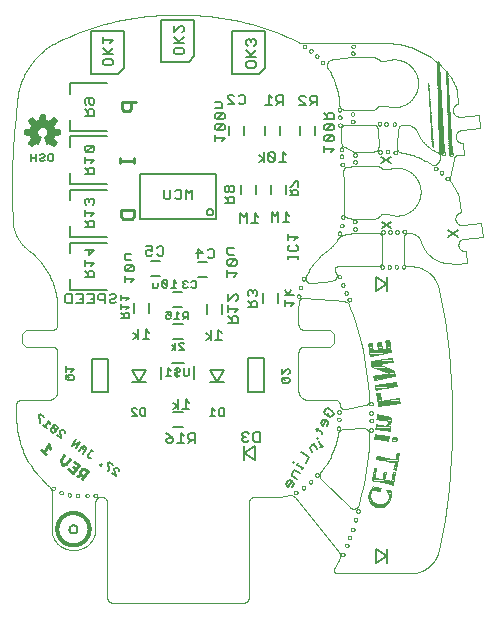
<source format=gbo>
G75*
%MOIN*%
%OFA0B0*%
%FSLAX25Y25*%
%IPPOS*%
%LPD*%
%AMOC8*
5,1,8,0,0,1.08239X$1,22.5*
%
%ADD10C,0.00197*%
%ADD11C,0.00700*%
%ADD12C,0.00800*%
%ADD13C,0.00900*%
%ADD14C,0.01000*%
%ADD15C,0.00394*%
%ADD16C,0.00000*%
%ADD17C,0.01200*%
%ADD18C,0.00709*%
%ADD19C,0.01100*%
%ADD20C,0.00787*%
%ADD21C,0.00591*%
%ADD22C,0.00600*%
D10*
X0028953Y0029365D02*
X0029740Y0029365D01*
X0029906Y0029367D01*
X0030073Y0029373D01*
X0030239Y0029383D01*
X0030405Y0029397D01*
X0030570Y0029415D01*
X0030736Y0029437D01*
X0030900Y0029463D01*
X0031064Y0029493D01*
X0031227Y0029527D01*
X0031389Y0029565D01*
X0031550Y0029607D01*
X0031710Y0029653D01*
X0031869Y0029702D01*
X0032027Y0029756D01*
X0032183Y0029813D01*
X0032338Y0029874D01*
X0032492Y0029938D01*
X0032643Y0030007D01*
X0032794Y0030079D01*
X0032942Y0030154D01*
X0033088Y0030233D01*
X0033233Y0030316D01*
X0033375Y0030402D01*
X0033516Y0030492D01*
X0033654Y0030585D01*
X0033790Y0030681D01*
X0033923Y0030780D01*
X0034054Y0030883D01*
X0034183Y0030989D01*
X0034309Y0031098D01*
X0034432Y0031210D01*
X0034553Y0031325D01*
X0034670Y0031442D01*
X0034785Y0031563D01*
X0034897Y0031686D01*
X0035006Y0031812D01*
X0035112Y0031941D01*
X0035215Y0032072D01*
X0035314Y0032205D01*
X0035410Y0032341D01*
X0035503Y0032479D01*
X0035593Y0032620D01*
X0035679Y0032762D01*
X0035762Y0032907D01*
X0035841Y0033053D01*
X0035916Y0033201D01*
X0035988Y0033352D01*
X0036057Y0033503D01*
X0036121Y0033657D01*
X0036182Y0033812D01*
X0036239Y0033968D01*
X0036293Y0034126D01*
X0036342Y0034285D01*
X0036388Y0034445D01*
X0036430Y0034606D01*
X0036468Y0034768D01*
X0036502Y0034931D01*
X0036532Y0035095D01*
X0036558Y0035259D01*
X0036580Y0035425D01*
X0036598Y0035590D01*
X0036612Y0035756D01*
X0036622Y0035922D01*
X0036628Y0036089D01*
X0036630Y0036255D01*
X0036630Y0045113D01*
X0038598Y0047082D02*
X0038684Y0047080D01*
X0038770Y0047075D01*
X0038855Y0047065D01*
X0038940Y0047052D01*
X0039024Y0047035D01*
X0039108Y0047015D01*
X0039190Y0046991D01*
X0039271Y0046963D01*
X0039352Y0046932D01*
X0039430Y0046898D01*
X0039507Y0046860D01*
X0039583Y0046818D01*
X0039656Y0046774D01*
X0039727Y0046726D01*
X0039797Y0046675D01*
X0039864Y0046621D01*
X0039928Y0046565D01*
X0039990Y0046505D01*
X0040050Y0046443D01*
X0040106Y0046379D01*
X0040160Y0046312D01*
X0040211Y0046242D01*
X0040259Y0046171D01*
X0040303Y0046098D01*
X0040345Y0046022D01*
X0040383Y0045945D01*
X0040417Y0045867D01*
X0040448Y0045786D01*
X0040476Y0045705D01*
X0040500Y0045623D01*
X0040520Y0045539D01*
X0040537Y0045455D01*
X0040550Y0045370D01*
X0040560Y0045285D01*
X0040565Y0045199D01*
X0040567Y0045113D01*
X0040567Y0013617D01*
X0040566Y0013617D02*
X0040568Y0013531D01*
X0040573Y0013445D01*
X0040583Y0013360D01*
X0040596Y0013275D01*
X0040613Y0013191D01*
X0040633Y0013107D01*
X0040657Y0013025D01*
X0040685Y0012944D01*
X0040716Y0012863D01*
X0040750Y0012785D01*
X0040788Y0012708D01*
X0040830Y0012633D01*
X0040874Y0012559D01*
X0040922Y0012488D01*
X0040973Y0012418D01*
X0041027Y0012351D01*
X0041083Y0012287D01*
X0041143Y0012225D01*
X0041205Y0012165D01*
X0041269Y0012109D01*
X0041336Y0012055D01*
X0041406Y0012004D01*
X0041477Y0011956D01*
X0041551Y0011912D01*
X0041626Y0011870D01*
X0041703Y0011832D01*
X0041781Y0011798D01*
X0041862Y0011767D01*
X0041943Y0011739D01*
X0042025Y0011715D01*
X0042109Y0011695D01*
X0042193Y0011678D01*
X0042278Y0011665D01*
X0042363Y0011655D01*
X0042449Y0011650D01*
X0042535Y0011648D01*
X0085843Y0011648D01*
X0085929Y0011650D01*
X0086015Y0011655D01*
X0086100Y0011665D01*
X0086185Y0011678D01*
X0086269Y0011695D01*
X0086353Y0011715D01*
X0086435Y0011739D01*
X0086516Y0011767D01*
X0086597Y0011798D01*
X0086675Y0011832D01*
X0086752Y0011870D01*
X0086828Y0011912D01*
X0086901Y0011956D01*
X0086972Y0012004D01*
X0087042Y0012055D01*
X0087109Y0012109D01*
X0087173Y0012165D01*
X0087235Y0012225D01*
X0087295Y0012287D01*
X0087351Y0012351D01*
X0087405Y0012418D01*
X0087456Y0012488D01*
X0087504Y0012559D01*
X0087548Y0012632D01*
X0087590Y0012708D01*
X0087628Y0012785D01*
X0087662Y0012863D01*
X0087693Y0012944D01*
X0087721Y0013025D01*
X0087745Y0013107D01*
X0087765Y0013191D01*
X0087782Y0013275D01*
X0087795Y0013360D01*
X0087805Y0013445D01*
X0087810Y0013531D01*
X0087812Y0013617D01*
X0087811Y0013617D02*
X0087811Y0045113D01*
X0087813Y0045199D01*
X0087818Y0045285D01*
X0087828Y0045370D01*
X0087841Y0045455D01*
X0087858Y0045539D01*
X0087878Y0045623D01*
X0087902Y0045705D01*
X0087930Y0045786D01*
X0087961Y0045867D01*
X0087995Y0045945D01*
X0088033Y0046022D01*
X0088075Y0046098D01*
X0088119Y0046171D01*
X0088167Y0046242D01*
X0088218Y0046312D01*
X0088272Y0046379D01*
X0088328Y0046443D01*
X0088388Y0046505D01*
X0088450Y0046565D01*
X0088514Y0046621D01*
X0088581Y0046675D01*
X0088651Y0046726D01*
X0088722Y0046774D01*
X0088796Y0046818D01*
X0088871Y0046860D01*
X0088948Y0046898D01*
X0089026Y0046932D01*
X0089107Y0046963D01*
X0089188Y0046991D01*
X0089270Y0047015D01*
X0089354Y0047035D01*
X0089438Y0047052D01*
X0089523Y0047065D01*
X0089608Y0047075D01*
X0089694Y0047080D01*
X0089780Y0047082D01*
X0089780Y0047081D02*
X0097260Y0047081D01*
X0100803Y0047475D02*
X0101156Y0047563D01*
X0101155Y0047563D02*
X0101240Y0047582D01*
X0101324Y0047598D01*
X0101410Y0047609D01*
X0101496Y0047617D01*
X0101582Y0047621D01*
X0101668Y0047622D01*
X0101754Y0047618D01*
X0101840Y0047611D01*
X0101926Y0047600D01*
X0102011Y0047585D01*
X0102095Y0047567D01*
X0102178Y0047545D01*
X0102260Y0047519D01*
X0102342Y0047490D01*
X0102421Y0047457D01*
X0102500Y0047421D01*
X0102576Y0047381D01*
X0102651Y0047338D01*
X0102724Y0047292D01*
X0102794Y0047243D01*
X0102863Y0047191D01*
X0102929Y0047135D01*
X0102993Y0047077D01*
X0103054Y0047016D01*
X0103112Y0046953D01*
X0103168Y0046887D01*
X0103167Y0046887D02*
X0117875Y0028592D01*
X0117925Y0028528D01*
X0117971Y0028462D01*
X0118014Y0028393D01*
X0118054Y0028323D01*
X0118091Y0028251D01*
X0118124Y0028177D01*
X0118154Y0028102D01*
X0118180Y0028025D01*
X0118203Y0027947D01*
X0118223Y0027869D01*
X0118238Y0027789D01*
X0118250Y0027709D01*
X0118258Y0027629D01*
X0118263Y0027548D01*
X0118264Y0027467D01*
X0118261Y0027386D01*
X0118254Y0027305D01*
X0118244Y0027225D01*
X0118230Y0027145D01*
X0118212Y0027066D01*
X0118191Y0026988D01*
X0118166Y0026911D01*
X0118138Y0026835D01*
X0117732Y0025822D01*
X0116354Y0023066D01*
X0116354Y0023065D02*
X0116323Y0023010D01*
X0116295Y0022952D01*
X0116270Y0022894D01*
X0116249Y0022833D01*
X0116232Y0022772D01*
X0116219Y0022709D01*
X0116209Y0022646D01*
X0116204Y0022583D01*
X0116202Y0022519D01*
X0116204Y0022455D01*
X0116210Y0022391D01*
X0116221Y0022328D01*
X0116235Y0022266D01*
X0116252Y0022205D01*
X0116274Y0022145D01*
X0116299Y0022086D01*
X0116328Y0022029D01*
X0116360Y0021974D01*
X0116395Y0021921D01*
X0116434Y0021870D01*
X0116476Y0021822D01*
X0116520Y0021776D01*
X0116568Y0021733D01*
X0116617Y0021693D01*
X0116670Y0021657D01*
X0116724Y0021623D01*
X0116780Y0021593D01*
X0116839Y0021567D01*
X0116898Y0021544D01*
X0116959Y0021525D01*
X0117021Y0021509D01*
X0117084Y0021498D01*
X0117147Y0021490D01*
X0117211Y0021486D01*
X0117275Y0021487D01*
X0117338Y0021491D01*
X0117339Y0021491D02*
X0141354Y0021491D01*
X0141594Y0021491D01*
X0141833Y0021496D01*
X0142072Y0021507D01*
X0142311Y0021524D01*
X0142550Y0021547D01*
X0142788Y0021575D01*
X0143025Y0021609D01*
X0143261Y0021649D01*
X0143497Y0021695D01*
X0143731Y0021746D01*
X0143963Y0021803D01*
X0144195Y0021866D01*
X0144424Y0021934D01*
X0144652Y0022007D01*
X0144879Y0022086D01*
X0145103Y0022171D01*
X0145325Y0022261D01*
X0145545Y0022356D01*
X0145762Y0022457D01*
X0145977Y0022563D01*
X0146190Y0022674D01*
X0146399Y0022790D01*
X0146606Y0022911D01*
X0146810Y0023037D01*
X0147010Y0023168D01*
X0147208Y0023303D01*
X0147402Y0023444D01*
X0147593Y0023589D01*
X0147780Y0023739D01*
X0147963Y0023893D01*
X0148143Y0024051D01*
X0148319Y0024214D01*
X0148490Y0024381D01*
X0148658Y0024552D01*
X0148822Y0024728D01*
X0148981Y0024907D01*
X0149136Y0025090D01*
X0149286Y0025276D01*
X0149432Y0025466D01*
X0149573Y0025660D01*
X0149710Y0025857D01*
X0149842Y0026057D01*
X0149968Y0026260D01*
X0150090Y0026466D01*
X0150207Y0026676D01*
X0150319Y0026888D01*
X0150426Y0027102D01*
X0150527Y0027319D01*
X0150623Y0027539D01*
X0150714Y0027760D01*
X0150799Y0027984D01*
X0150879Y0028210D01*
X0150954Y0028438D01*
X0151023Y0028667D01*
X0151086Y0028898D01*
X0151144Y0029131D01*
X0151196Y0029365D01*
X0124425Y0044326D02*
X0124401Y0044249D01*
X0124374Y0044173D01*
X0124343Y0044099D01*
X0124308Y0044026D01*
X0124270Y0043955D01*
X0124229Y0043886D01*
X0124185Y0043819D01*
X0124138Y0043754D01*
X0124087Y0043691D01*
X0124034Y0043631D01*
X0123978Y0043573D01*
X0123919Y0043518D01*
X0123858Y0043466D01*
X0123795Y0043417D01*
X0123729Y0043370D01*
X0123661Y0043327D01*
X0123591Y0043287D01*
X0123519Y0043251D01*
X0123446Y0043218D01*
X0123371Y0043188D01*
X0123295Y0043162D01*
X0123218Y0043139D01*
X0123140Y0043120D01*
X0123061Y0043105D01*
X0122981Y0043093D01*
X0122901Y0043086D01*
X0122821Y0043082D01*
X0122741Y0043081D01*
X0122660Y0043085D01*
X0122580Y0043092D01*
X0122501Y0043103D01*
X0122421Y0043118D01*
X0122343Y0043136D01*
X0122266Y0043158D01*
X0122190Y0043184D01*
X0122115Y0043213D01*
X0122041Y0043246D01*
X0121969Y0043282D01*
X0121899Y0043321D01*
X0121831Y0043364D01*
X0121765Y0043410D01*
X0121701Y0043459D01*
X0121639Y0043510D01*
X0121580Y0043565D01*
X0112015Y0052840D01*
X0111952Y0052893D01*
X0111892Y0052949D01*
X0111835Y0053009D01*
X0111780Y0053070D01*
X0111728Y0053135D01*
X0111680Y0053201D01*
X0111635Y0053270D01*
X0111593Y0053341D01*
X0111554Y0053414D01*
X0111519Y0053488D01*
X0111488Y0053565D01*
X0111460Y0053642D01*
X0111436Y0053721D01*
X0111416Y0053801D01*
X0111399Y0053881D01*
X0111387Y0053963D01*
X0111378Y0054045D01*
X0111373Y0054127D01*
X0111372Y0054209D01*
X0111375Y0054292D01*
X0111382Y0054374D01*
X0111393Y0054455D01*
X0111407Y0054537D01*
X0111426Y0054617D01*
X0111448Y0054696D01*
X0111474Y0054774D01*
X0111504Y0054851D01*
X0111537Y0054927D01*
X0111574Y0055000D01*
X0111614Y0055072D01*
X0111658Y0055142D01*
X0111705Y0055210D01*
X0111827Y0055349D01*
X0117535Y0067948D02*
X0117623Y0068299D01*
X0117645Y0068376D01*
X0117669Y0068452D01*
X0117698Y0068527D01*
X0117730Y0068601D01*
X0117766Y0068673D01*
X0117804Y0068743D01*
X0117847Y0068811D01*
X0117892Y0068877D01*
X0117941Y0068941D01*
X0117992Y0069002D01*
X0118046Y0069061D01*
X0118104Y0069117D01*
X0118163Y0069171D01*
X0118225Y0069221D01*
X0118290Y0069269D01*
X0118357Y0069313D01*
X0118425Y0069354D01*
X0118496Y0069392D01*
X0118568Y0069426D01*
X0118642Y0069457D01*
X0118718Y0069485D01*
X0118794Y0069509D01*
X0118872Y0069529D01*
X0118950Y0069545D01*
X0119029Y0069558D01*
X0119109Y0069567D01*
X0119189Y0069572D01*
X0126395Y0069855D01*
X0126476Y0069847D01*
X0126556Y0069835D01*
X0126636Y0069819D01*
X0126715Y0069800D01*
X0126793Y0069777D01*
X0126869Y0069750D01*
X0126945Y0069719D01*
X0127018Y0069685D01*
X0127090Y0069648D01*
X0127161Y0069607D01*
X0127229Y0069563D01*
X0127295Y0069516D01*
X0127359Y0069465D01*
X0127420Y0069412D01*
X0127479Y0069356D01*
X0127535Y0069297D01*
X0127588Y0069236D01*
X0127638Y0069172D01*
X0127685Y0069106D01*
X0127729Y0069038D01*
X0127770Y0068967D01*
X0127807Y0068895D01*
X0127841Y0068821D01*
X0127871Y0068746D01*
X0127898Y0068669D01*
X0127921Y0068591D01*
X0127940Y0068512D01*
X0127956Y0068433D01*
X0127967Y0068352D01*
X0127975Y0068272D01*
X0127979Y0068190D01*
X0127980Y0068109D01*
X0127976Y0068028D01*
X0127969Y0067947D01*
X0127976Y0068028D01*
X0127980Y0068109D01*
X0127979Y0068190D01*
X0127975Y0068272D01*
X0127967Y0068352D01*
X0127956Y0068433D01*
X0127940Y0068512D01*
X0127921Y0068591D01*
X0127898Y0068669D01*
X0127871Y0068746D01*
X0127841Y0068821D01*
X0127807Y0068895D01*
X0127770Y0068967D01*
X0127729Y0069038D01*
X0127685Y0069106D01*
X0127638Y0069172D01*
X0127588Y0069236D01*
X0127535Y0069297D01*
X0127479Y0069356D01*
X0127420Y0069412D01*
X0127359Y0069465D01*
X0127295Y0069516D01*
X0127229Y0069563D01*
X0127161Y0069607D01*
X0127090Y0069648D01*
X0127018Y0069685D01*
X0126945Y0069719D01*
X0126869Y0069750D01*
X0126793Y0069777D01*
X0126715Y0069800D01*
X0126636Y0069819D01*
X0126556Y0069835D01*
X0126476Y0069847D01*
X0126395Y0069855D01*
X0126476Y0069847D01*
X0126556Y0069835D01*
X0126636Y0069819D01*
X0126715Y0069800D01*
X0126793Y0069777D01*
X0126869Y0069750D01*
X0126945Y0069719D01*
X0127018Y0069685D01*
X0127090Y0069648D01*
X0127161Y0069607D01*
X0127229Y0069563D01*
X0127295Y0069516D01*
X0127359Y0069465D01*
X0127420Y0069412D01*
X0127479Y0069356D01*
X0127535Y0069297D01*
X0127588Y0069236D01*
X0127638Y0069172D01*
X0127685Y0069106D01*
X0127729Y0069038D01*
X0127770Y0068967D01*
X0127807Y0068895D01*
X0127841Y0068821D01*
X0127871Y0068746D01*
X0127898Y0068669D01*
X0127921Y0068591D01*
X0127940Y0068512D01*
X0127956Y0068433D01*
X0127967Y0068352D01*
X0127975Y0068272D01*
X0127979Y0068190D01*
X0127980Y0068109D01*
X0127976Y0068028D01*
X0127969Y0067947D01*
X0126626Y0077521D02*
X0120056Y0076208D01*
X0120057Y0076207D02*
X0119978Y0076194D01*
X0119900Y0076184D01*
X0119821Y0076178D01*
X0119742Y0076176D01*
X0119662Y0076178D01*
X0119583Y0076184D01*
X0119505Y0076193D01*
X0119426Y0076207D01*
X0119349Y0076224D01*
X0119273Y0076245D01*
X0119197Y0076270D01*
X0119123Y0076298D01*
X0119051Y0076330D01*
X0118980Y0076366D01*
X0118911Y0076405D01*
X0118844Y0076447D01*
X0118779Y0076493D01*
X0118717Y0076542D01*
X0118657Y0076594D01*
X0118599Y0076648D01*
X0118545Y0076706D01*
X0118493Y0076766D01*
X0118444Y0076828D01*
X0118398Y0076893D01*
X0118356Y0076960D01*
X0118317Y0077029D01*
X0118281Y0077100D01*
X0118249Y0077172D01*
X0118220Y0077246D01*
X0118196Y0077321D01*
X0118174Y0077398D01*
X0118157Y0077475D01*
X0118143Y0077553D01*
X0118134Y0077632D01*
X0118128Y0077711D01*
X0118126Y0077790D01*
X0118123Y0077869D01*
X0118116Y0077947D01*
X0118105Y0078025D01*
X0118090Y0078102D01*
X0118072Y0078178D01*
X0118050Y0078253D01*
X0118024Y0078327D01*
X0117995Y0078400D01*
X0117962Y0078471D01*
X0117926Y0078541D01*
X0117886Y0078609D01*
X0117843Y0078674D01*
X0117797Y0078738D01*
X0117748Y0078799D01*
X0117695Y0078858D01*
X0117640Y0078914D01*
X0117583Y0078967D01*
X0117523Y0079017D01*
X0117460Y0079065D01*
X0117395Y0079109D01*
X0117328Y0079150D01*
X0117259Y0079187D01*
X0117189Y0079222D01*
X0117116Y0079252D01*
X0117043Y0079280D01*
X0116968Y0079303D01*
X0116892Y0079323D01*
X0116815Y0079339D01*
X0116738Y0079351D01*
X0116660Y0079359D01*
X0116581Y0079364D01*
X0116503Y0079365D01*
X0107567Y0079365D01*
X0107459Y0079360D01*
X0107351Y0079359D01*
X0107243Y0079362D01*
X0107135Y0079368D01*
X0107027Y0079378D01*
X0106920Y0079393D01*
X0106813Y0079411D01*
X0106707Y0079432D01*
X0106602Y0079458D01*
X0106498Y0079487D01*
X0106395Y0079520D01*
X0106293Y0079557D01*
X0106193Y0079597D01*
X0106094Y0079641D01*
X0105996Y0079688D01*
X0105901Y0079739D01*
X0105807Y0079793D01*
X0105716Y0079851D01*
X0105626Y0079911D01*
X0105539Y0079975D01*
X0105454Y0080042D01*
X0105371Y0080112D01*
X0105291Y0080185D01*
X0105214Y0080260D01*
X0105139Y0080339D01*
X0105067Y0080419D01*
X0104999Y0080503D01*
X0104933Y0080589D01*
X0104870Y0080677D01*
X0104811Y0080767D01*
X0104754Y0080860D01*
X0104701Y0080954D01*
X0104652Y0081050D01*
X0104606Y0081148D01*
X0104563Y0081247D01*
X0104524Y0081348D01*
X0104489Y0081451D01*
X0104457Y0081554D01*
X0104429Y0081658D01*
X0104405Y0081764D01*
X0104385Y0081870D01*
X0104368Y0081977D01*
X0104355Y0082084D01*
X0104346Y0082192D01*
X0104346Y0095113D01*
X0104348Y0095199D01*
X0104353Y0095285D01*
X0104363Y0095370D01*
X0104376Y0095455D01*
X0104393Y0095539D01*
X0104413Y0095623D01*
X0104437Y0095705D01*
X0104465Y0095786D01*
X0104496Y0095867D01*
X0104530Y0095945D01*
X0104568Y0096022D01*
X0104610Y0096098D01*
X0104654Y0096171D01*
X0104702Y0096242D01*
X0104753Y0096312D01*
X0104807Y0096379D01*
X0104863Y0096443D01*
X0104923Y0096505D01*
X0104985Y0096565D01*
X0105049Y0096621D01*
X0105116Y0096675D01*
X0105186Y0096726D01*
X0105257Y0096774D01*
X0105331Y0096818D01*
X0105406Y0096860D01*
X0105483Y0096898D01*
X0105561Y0096932D01*
X0105642Y0096963D01*
X0105723Y0096991D01*
X0105805Y0097015D01*
X0105889Y0097035D01*
X0105973Y0097052D01*
X0106058Y0097065D01*
X0106143Y0097075D01*
X0106229Y0097080D01*
X0106315Y0097082D01*
X0106315Y0097081D02*
X0114976Y0097081D01*
X0116157Y0098262D01*
X0116157Y0101412D01*
X0114976Y0102593D01*
X0106315Y0102593D01*
X0106229Y0102595D01*
X0106143Y0102600D01*
X0106058Y0102610D01*
X0105973Y0102623D01*
X0105889Y0102640D01*
X0105805Y0102660D01*
X0105723Y0102684D01*
X0105642Y0102712D01*
X0105561Y0102743D01*
X0105483Y0102777D01*
X0105406Y0102815D01*
X0105331Y0102857D01*
X0105257Y0102901D01*
X0105186Y0102949D01*
X0105116Y0103000D01*
X0105049Y0103054D01*
X0104985Y0103110D01*
X0104923Y0103170D01*
X0104863Y0103232D01*
X0104807Y0103296D01*
X0104753Y0103363D01*
X0104702Y0103433D01*
X0104654Y0103504D01*
X0104610Y0103578D01*
X0104568Y0103653D01*
X0104530Y0103730D01*
X0104496Y0103808D01*
X0104465Y0103889D01*
X0104437Y0103970D01*
X0104413Y0104052D01*
X0104393Y0104136D01*
X0104376Y0104220D01*
X0104363Y0104305D01*
X0104353Y0104390D01*
X0104348Y0104476D01*
X0104346Y0104562D01*
X0104346Y0109680D01*
X0104543Y0112042D02*
X0104554Y0112120D01*
X0104570Y0112197D01*
X0104589Y0112274D01*
X0104611Y0112349D01*
X0104638Y0112423D01*
X0104668Y0112496D01*
X0104701Y0112567D01*
X0104738Y0112637D01*
X0104778Y0112704D01*
X0104821Y0112770D01*
X0104868Y0112834D01*
X0104917Y0112895D01*
X0104969Y0112954D01*
X0105024Y0113010D01*
X0105082Y0113063D01*
X0105142Y0113114D01*
X0105205Y0113161D01*
X0105270Y0113206D01*
X0105337Y0113247D01*
X0105405Y0113285D01*
X0105476Y0113320D01*
X0105548Y0113352D01*
X0105622Y0113379D01*
X0105697Y0113404D01*
X0105773Y0113424D01*
X0105849Y0113441D01*
X0105927Y0113454D01*
X0106005Y0113464D01*
X0106084Y0113469D01*
X0106162Y0113471D01*
X0106241Y0113469D01*
X0106319Y0113463D01*
X0106320Y0113463D02*
X0119864Y0112141D01*
X0119863Y0112141D02*
X0119943Y0112131D01*
X0120021Y0112118D01*
X0120100Y0112101D01*
X0120177Y0112080D01*
X0120253Y0112056D01*
X0120328Y0112028D01*
X0120401Y0111996D01*
X0120473Y0111961D01*
X0120543Y0111923D01*
X0120611Y0111881D01*
X0120677Y0111836D01*
X0120741Y0111788D01*
X0120803Y0111737D01*
X0120862Y0111683D01*
X0120918Y0111627D01*
X0120972Y0111567D01*
X0121023Y0111506D01*
X0121071Y0111442D01*
X0121116Y0111376D01*
X0121157Y0111307D01*
X0121195Y0111237D01*
X0121230Y0111165D01*
X0121262Y0111092D01*
X0121669Y0110073D01*
X0104544Y0112042D02*
X0104501Y0111808D01*
X0104463Y0111574D01*
X0104430Y0111339D01*
X0104402Y0111103D01*
X0104380Y0110866D01*
X0104363Y0110629D01*
X0104351Y0110392D01*
X0104345Y0110155D01*
X0104343Y0109917D01*
X0104347Y0109680D01*
X0108874Y0118193D02*
X0115559Y0119131D01*
X0115559Y0119132D02*
X0115638Y0119140D01*
X0115718Y0119152D01*
X0115796Y0119168D01*
X0115874Y0119188D01*
X0115950Y0119212D01*
X0116026Y0119239D01*
X0116100Y0119269D01*
X0116172Y0119304D01*
X0116243Y0119341D01*
X0116312Y0119382D01*
X0116378Y0119426D01*
X0116443Y0119474D01*
X0116505Y0119524D01*
X0116565Y0119577D01*
X0116622Y0119634D01*
X0116677Y0119692D01*
X0116728Y0119754D01*
X0116777Y0119817D01*
X0116822Y0119883D01*
X0116864Y0119952D01*
X0116903Y0120022D01*
X0116939Y0120093D01*
X0116971Y0120167D01*
X0116999Y0120242D01*
X0117024Y0120318D01*
X0117046Y0120395D01*
X0117063Y0120473D01*
X0117077Y0120552D01*
X0117087Y0120632D01*
X0117093Y0120712D01*
X0117095Y0120792D01*
X0117093Y0120872D01*
X0117088Y0120952D01*
X0117079Y0121031D01*
X0117066Y0121110D01*
X0117049Y0121189D01*
X0117028Y0121266D01*
X0117004Y0121342D01*
X0116976Y0121418D01*
X0116945Y0121491D01*
X0116551Y0122278D01*
X0116521Y0122334D01*
X0116495Y0122391D01*
X0116472Y0122450D01*
X0116453Y0122510D01*
X0116437Y0122571D01*
X0116425Y0122633D01*
X0116417Y0122695D01*
X0116412Y0122758D01*
X0116411Y0122821D01*
X0116414Y0122884D01*
X0116421Y0122947D01*
X0116431Y0123009D01*
X0116445Y0123070D01*
X0116463Y0123131D01*
X0116484Y0123190D01*
X0116509Y0123248D01*
X0116537Y0123305D01*
X0116569Y0123359D01*
X0116603Y0123412D01*
X0116641Y0123462D01*
X0116682Y0123511D01*
X0116725Y0123556D01*
X0116772Y0123599D01*
X0116820Y0123639D01*
X0116871Y0123676D01*
X0116924Y0123710D01*
X0116979Y0123741D01*
X0117036Y0123769D01*
X0117094Y0123793D01*
X0117154Y0123813D01*
X0117215Y0123830D01*
X0117276Y0123843D01*
X0117338Y0123853D01*
X0117339Y0123853D02*
X0130724Y0123853D01*
X0130801Y0123855D01*
X0130878Y0123861D01*
X0130955Y0123870D01*
X0131031Y0123883D01*
X0131107Y0123900D01*
X0131181Y0123921D01*
X0131255Y0123945D01*
X0131327Y0123973D01*
X0131397Y0124004D01*
X0131466Y0124039D01*
X0131534Y0124077D01*
X0131599Y0124118D01*
X0131662Y0124163D01*
X0131723Y0124211D01*
X0131782Y0124261D01*
X0131838Y0124314D01*
X0131891Y0124370D01*
X0131941Y0124429D01*
X0131989Y0124490D01*
X0132034Y0124553D01*
X0132075Y0124618D01*
X0132113Y0124686D01*
X0132148Y0124755D01*
X0132179Y0124825D01*
X0132207Y0124897D01*
X0132231Y0124971D01*
X0132252Y0125045D01*
X0132269Y0125121D01*
X0132282Y0125197D01*
X0132291Y0125274D01*
X0132297Y0125351D01*
X0132299Y0125428D01*
X0132299Y0133400D01*
X0132297Y0133477D01*
X0132291Y0133554D01*
X0132282Y0133631D01*
X0132269Y0133707D01*
X0132252Y0133783D01*
X0132231Y0133857D01*
X0132207Y0133931D01*
X0132179Y0134003D01*
X0132148Y0134073D01*
X0132113Y0134142D01*
X0132075Y0134210D01*
X0132034Y0134275D01*
X0131989Y0134338D01*
X0131941Y0134399D01*
X0131891Y0134458D01*
X0131838Y0134514D01*
X0131782Y0134567D01*
X0131723Y0134617D01*
X0131662Y0134665D01*
X0131599Y0134710D01*
X0131534Y0134751D01*
X0131466Y0134789D01*
X0131397Y0134824D01*
X0131327Y0134855D01*
X0131255Y0134883D01*
X0131181Y0134907D01*
X0131107Y0134928D01*
X0131031Y0134945D01*
X0130955Y0134958D01*
X0130878Y0134967D01*
X0130801Y0134973D01*
X0130724Y0134975D01*
X0123047Y0134975D01*
X0122779Y0134926D02*
X0118800Y0134143D01*
X0117637Y0133308D02*
X0117240Y0132613D01*
X0117637Y0133307D02*
X0117679Y0133378D01*
X0117725Y0133446D01*
X0117774Y0133512D01*
X0117826Y0133575D01*
X0117881Y0133636D01*
X0117938Y0133694D01*
X0117999Y0133750D01*
X0118062Y0133802D01*
X0118127Y0133852D01*
X0118195Y0133898D01*
X0118265Y0133941D01*
X0118337Y0133980D01*
X0118410Y0134016D01*
X0118486Y0134049D01*
X0118562Y0134078D01*
X0118640Y0134103D01*
X0118719Y0134125D01*
X0118799Y0134143D01*
X0122779Y0134926D02*
X0122845Y0134943D01*
X0122912Y0134957D01*
X0122979Y0134968D01*
X0123047Y0134975D01*
X0123082Y0139680D02*
X0129228Y0139680D01*
X0131984Y0141255D02*
X0134346Y0141255D01*
X0131984Y0141255D02*
X0131922Y0141159D01*
X0131856Y0141066D01*
X0131788Y0140975D01*
X0131716Y0140886D01*
X0131642Y0140800D01*
X0131564Y0140716D01*
X0131484Y0140635D01*
X0131401Y0140557D01*
X0131316Y0140482D01*
X0131228Y0140409D01*
X0131137Y0140340D01*
X0131045Y0140274D01*
X0130950Y0140211D01*
X0130853Y0140151D01*
X0130754Y0140094D01*
X0130653Y0140041D01*
X0130550Y0139991D01*
X0130446Y0139945D01*
X0130341Y0139903D01*
X0130234Y0139863D01*
X0130125Y0139828D01*
X0130016Y0139796D01*
X0129905Y0139768D01*
X0129794Y0139744D01*
X0129682Y0139724D01*
X0129569Y0139707D01*
X0129456Y0139694D01*
X0129342Y0139685D01*
X0129228Y0139680D01*
X0139385Y0161647D02*
X0140006Y0161514D01*
X0140623Y0161366D01*
X0141237Y0161204D01*
X0141847Y0161027D01*
X0142452Y0160836D01*
X0143053Y0160631D01*
X0143649Y0160412D01*
X0144239Y0160179D01*
X0144824Y0159933D01*
X0145403Y0159672D01*
X0145976Y0159399D01*
X0146542Y0159111D01*
X0147101Y0158811D01*
X0147653Y0158498D01*
X0147654Y0158499D02*
X0148584Y0157879D01*
X0148583Y0157879D02*
X0148648Y0157837D01*
X0148715Y0157800D01*
X0148784Y0157765D01*
X0148854Y0157734D01*
X0148926Y0157706D01*
X0148999Y0157682D01*
X0149073Y0157662D01*
X0149148Y0157645D01*
X0149224Y0157631D01*
X0149300Y0157622D01*
X0149377Y0157616D01*
X0149453Y0157614D01*
X0149530Y0157616D01*
X0149607Y0157621D01*
X0149683Y0157630D01*
X0149759Y0157643D01*
X0149834Y0157660D01*
X0149908Y0157680D01*
X0149981Y0157704D01*
X0150053Y0157731D01*
X0150124Y0157762D01*
X0150192Y0157796D01*
X0150259Y0157834D01*
X0150325Y0157874D01*
X0150388Y0157918D01*
X0150449Y0157965D01*
X0150507Y0158015D01*
X0150563Y0158068D01*
X0150616Y0158123D01*
X0150667Y0158181D01*
X0150715Y0158241D01*
X0150760Y0158304D01*
X0150801Y0158368D01*
X0150840Y0158435D01*
X0151501Y0159646D01*
X0151501Y0159647D02*
X0151536Y0159716D01*
X0151568Y0159786D01*
X0151597Y0159858D01*
X0151621Y0159932D01*
X0151643Y0160006D01*
X0151660Y0160082D01*
X0151674Y0160158D01*
X0151684Y0160235D01*
X0151690Y0160312D01*
X0151693Y0160389D01*
X0151692Y0160467D01*
X0151687Y0160544D01*
X0151678Y0160621D01*
X0151665Y0160697D01*
X0151648Y0160773D01*
X0151628Y0160848D01*
X0151605Y0160921D01*
X0151577Y0160994D01*
X0151546Y0161065D01*
X0151512Y0161134D01*
X0151474Y0161202D01*
X0151433Y0161268D01*
X0151389Y0161331D01*
X0151342Y0161393D01*
X0151291Y0161452D01*
X0151238Y0161508D01*
X0151183Y0161562D01*
X0151124Y0161613D01*
X0151063Y0161661D01*
X0151000Y0161706D01*
X0150935Y0161747D01*
X0150868Y0161786D01*
X0150799Y0161821D01*
X0150728Y0161853D01*
X0150656Y0161881D01*
X0150213Y0162042D01*
X0156093Y0159695D02*
X0154861Y0153226D01*
X0155097Y0152057D02*
X0156315Y0150231D01*
X0155098Y0152057D02*
X0155057Y0152122D01*
X0155019Y0152188D01*
X0154985Y0152257D01*
X0154954Y0152326D01*
X0154926Y0152398D01*
X0154902Y0152470D01*
X0154881Y0152544D01*
X0154864Y0152618D01*
X0154851Y0152693D01*
X0154841Y0152769D01*
X0154835Y0152845D01*
X0154833Y0152922D01*
X0154834Y0152998D01*
X0154840Y0153074D01*
X0154848Y0153150D01*
X0154861Y0153226D01*
X0156093Y0159695D02*
X0156109Y0159771D01*
X0156130Y0159847D01*
X0156154Y0159921D01*
X0156181Y0159994D01*
X0156213Y0160066D01*
X0156248Y0160136D01*
X0156286Y0160204D01*
X0156328Y0160271D01*
X0156372Y0160335D01*
X0156420Y0160397D01*
X0156471Y0160456D01*
X0156525Y0160513D01*
X0156582Y0160567D01*
X0156641Y0160618D01*
X0156703Y0160666D01*
X0156767Y0160711D01*
X0156833Y0160753D01*
X0156901Y0160791D01*
X0156971Y0160826D01*
X0157043Y0160857D01*
X0157116Y0160885D01*
X0157191Y0160909D01*
X0157266Y0160930D01*
X0157342Y0160947D01*
X0157420Y0160960D01*
X0157497Y0160969D01*
X0157497Y0160968D02*
X0158480Y0161058D01*
X0159661Y0161058D01*
X0159196Y0165035D01*
X0159106Y0165027D01*
X0159016Y0165022D01*
X0158925Y0165021D01*
X0158834Y0165024D01*
X0158744Y0165031D01*
X0158654Y0165042D01*
X0158564Y0165056D01*
X0158476Y0165075D01*
X0158388Y0165097D01*
X0158301Y0165122D01*
X0158215Y0165152D01*
X0158130Y0165185D01*
X0158047Y0165221D01*
X0157966Y0165262D01*
X0157887Y0165305D01*
X0157809Y0165352D01*
X0157733Y0165402D01*
X0157660Y0165455D01*
X0157589Y0165512D01*
X0157520Y0165571D01*
X0157454Y0165633D01*
X0157391Y0165698D01*
X0157330Y0165765D01*
X0157273Y0165836D01*
X0157218Y0165908D01*
X0157167Y0165983D01*
X0157119Y0166059D01*
X0157074Y0166138D01*
X0157032Y0166219D01*
X0156994Y0166301D01*
X0156959Y0166385D01*
X0156928Y0166470D01*
X0156901Y0166556D01*
X0156878Y0166644D01*
X0156858Y0166733D01*
X0156841Y0166822D01*
X0156829Y0166912D01*
X0156821Y0167002D01*
X0156816Y0167092D01*
X0156815Y0167183D01*
X0156818Y0167274D01*
X0156825Y0167364D01*
X0156836Y0167454D01*
X0156850Y0167544D01*
X0156869Y0167632D01*
X0156891Y0167720D01*
X0156916Y0167807D01*
X0156946Y0167893D01*
X0156979Y0167978D01*
X0157015Y0168061D01*
X0157056Y0168142D01*
X0157099Y0168221D01*
X0157146Y0168299D01*
X0157196Y0168375D01*
X0157249Y0168448D01*
X0157306Y0168519D01*
X0157365Y0168588D01*
X0157427Y0168654D01*
X0157492Y0168717D01*
X0157559Y0168778D01*
X0157630Y0168835D01*
X0157702Y0168890D01*
X0157777Y0168941D01*
X0157853Y0168989D01*
X0157932Y0169034D01*
X0158013Y0169076D01*
X0158095Y0169114D01*
X0158179Y0169149D01*
X0158264Y0169180D01*
X0158350Y0169207D01*
X0158438Y0169230D01*
X0158527Y0169250D01*
X0158616Y0169267D01*
X0158706Y0169279D01*
X0158705Y0169279D02*
X0164977Y0169932D01*
X0164449Y0174422D01*
X0158178Y0173769D01*
X0158177Y0173769D02*
X0158087Y0173761D01*
X0157997Y0173756D01*
X0157906Y0173755D01*
X0157815Y0173758D01*
X0157725Y0173765D01*
X0157635Y0173776D01*
X0157545Y0173790D01*
X0157457Y0173809D01*
X0157369Y0173831D01*
X0157282Y0173856D01*
X0157196Y0173886D01*
X0157111Y0173919D01*
X0157028Y0173955D01*
X0156947Y0173996D01*
X0156868Y0174039D01*
X0156790Y0174086D01*
X0156714Y0174136D01*
X0156641Y0174189D01*
X0156570Y0174246D01*
X0156501Y0174305D01*
X0156435Y0174367D01*
X0156372Y0174432D01*
X0156311Y0174499D01*
X0156254Y0174570D01*
X0156199Y0174642D01*
X0156148Y0174717D01*
X0156100Y0174793D01*
X0156055Y0174872D01*
X0156013Y0174953D01*
X0155975Y0175035D01*
X0155940Y0175119D01*
X0155909Y0175204D01*
X0155882Y0175290D01*
X0155859Y0175378D01*
X0155839Y0175467D01*
X0155822Y0175556D01*
X0155810Y0175646D01*
X0155802Y0175736D01*
X0155797Y0175826D01*
X0155796Y0175917D01*
X0155799Y0176008D01*
X0155806Y0176098D01*
X0155817Y0176188D01*
X0155831Y0176278D01*
X0155850Y0176366D01*
X0155872Y0176454D01*
X0155897Y0176541D01*
X0155927Y0176627D01*
X0155960Y0176712D01*
X0155996Y0176795D01*
X0156037Y0176876D01*
X0156080Y0176955D01*
X0156127Y0177033D01*
X0156177Y0177109D01*
X0156230Y0177182D01*
X0156287Y0177253D01*
X0156346Y0177322D01*
X0156408Y0177388D01*
X0156473Y0177451D01*
X0156540Y0177512D01*
X0156611Y0177569D01*
X0156683Y0177624D01*
X0156758Y0177675D01*
X0156834Y0177723D01*
X0156913Y0177768D01*
X0156994Y0177810D01*
X0157076Y0177848D01*
X0157160Y0177883D01*
X0157245Y0177914D01*
X0157331Y0177941D01*
X0157419Y0177964D01*
X0157508Y0177984D01*
X0157597Y0178001D01*
X0157687Y0178013D01*
X0157123Y0182750D01*
X0144110Y0168341D02*
X0144240Y0168061D01*
X0144377Y0167785D01*
X0144520Y0167512D01*
X0144670Y0167242D01*
X0144826Y0166976D01*
X0144989Y0166714D01*
X0145158Y0166456D01*
X0145333Y0166202D01*
X0145514Y0165952D01*
X0145701Y0165706D01*
X0145893Y0165465D01*
X0146091Y0165229D01*
X0146295Y0164997D01*
X0146505Y0164770D01*
X0146719Y0164549D01*
X0146939Y0164332D01*
X0147164Y0164121D01*
X0147394Y0163916D01*
X0147629Y0163715D01*
X0147868Y0163521D01*
X0148112Y0163332D01*
X0148361Y0163149D01*
X0148614Y0162972D01*
X0148871Y0162802D01*
X0149131Y0162637D01*
X0149396Y0162478D01*
X0149665Y0162326D01*
X0149937Y0162181D01*
X0150212Y0162042D01*
X0139386Y0161648D02*
X0138460Y0161803D01*
X0138460Y0161802D02*
X0138383Y0161817D01*
X0138307Y0161836D01*
X0138232Y0161858D01*
X0138158Y0161884D01*
X0138086Y0161914D01*
X0138015Y0161947D01*
X0137945Y0161984D01*
X0137878Y0162024D01*
X0137813Y0162068D01*
X0137750Y0162114D01*
X0137690Y0162164D01*
X0137632Y0162217D01*
X0137576Y0162272D01*
X0137524Y0162330D01*
X0137474Y0162391D01*
X0137428Y0162454D01*
X0137385Y0162519D01*
X0137345Y0162587D01*
X0137308Y0162656D01*
X0137275Y0162727D01*
X0137245Y0162800D01*
X0137220Y0162874D01*
X0137198Y0162949D01*
X0137179Y0163025D01*
X0137165Y0163102D01*
X0137154Y0163180D01*
X0137147Y0163258D01*
X0137144Y0163336D01*
X0137145Y0163414D01*
X0137150Y0163492D01*
X0137150Y0163493D02*
X0137686Y0169659D01*
X0137686Y0169658D02*
X0137695Y0169736D01*
X0137707Y0169813D01*
X0137723Y0169889D01*
X0137743Y0169964D01*
X0137767Y0170038D01*
X0137794Y0170111D01*
X0137825Y0170183D01*
X0137860Y0170253D01*
X0137898Y0170321D01*
X0137939Y0170387D01*
X0137983Y0170451D01*
X0138031Y0170513D01*
X0138081Y0170572D01*
X0138135Y0170629D01*
X0138191Y0170683D01*
X0138249Y0170734D01*
X0138311Y0170782D01*
X0138374Y0170828D01*
X0138440Y0170870D01*
X0138507Y0170908D01*
X0138577Y0170943D01*
X0138648Y0170975D01*
X0138720Y0171004D01*
X0138794Y0171028D01*
X0138869Y0171049D01*
X0138945Y0171066D01*
X0139022Y0171080D01*
X0139099Y0171089D01*
X0139177Y0171095D01*
X0139255Y0171097D01*
X0140173Y0171097D01*
X0140173Y0171098D02*
X0140301Y0171095D01*
X0140428Y0171088D01*
X0140555Y0171077D01*
X0140682Y0171063D01*
X0140809Y0171044D01*
X0140935Y0171022D01*
X0141060Y0170996D01*
X0141184Y0170966D01*
X0141307Y0170933D01*
X0141429Y0170896D01*
X0141550Y0170855D01*
X0141670Y0170811D01*
X0141788Y0170763D01*
X0141905Y0170711D01*
X0142021Y0170656D01*
X0142134Y0170598D01*
X0142246Y0170536D01*
X0142356Y0170471D01*
X0142464Y0170402D01*
X0142569Y0170331D01*
X0142673Y0170256D01*
X0142774Y0170178D01*
X0142873Y0170097D01*
X0142969Y0170013D01*
X0143063Y0169927D01*
X0143154Y0169837D01*
X0143243Y0169745D01*
X0143328Y0169650D01*
X0143411Y0169553D01*
X0143491Y0169453D01*
X0143567Y0169351D01*
X0143641Y0169246D01*
X0143711Y0169140D01*
X0143779Y0169031D01*
X0143842Y0168921D01*
X0143903Y0168808D01*
X0143960Y0168694D01*
X0144014Y0168578D01*
X0144064Y0168461D01*
X0144110Y0168342D01*
X0157123Y0182750D02*
X0156949Y0183227D01*
X0156764Y0183700D01*
X0156567Y0184168D01*
X0156358Y0184631D01*
X0156138Y0185089D01*
X0155907Y0185542D01*
X0155665Y0185988D01*
X0155412Y0186429D01*
X0155149Y0186863D01*
X0154875Y0187291D01*
X0154590Y0187711D01*
X0154296Y0188125D01*
X0153991Y0188531D01*
X0153676Y0188930D01*
X0153352Y0189321D01*
X0153018Y0189704D01*
X0152675Y0190078D01*
X0152323Y0190444D01*
X0151962Y0190802D01*
X0151592Y0191150D01*
X0151214Y0191489D01*
X0150828Y0191819D01*
X0150434Y0192139D01*
X0150032Y0192450D01*
X0149622Y0192751D01*
X0133480Y0192357D02*
X0133664Y0192423D01*
X0133850Y0192484D01*
X0134037Y0192540D01*
X0134225Y0192591D01*
X0134415Y0192638D01*
X0134606Y0192681D01*
X0134797Y0192718D01*
X0134990Y0192751D01*
X0135183Y0192779D01*
X0135377Y0192803D01*
X0135572Y0192821D01*
X0135767Y0192835D01*
X0135962Y0192844D01*
X0136157Y0192849D01*
X0136352Y0192848D01*
X0136548Y0192843D01*
X0136743Y0192833D01*
X0136938Y0192818D01*
X0137132Y0192798D01*
X0137326Y0192774D01*
X0137519Y0192745D01*
X0137712Y0192711D01*
X0137903Y0192673D01*
X0138094Y0192630D01*
X0138283Y0192582D01*
X0138471Y0192529D01*
X0138658Y0192472D01*
X0138843Y0192411D01*
X0139027Y0192344D01*
X0139209Y0192274D01*
X0139390Y0192199D01*
X0139568Y0192119D01*
X0139745Y0192035D01*
X0139919Y0191947D01*
X0140091Y0191855D01*
X0140261Y0191758D01*
X0140428Y0191658D01*
X0140593Y0191553D01*
X0140756Y0191444D01*
X0140915Y0191331D01*
X0141072Y0191215D01*
X0141226Y0191094D01*
X0141377Y0190970D01*
X0141524Y0190842D01*
X0141669Y0190711D01*
X0141810Y0190576D01*
X0141948Y0190438D01*
X0142083Y0190296D01*
X0142214Y0190151D01*
X0142341Y0190003D01*
X0142465Y0189852D01*
X0142585Y0189698D01*
X0142701Y0189541D01*
X0142814Y0189381D01*
X0142922Y0189219D01*
X0143026Y0189053D01*
X0143127Y0188886D01*
X0143223Y0188716D01*
X0143315Y0188543D01*
X0143403Y0188369D01*
X0143486Y0188192D01*
X0143565Y0188013D01*
X0143640Y0187833D01*
X0143710Y0187651D01*
X0143776Y0187467D01*
X0143837Y0187281D01*
X0143893Y0187094D01*
X0143946Y0186906D01*
X0143993Y0186716D01*
X0144036Y0186526D01*
X0144074Y0186334D01*
X0144107Y0186142D01*
X0144136Y0185948D01*
X0144160Y0185754D01*
X0144179Y0185560D01*
X0144193Y0185365D01*
X0144203Y0185170D01*
X0144207Y0184975D01*
X0144207Y0184779D01*
X0144203Y0184584D01*
X0144193Y0184389D01*
X0144179Y0184194D01*
X0144160Y0184000D01*
X0144136Y0183806D01*
X0144107Y0183612D01*
X0144074Y0183420D01*
X0144036Y0183228D01*
X0143993Y0183038D01*
X0143946Y0182848D01*
X0143893Y0182660D01*
X0143837Y0182473D01*
X0143776Y0182287D01*
X0143710Y0182103D01*
X0143640Y0181921D01*
X0143565Y0181741D01*
X0143486Y0181562D01*
X0143403Y0181385D01*
X0143315Y0181211D01*
X0143223Y0181038D01*
X0143127Y0180868D01*
X0143026Y0180701D01*
X0142922Y0180535D01*
X0142814Y0180373D01*
X0142701Y0180213D01*
X0142585Y0180056D01*
X0142465Y0179902D01*
X0142341Y0179751D01*
X0142214Y0179603D01*
X0142083Y0179458D01*
X0141948Y0179316D01*
X0141810Y0179178D01*
X0141669Y0179043D01*
X0141524Y0178912D01*
X0141377Y0178784D01*
X0141226Y0178660D01*
X0141072Y0178539D01*
X0140915Y0178423D01*
X0140756Y0178310D01*
X0140593Y0178201D01*
X0140428Y0178096D01*
X0140261Y0177996D01*
X0140091Y0177899D01*
X0139919Y0177807D01*
X0139745Y0177719D01*
X0139568Y0177635D01*
X0139390Y0177555D01*
X0139209Y0177480D01*
X0139027Y0177410D01*
X0138843Y0177343D01*
X0138658Y0177282D01*
X0138471Y0177225D01*
X0138283Y0177172D01*
X0138094Y0177124D01*
X0137903Y0177081D01*
X0137712Y0177043D01*
X0137519Y0177009D01*
X0137326Y0176980D01*
X0137132Y0176956D01*
X0136938Y0176936D01*
X0136743Y0176921D01*
X0136548Y0176911D01*
X0136352Y0176906D01*
X0136157Y0176905D01*
X0135962Y0176910D01*
X0135767Y0176919D01*
X0135572Y0176933D01*
X0135377Y0176951D01*
X0135183Y0176975D01*
X0134990Y0177003D01*
X0134797Y0177036D01*
X0134606Y0177073D01*
X0134415Y0177116D01*
X0134225Y0177163D01*
X0134037Y0177214D01*
X0133850Y0177270D01*
X0133664Y0177331D01*
X0133480Y0177397D01*
X0133480Y0177396D02*
X0131118Y0177396D01*
X0128362Y0175822D02*
X0122142Y0175822D01*
X0121985Y0175829D02*
X0119480Y0176080D01*
X0119480Y0176079D02*
X0119399Y0176089D01*
X0119318Y0176103D01*
X0119238Y0176121D01*
X0119160Y0176143D01*
X0119082Y0176169D01*
X0119006Y0176198D01*
X0118931Y0176231D01*
X0118858Y0176268D01*
X0118787Y0176308D01*
X0118717Y0176351D01*
X0118650Y0176398D01*
X0118586Y0176448D01*
X0118524Y0176501D01*
X0118464Y0176557D01*
X0118408Y0176616D01*
X0118354Y0176678D01*
X0118303Y0176742D01*
X0118256Y0176808D01*
X0118211Y0176877D01*
X0118170Y0176948D01*
X0118133Y0177020D01*
X0118099Y0177095D01*
X0118069Y0177171D01*
X0118043Y0177248D01*
X0118020Y0177326D01*
X0118001Y0177406D01*
X0117986Y0177486D01*
X0117975Y0177567D01*
X0117976Y0177568D02*
X0117929Y0177987D01*
X0121985Y0175829D02*
X0122064Y0175823D01*
X0122142Y0175821D01*
X0120119Y0171097D02*
X0129217Y0171097D01*
X0129295Y0171095D01*
X0129372Y0171089D01*
X0129449Y0171080D01*
X0129525Y0171067D01*
X0129601Y0171049D01*
X0129676Y0171029D01*
X0129749Y0171004D01*
X0129822Y0170976D01*
X0129892Y0170945D01*
X0129962Y0170910D01*
X0130029Y0170871D01*
X0130095Y0170830D01*
X0130158Y0170785D01*
X0130219Y0170737D01*
X0130278Y0170686D01*
X0130334Y0170633D01*
X0130387Y0170576D01*
X0130437Y0170518D01*
X0130485Y0170456D01*
X0130529Y0170393D01*
X0130571Y0170327D01*
X0130609Y0170259D01*
X0130643Y0170190D01*
X0130674Y0170119D01*
X0130702Y0170046D01*
X0130726Y0169973D01*
X0130746Y0169898D01*
X0130763Y0169822D01*
X0130776Y0169746D01*
X0130785Y0169669D01*
X0130790Y0169591D01*
X0130791Y0169592D02*
X0131046Y0163784D01*
X0131048Y0163707D01*
X0131046Y0163630D01*
X0131040Y0163553D01*
X0131030Y0163477D01*
X0131016Y0163401D01*
X0130999Y0163326D01*
X0130978Y0163252D01*
X0130954Y0163179D01*
X0130926Y0163107D01*
X0130894Y0163036D01*
X0130859Y0162968D01*
X0130821Y0162901D01*
X0130780Y0162836D01*
X0130735Y0162773D01*
X0130688Y0162712D01*
X0130637Y0162654D01*
X0130584Y0162598D01*
X0130528Y0162545D01*
X0130469Y0162495D01*
X0130409Y0162448D01*
X0130346Y0162404D01*
X0130280Y0162363D01*
X0130213Y0162325D01*
X0130144Y0162290D01*
X0130074Y0162259D01*
X0130002Y0162231D01*
X0129929Y0162207D01*
X0129854Y0162187D01*
X0129779Y0162170D01*
X0129703Y0162157D01*
X0129627Y0162148D01*
X0129550Y0162142D01*
X0129473Y0162140D01*
X0122949Y0162140D01*
X0119759Y0163550D01*
X0119682Y0163587D01*
X0119607Y0163626D01*
X0119533Y0163669D01*
X0119462Y0163716D01*
X0119392Y0163765D01*
X0119326Y0163818D01*
X0119261Y0163874D01*
X0119199Y0163933D01*
X0119140Y0163994D01*
X0119084Y0164058D01*
X0119030Y0164125D01*
X0118980Y0164193D01*
X0118933Y0164265D01*
X0118890Y0164338D01*
X0118849Y0164413D01*
X0118812Y0164490D01*
X0118779Y0164568D01*
X0118749Y0164648D01*
X0118723Y0164729D01*
X0118701Y0164812D01*
X0118683Y0164895D01*
X0118668Y0164979D01*
X0118657Y0165063D01*
X0118650Y0165148D01*
X0118618Y0165684D01*
X0118520Y0167751D01*
X0118428Y0169304D01*
X0118429Y0169305D02*
X0118426Y0169386D01*
X0118427Y0169467D01*
X0118432Y0169548D01*
X0118441Y0169628D01*
X0118454Y0169709D01*
X0118470Y0169788D01*
X0118490Y0169867D01*
X0118514Y0169944D01*
X0118542Y0170020D01*
X0118573Y0170095D01*
X0118608Y0170168D01*
X0118647Y0170240D01*
X0118688Y0170309D01*
X0118733Y0170377D01*
X0118782Y0170442D01*
X0118833Y0170505D01*
X0118887Y0170565D01*
X0118944Y0170623D01*
X0119004Y0170678D01*
X0119066Y0170730D01*
X0119131Y0170779D01*
X0119198Y0170825D01*
X0119267Y0170867D01*
X0119338Y0170906D01*
X0119411Y0170942D01*
X0119486Y0170974D01*
X0119562Y0171003D01*
X0119639Y0171027D01*
X0119717Y0171049D01*
X0119796Y0171066D01*
X0119876Y0171080D01*
X0119957Y0171089D01*
X0120038Y0171095D01*
X0120119Y0171097D01*
X0128362Y0175822D02*
X0128476Y0175827D01*
X0128590Y0175836D01*
X0128703Y0175849D01*
X0128816Y0175866D01*
X0128928Y0175886D01*
X0129039Y0175910D01*
X0129150Y0175938D01*
X0129259Y0175970D01*
X0129368Y0176005D01*
X0129475Y0176045D01*
X0129580Y0176087D01*
X0129684Y0176133D01*
X0129787Y0176183D01*
X0129888Y0176236D01*
X0129987Y0176293D01*
X0130084Y0176353D01*
X0130179Y0176416D01*
X0130271Y0176482D01*
X0130362Y0176551D01*
X0130450Y0176624D01*
X0130535Y0176699D01*
X0130618Y0176777D01*
X0130698Y0176858D01*
X0130776Y0176942D01*
X0130850Y0177028D01*
X0130922Y0177117D01*
X0130990Y0177208D01*
X0131056Y0177301D01*
X0131118Y0177397D01*
X0132299Y0198263D02*
X0132950Y0198279D01*
X0133602Y0198281D01*
X0134253Y0198266D01*
X0134903Y0198236D01*
X0135553Y0198191D01*
X0136201Y0198131D01*
X0136848Y0198055D01*
X0137493Y0197963D01*
X0138135Y0197856D01*
X0138775Y0197735D01*
X0139411Y0197598D01*
X0140044Y0197445D01*
X0140674Y0197278D01*
X0141299Y0197096D01*
X0141920Y0196900D01*
X0142536Y0196688D01*
X0133480Y0192357D02*
X0131512Y0192357D01*
X0129150Y0193538D02*
X0122063Y0193538D01*
X0116480Y0192980D01*
X0115845Y0192861D02*
X0115194Y0192680D01*
X0115194Y0192679D02*
X0115112Y0192655D01*
X0115032Y0192626D01*
X0114953Y0192594D01*
X0114876Y0192558D01*
X0114800Y0192519D01*
X0114726Y0192477D01*
X0114654Y0192431D01*
X0114585Y0192381D01*
X0114517Y0192329D01*
X0114452Y0192274D01*
X0114390Y0192215D01*
X0114331Y0192154D01*
X0114274Y0192090D01*
X0114221Y0192024D01*
X0114170Y0191955D01*
X0114123Y0191884D01*
X0114079Y0191811D01*
X0114038Y0191736D01*
X0114001Y0191660D01*
X0113967Y0191581D01*
X0113938Y0191501D01*
X0113911Y0191420D01*
X0113889Y0191338D01*
X0113870Y0191255D01*
X0113855Y0191171D01*
X0113844Y0191086D01*
X0113837Y0191001D01*
X0113834Y0190916D01*
X0113835Y0190831D01*
X0113840Y0190746D01*
X0113848Y0190661D01*
X0113861Y0190577D01*
X0113877Y0190493D01*
X0113897Y0190410D01*
X0113921Y0190328D01*
X0113949Y0190248D01*
X0113980Y0190168D01*
X0114015Y0190090D01*
X0114053Y0190014D01*
X0114095Y0189940D01*
X0114141Y0189868D01*
X0114189Y0189798D01*
X0115845Y0192860D02*
X0115949Y0192887D01*
X0116055Y0192912D01*
X0116160Y0192933D01*
X0116267Y0192952D01*
X0116374Y0192967D01*
X0116481Y0192979D01*
X0122063Y0198262D02*
X0105596Y0198262D01*
X0105597Y0198262D02*
X0105502Y0198266D01*
X0105407Y0198274D01*
X0105313Y0198285D01*
X0105219Y0198301D01*
X0105127Y0198320D01*
X0105034Y0198343D01*
X0104943Y0198369D01*
X0104854Y0198400D01*
X0104765Y0198434D01*
X0104678Y0198471D01*
X0104592Y0198512D01*
X0104509Y0198557D01*
X0104427Y0198605D01*
X0104347Y0198656D01*
X0122063Y0198262D02*
X0132299Y0198262D01*
X0129149Y0193539D02*
X0129251Y0193540D01*
X0129353Y0193537D01*
X0129455Y0193531D01*
X0129556Y0193521D01*
X0129657Y0193507D01*
X0129757Y0193489D01*
X0129857Y0193468D01*
X0129956Y0193443D01*
X0130054Y0193415D01*
X0130151Y0193383D01*
X0130246Y0193348D01*
X0130340Y0193309D01*
X0130433Y0193267D01*
X0130524Y0193221D01*
X0130614Y0193172D01*
X0130701Y0193120D01*
X0130787Y0193065D01*
X0130870Y0193007D01*
X0130952Y0192946D01*
X0131031Y0192881D01*
X0131107Y0192814D01*
X0131182Y0192744D01*
X0131253Y0192672D01*
X0131322Y0192597D01*
X0131388Y0192520D01*
X0131452Y0192440D01*
X0131512Y0192358D01*
X0142535Y0196688D02*
X0143218Y0196406D01*
X0143895Y0196108D01*
X0144564Y0195795D01*
X0145226Y0195466D01*
X0145880Y0195122D01*
X0146526Y0194763D01*
X0147163Y0194390D01*
X0147792Y0194001D01*
X0148412Y0193598D01*
X0149022Y0193181D01*
X0149622Y0192751D01*
X0134346Y0156215D02*
X0132378Y0156215D01*
X0130016Y0157396D02*
X0122949Y0157416D01*
X0120781Y0157138D01*
X0120781Y0157139D02*
X0120700Y0157126D01*
X0120620Y0157110D01*
X0120541Y0157091D01*
X0120462Y0157068D01*
X0120385Y0157041D01*
X0120310Y0157010D01*
X0120235Y0156977D01*
X0120163Y0156939D01*
X0120092Y0156899D01*
X0120023Y0156855D01*
X0119956Y0156808D01*
X0119891Y0156759D01*
X0119829Y0156706D01*
X0119769Y0156650D01*
X0119712Y0156592D01*
X0119658Y0156531D01*
X0119606Y0156468D01*
X0119558Y0156402D01*
X0119512Y0156334D01*
X0119470Y0156265D01*
X0119431Y0156193D01*
X0119395Y0156120D01*
X0119363Y0156045D01*
X0119334Y0155968D01*
X0119309Y0155891D01*
X0119287Y0155812D01*
X0119269Y0155732D01*
X0119255Y0155652D01*
X0119244Y0155571D01*
X0119237Y0155490D01*
X0119234Y0155408D01*
X0119235Y0155327D01*
X0119239Y0155245D01*
X0119504Y0144719D02*
X0119406Y0142062D01*
X0119394Y0141866D01*
X0119394Y0141865D02*
X0119391Y0141784D01*
X0119392Y0141703D01*
X0119397Y0141623D01*
X0119406Y0141542D01*
X0119419Y0141462D01*
X0119435Y0141383D01*
X0119455Y0141304D01*
X0119479Y0141227D01*
X0119507Y0141150D01*
X0119538Y0141076D01*
X0119573Y0141002D01*
X0119611Y0140931D01*
X0119653Y0140862D01*
X0119698Y0140794D01*
X0119746Y0140729D01*
X0119797Y0140666D01*
X0119851Y0140606D01*
X0119908Y0140548D01*
X0119968Y0140493D01*
X0120030Y0140441D01*
X0120095Y0140392D01*
X0120162Y0140346D01*
X0120231Y0140304D01*
X0120301Y0140265D01*
X0120374Y0140229D01*
X0120449Y0140197D01*
X0120524Y0140168D01*
X0120602Y0140143D01*
X0120680Y0140122D01*
X0120759Y0140105D01*
X0120759Y0140104D02*
X0122779Y0139709D01*
X0122780Y0139709D02*
X0122855Y0139697D01*
X0122930Y0139687D01*
X0123006Y0139682D01*
X0123082Y0139680D01*
X0132378Y0156216D02*
X0132318Y0156298D01*
X0132254Y0156378D01*
X0132188Y0156455D01*
X0132119Y0156530D01*
X0132048Y0156602D01*
X0131973Y0156672D01*
X0131897Y0156739D01*
X0131818Y0156804D01*
X0131736Y0156865D01*
X0131653Y0156923D01*
X0131567Y0156978D01*
X0131480Y0157030D01*
X0131390Y0157079D01*
X0131299Y0157125D01*
X0131206Y0157167D01*
X0131112Y0157206D01*
X0131017Y0157241D01*
X0130920Y0157273D01*
X0130822Y0157301D01*
X0130723Y0157326D01*
X0130623Y0157347D01*
X0130523Y0157365D01*
X0130422Y0157379D01*
X0130321Y0157389D01*
X0130219Y0157395D01*
X0130117Y0157398D01*
X0130015Y0157397D01*
X0134346Y0156215D02*
X0134530Y0156281D01*
X0134716Y0156342D01*
X0134903Y0156398D01*
X0135091Y0156449D01*
X0135281Y0156496D01*
X0135472Y0156539D01*
X0135663Y0156576D01*
X0135856Y0156609D01*
X0136049Y0156637D01*
X0136243Y0156661D01*
X0136438Y0156679D01*
X0136633Y0156693D01*
X0136828Y0156702D01*
X0137023Y0156707D01*
X0137218Y0156706D01*
X0137414Y0156701D01*
X0137609Y0156691D01*
X0137804Y0156676D01*
X0137998Y0156656D01*
X0138192Y0156632D01*
X0138385Y0156603D01*
X0138578Y0156569D01*
X0138769Y0156531D01*
X0138960Y0156488D01*
X0139149Y0156440D01*
X0139337Y0156387D01*
X0139524Y0156330D01*
X0139709Y0156269D01*
X0139893Y0156202D01*
X0140075Y0156132D01*
X0140256Y0156057D01*
X0140434Y0155977D01*
X0140611Y0155893D01*
X0140785Y0155805D01*
X0140957Y0155713D01*
X0141127Y0155616D01*
X0141294Y0155516D01*
X0141459Y0155411D01*
X0141622Y0155302D01*
X0141781Y0155189D01*
X0141938Y0155073D01*
X0142092Y0154952D01*
X0142243Y0154828D01*
X0142390Y0154700D01*
X0142535Y0154569D01*
X0142676Y0154434D01*
X0142814Y0154296D01*
X0142949Y0154154D01*
X0143080Y0154009D01*
X0143207Y0153861D01*
X0143331Y0153710D01*
X0143451Y0153556D01*
X0143567Y0153399D01*
X0143680Y0153239D01*
X0143788Y0153077D01*
X0143892Y0152911D01*
X0143993Y0152744D01*
X0144089Y0152574D01*
X0144181Y0152401D01*
X0144269Y0152227D01*
X0144352Y0152050D01*
X0144431Y0151871D01*
X0144506Y0151691D01*
X0144576Y0151509D01*
X0144642Y0151325D01*
X0144703Y0151139D01*
X0144759Y0150952D01*
X0144812Y0150764D01*
X0144859Y0150574D01*
X0144902Y0150384D01*
X0144940Y0150192D01*
X0144973Y0150000D01*
X0145002Y0149806D01*
X0145026Y0149612D01*
X0145045Y0149418D01*
X0145059Y0149223D01*
X0145069Y0149028D01*
X0145073Y0148833D01*
X0145073Y0148637D01*
X0145069Y0148442D01*
X0145059Y0148247D01*
X0145045Y0148052D01*
X0145026Y0147858D01*
X0145002Y0147664D01*
X0144973Y0147470D01*
X0144940Y0147278D01*
X0144902Y0147086D01*
X0144859Y0146896D01*
X0144812Y0146706D01*
X0144759Y0146518D01*
X0144703Y0146331D01*
X0144642Y0146145D01*
X0144576Y0145961D01*
X0144506Y0145779D01*
X0144431Y0145599D01*
X0144352Y0145420D01*
X0144269Y0145243D01*
X0144181Y0145069D01*
X0144089Y0144896D01*
X0143993Y0144726D01*
X0143892Y0144559D01*
X0143788Y0144393D01*
X0143680Y0144231D01*
X0143567Y0144071D01*
X0143451Y0143914D01*
X0143331Y0143760D01*
X0143207Y0143609D01*
X0143080Y0143461D01*
X0142949Y0143316D01*
X0142814Y0143174D01*
X0142676Y0143036D01*
X0142535Y0142901D01*
X0142390Y0142770D01*
X0142243Y0142642D01*
X0142092Y0142518D01*
X0141938Y0142397D01*
X0141781Y0142281D01*
X0141622Y0142168D01*
X0141459Y0142059D01*
X0141294Y0141954D01*
X0141127Y0141854D01*
X0140957Y0141757D01*
X0140785Y0141665D01*
X0140611Y0141577D01*
X0140434Y0141493D01*
X0140256Y0141413D01*
X0140075Y0141338D01*
X0139893Y0141268D01*
X0139709Y0141201D01*
X0139524Y0141140D01*
X0139337Y0141083D01*
X0139149Y0141030D01*
X0138960Y0140982D01*
X0138769Y0140939D01*
X0138578Y0140901D01*
X0138385Y0140867D01*
X0138192Y0140838D01*
X0137998Y0140814D01*
X0137804Y0140794D01*
X0137609Y0140779D01*
X0137414Y0140769D01*
X0137218Y0140764D01*
X0137023Y0140763D01*
X0136828Y0140768D01*
X0136633Y0140777D01*
X0136438Y0140791D01*
X0136243Y0140809D01*
X0136049Y0140833D01*
X0135856Y0140861D01*
X0135663Y0140894D01*
X0135472Y0140931D01*
X0135281Y0140974D01*
X0135091Y0141021D01*
X0134903Y0141072D01*
X0134716Y0141128D01*
X0134530Y0141189D01*
X0134346Y0141255D01*
X0140961Y0134975D02*
X0141354Y0134975D01*
X0140961Y0134975D02*
X0140884Y0134973D01*
X0140807Y0134967D01*
X0140730Y0134958D01*
X0140654Y0134945D01*
X0140578Y0134928D01*
X0140504Y0134907D01*
X0140430Y0134883D01*
X0140358Y0134855D01*
X0140288Y0134824D01*
X0140219Y0134789D01*
X0140151Y0134751D01*
X0140086Y0134710D01*
X0140023Y0134665D01*
X0139962Y0134617D01*
X0139903Y0134567D01*
X0139847Y0134514D01*
X0139794Y0134458D01*
X0139744Y0134399D01*
X0139696Y0134338D01*
X0139651Y0134275D01*
X0139610Y0134210D01*
X0139572Y0134142D01*
X0139537Y0134073D01*
X0139506Y0134003D01*
X0139478Y0133931D01*
X0139454Y0133857D01*
X0139433Y0133783D01*
X0139416Y0133707D01*
X0139403Y0133631D01*
X0139394Y0133554D01*
X0139388Y0133477D01*
X0139386Y0133400D01*
X0139386Y0125428D01*
X0139388Y0125351D01*
X0139394Y0125274D01*
X0139403Y0125197D01*
X0139416Y0125121D01*
X0139433Y0125045D01*
X0139454Y0124971D01*
X0139478Y0124897D01*
X0139506Y0124825D01*
X0139537Y0124755D01*
X0139572Y0124686D01*
X0139610Y0124618D01*
X0139651Y0124553D01*
X0139696Y0124490D01*
X0139744Y0124429D01*
X0139794Y0124370D01*
X0139847Y0124314D01*
X0139903Y0124261D01*
X0139962Y0124211D01*
X0140023Y0124163D01*
X0140086Y0124118D01*
X0140151Y0124077D01*
X0140219Y0124039D01*
X0140288Y0124004D01*
X0140358Y0123973D01*
X0140430Y0123945D01*
X0140504Y0123921D01*
X0140578Y0123900D01*
X0140654Y0123883D01*
X0140730Y0123870D01*
X0140807Y0123861D01*
X0140884Y0123855D01*
X0140961Y0123853D01*
X0141354Y0123853D01*
X0145095Y0132317D02*
X0145050Y0132434D01*
X0145001Y0132549D01*
X0144949Y0132663D01*
X0144894Y0132775D01*
X0144835Y0132885D01*
X0144773Y0132994D01*
X0144707Y0133100D01*
X0144638Y0133205D01*
X0144566Y0133307D01*
X0144491Y0133407D01*
X0144413Y0133505D01*
X0144332Y0133600D01*
X0144248Y0133692D01*
X0144161Y0133782D01*
X0144072Y0133869D01*
X0143979Y0133954D01*
X0143885Y0134035D01*
X0143787Y0134114D01*
X0143688Y0134190D01*
X0143586Y0134262D01*
X0143482Y0134331D01*
X0143375Y0134397D01*
X0143267Y0134460D01*
X0143157Y0134519D01*
X0143045Y0134575D01*
X0142932Y0134628D01*
X0142817Y0134676D01*
X0142700Y0134722D01*
X0142582Y0134763D01*
X0142463Y0134801D01*
X0142343Y0134836D01*
X0142222Y0134866D01*
X0142100Y0134893D01*
X0141977Y0134916D01*
X0141853Y0134936D01*
X0141729Y0134951D01*
X0141605Y0134963D01*
X0141480Y0134971D01*
X0141355Y0134974D01*
X0157988Y0146589D02*
X0157890Y0146910D01*
X0157784Y0147228D01*
X0157671Y0147543D01*
X0157549Y0147856D01*
X0157421Y0148165D01*
X0157284Y0148471D01*
X0157141Y0148774D01*
X0156990Y0149073D01*
X0156832Y0149369D01*
X0156666Y0149660D01*
X0156494Y0149948D01*
X0156315Y0150231D01*
X0157988Y0146589D02*
X0158553Y0141872D01*
X0158463Y0141860D01*
X0158374Y0141843D01*
X0158285Y0141823D01*
X0158197Y0141800D01*
X0158111Y0141773D01*
X0158026Y0141742D01*
X0157942Y0141707D01*
X0157860Y0141669D01*
X0157779Y0141627D01*
X0157700Y0141582D01*
X0157624Y0141534D01*
X0157549Y0141483D01*
X0157477Y0141428D01*
X0157406Y0141371D01*
X0157339Y0141310D01*
X0157274Y0141247D01*
X0157212Y0141181D01*
X0157153Y0141112D01*
X0157096Y0141041D01*
X0157043Y0140968D01*
X0156993Y0140892D01*
X0156946Y0140814D01*
X0156903Y0140735D01*
X0156862Y0140654D01*
X0156826Y0140571D01*
X0156793Y0140486D01*
X0156763Y0140400D01*
X0156738Y0140313D01*
X0156716Y0140225D01*
X0156697Y0140137D01*
X0156683Y0140047D01*
X0156672Y0139957D01*
X0156665Y0139867D01*
X0156662Y0139776D01*
X0156663Y0139685D01*
X0156668Y0139595D01*
X0156676Y0139505D01*
X0156688Y0139415D01*
X0156705Y0139326D01*
X0156725Y0139237D01*
X0156748Y0139149D01*
X0156775Y0139063D01*
X0156806Y0138978D01*
X0156841Y0138894D01*
X0156879Y0138812D01*
X0156921Y0138731D01*
X0156966Y0138652D01*
X0157014Y0138576D01*
X0157065Y0138501D01*
X0157120Y0138429D01*
X0157177Y0138358D01*
X0157238Y0138291D01*
X0157301Y0138226D01*
X0157367Y0138164D01*
X0157436Y0138105D01*
X0157507Y0138048D01*
X0157580Y0137995D01*
X0157656Y0137945D01*
X0157734Y0137898D01*
X0157813Y0137855D01*
X0157894Y0137814D01*
X0157977Y0137778D01*
X0158062Y0137745D01*
X0158148Y0137715D01*
X0158235Y0137690D01*
X0158323Y0137668D01*
X0158411Y0137649D01*
X0158501Y0137635D01*
X0158591Y0137624D01*
X0158681Y0137617D01*
X0158772Y0137614D01*
X0158863Y0137615D01*
X0158953Y0137620D01*
X0159043Y0137628D01*
X0159044Y0137628D02*
X0165315Y0138281D01*
X0165843Y0133790D01*
X0159571Y0133137D01*
X0159481Y0133125D01*
X0159391Y0133109D01*
X0159302Y0133089D01*
X0159214Y0133066D01*
X0159127Y0133038D01*
X0159042Y0133008D01*
X0158957Y0132973D01*
X0158875Y0132935D01*
X0158793Y0132893D01*
X0158714Y0132848D01*
X0158637Y0132800D01*
X0158562Y0132749D01*
X0158489Y0132694D01*
X0158418Y0132636D01*
X0158351Y0132575D01*
X0158285Y0132512D01*
X0158223Y0132446D01*
X0158163Y0132377D01*
X0158106Y0132306D01*
X0158052Y0132232D01*
X0158002Y0132156D01*
X0157955Y0132078D01*
X0157911Y0131999D01*
X0157870Y0131917D01*
X0157833Y0131834D01*
X0157800Y0131749D01*
X0157770Y0131663D01*
X0157744Y0131576D01*
X0157722Y0131487D01*
X0157703Y0131398D01*
X0157689Y0131308D01*
X0157678Y0131218D01*
X0157670Y0131127D01*
X0157667Y0131036D01*
X0157668Y0130945D01*
X0157672Y0130854D01*
X0157681Y0130763D01*
X0157693Y0130673D01*
X0157709Y0130583D01*
X0157729Y0130494D01*
X0157752Y0130406D01*
X0157780Y0130319D01*
X0157810Y0130234D01*
X0157845Y0130149D01*
X0157883Y0130067D01*
X0157925Y0129985D01*
X0157970Y0129906D01*
X0158018Y0129829D01*
X0158069Y0129754D01*
X0158124Y0129681D01*
X0158182Y0129610D01*
X0158243Y0129543D01*
X0158306Y0129477D01*
X0158372Y0129415D01*
X0158441Y0129355D01*
X0158512Y0129298D01*
X0158586Y0129244D01*
X0158662Y0129194D01*
X0158740Y0129147D01*
X0158819Y0129103D01*
X0158901Y0129062D01*
X0158984Y0129025D01*
X0159069Y0128992D01*
X0159155Y0128962D01*
X0159242Y0128936D01*
X0159331Y0128914D01*
X0159420Y0128895D01*
X0159510Y0128881D01*
X0159600Y0128870D01*
X0159691Y0128862D01*
X0159782Y0128859D01*
X0159873Y0128860D01*
X0159964Y0128864D01*
X0160055Y0128873D01*
X0160547Y0125034D01*
X0156709Y0124739D01*
X0155134Y0124837D02*
X0154884Y0124835D01*
X0154635Y0124839D01*
X0154385Y0124849D01*
X0154136Y0124865D01*
X0153888Y0124888D01*
X0153640Y0124916D01*
X0153392Y0124951D01*
X0153146Y0124991D01*
X0152901Y0125038D01*
X0152657Y0125090D01*
X0152414Y0125149D01*
X0152173Y0125213D01*
X0151933Y0125283D01*
X0151696Y0125359D01*
X0151460Y0125441D01*
X0151226Y0125529D01*
X0150995Y0125622D01*
X0150765Y0125721D01*
X0150539Y0125826D01*
X0150315Y0125936D01*
X0150093Y0126051D01*
X0149875Y0126172D01*
X0149660Y0126299D01*
X0149447Y0126430D01*
X0149239Y0126567D01*
X0149033Y0126708D01*
X0148831Y0126855D01*
X0148633Y0127007D01*
X0148438Y0127163D01*
X0148248Y0127324D01*
X0148061Y0127490D01*
X0147878Y0127660D01*
X0147700Y0127835D01*
X0147526Y0128014D01*
X0147356Y0128197D01*
X0147191Y0128384D01*
X0147031Y0128575D01*
X0146875Y0128771D01*
X0146724Y0128969D01*
X0146579Y0129172D01*
X0146438Y0129378D01*
X0146302Y0129587D01*
X0146171Y0129800D01*
X0146046Y0130016D01*
X0145926Y0130235D01*
X0145811Y0130457D01*
X0145702Y0130681D01*
X0145598Y0130908D01*
X0145500Y0131138D01*
X0145407Y0131369D01*
X0145320Y0131603D01*
X0145239Y0131840D01*
X0145164Y0132078D01*
X0145095Y0132317D01*
X0155134Y0124838D02*
X0155396Y0124806D01*
X0155658Y0124781D01*
X0155920Y0124762D01*
X0156183Y0124748D01*
X0156446Y0124741D01*
X0156709Y0124739D01*
X0151197Y0115979D02*
X0151155Y0116205D01*
X0151108Y0116430D01*
X0151056Y0116654D01*
X0150998Y0116876D01*
X0150935Y0117097D01*
X0150867Y0117316D01*
X0150793Y0117534D01*
X0150714Y0117750D01*
X0150629Y0117963D01*
X0150540Y0118175D01*
X0150446Y0118384D01*
X0150346Y0118592D01*
X0150242Y0118796D01*
X0150132Y0118998D01*
X0150018Y0119198D01*
X0149899Y0119394D01*
X0149775Y0119588D01*
X0149646Y0119778D01*
X0149513Y0119965D01*
X0149376Y0120149D01*
X0149234Y0120330D01*
X0149088Y0120507D01*
X0148937Y0120681D01*
X0148782Y0120851D01*
X0148624Y0121017D01*
X0148461Y0121179D01*
X0148294Y0121337D01*
X0148124Y0121491D01*
X0147950Y0121641D01*
X0147772Y0121787D01*
X0147591Y0121928D01*
X0147406Y0122065D01*
X0147219Y0122198D01*
X0147028Y0122325D01*
X0146834Y0122449D01*
X0146637Y0122567D01*
X0146437Y0122681D01*
X0146235Y0122789D01*
X0146030Y0122893D01*
X0145822Y0122992D01*
X0145613Y0123086D01*
X0145401Y0123175D01*
X0145187Y0123258D01*
X0144971Y0123336D01*
X0144753Y0123409D01*
X0144533Y0123477D01*
X0144312Y0123540D01*
X0144090Y0123597D01*
X0143866Y0123648D01*
X0143641Y0123695D01*
X0143415Y0123735D01*
X0143188Y0123771D01*
X0142960Y0123800D01*
X0142731Y0123825D01*
X0142502Y0123843D01*
X0142273Y0123856D01*
X0142043Y0123864D01*
X0141814Y0123866D01*
X0141584Y0123862D01*
X0141354Y0123853D01*
X0114189Y0129365D02*
X0113732Y0129022D01*
X0113284Y0128667D01*
X0112844Y0128303D01*
X0112413Y0127928D01*
X0111991Y0127542D01*
X0111579Y0127147D01*
X0111176Y0126742D01*
X0110783Y0126328D01*
X0110400Y0125904D01*
X0110027Y0125471D01*
X0109665Y0125030D01*
X0109313Y0124580D01*
X0108972Y0124121D01*
X0108642Y0123655D01*
X0108324Y0123181D01*
X0108016Y0122699D01*
X0107721Y0122210D01*
X0107437Y0121714D01*
X0107165Y0121212D01*
X0106905Y0120703D01*
X0106905Y0120704D02*
X0106875Y0120624D01*
X0106849Y0120542D01*
X0106826Y0120459D01*
X0106808Y0120376D01*
X0106793Y0120291D01*
X0106783Y0120206D01*
X0106776Y0120121D01*
X0106773Y0120035D01*
X0106774Y0119950D01*
X0106780Y0119864D01*
X0106789Y0119779D01*
X0106802Y0119694D01*
X0106819Y0119610D01*
X0106840Y0119527D01*
X0106865Y0119445D01*
X0106893Y0119364D01*
X0106925Y0119285D01*
X0106961Y0119207D01*
X0107001Y0119131D01*
X0107044Y0119057D01*
X0107090Y0118985D01*
X0107140Y0118915D01*
X0107193Y0118848D01*
X0107249Y0118783D01*
X0107307Y0118721D01*
X0107369Y0118661D01*
X0107434Y0118605D01*
X0107500Y0118551D01*
X0107570Y0118501D01*
X0107641Y0118454D01*
X0107715Y0118411D01*
X0107791Y0118370D01*
X0107868Y0118334D01*
X0107947Y0118301D01*
X0108028Y0118272D01*
X0108110Y0118246D01*
X0108193Y0118224D01*
X0108276Y0118207D01*
X0108361Y0118193D01*
X0108446Y0118183D01*
X0108532Y0118177D01*
X0108617Y0118175D01*
X0108703Y0118177D01*
X0108788Y0118183D01*
X0108873Y0118193D01*
X0114189Y0129365D02*
X0114427Y0129545D01*
X0114661Y0129731D01*
X0114891Y0129922D01*
X0115115Y0130119D01*
X0115335Y0130322D01*
X0115550Y0130529D01*
X0115760Y0130742D01*
X0115964Y0130960D01*
X0116163Y0131182D01*
X0116357Y0131410D01*
X0116545Y0131642D01*
X0116728Y0131878D01*
X0116905Y0132119D01*
X0117075Y0132364D01*
X0117240Y0132613D01*
X0117929Y0177987D02*
X0117895Y0178555D01*
X0117847Y0179123D01*
X0117786Y0179689D01*
X0117712Y0180253D01*
X0117625Y0180816D01*
X0117524Y0181377D01*
X0117411Y0181935D01*
X0117284Y0182490D01*
X0117144Y0183042D01*
X0116991Y0183590D01*
X0116826Y0184135D01*
X0116648Y0184676D01*
X0116457Y0185212D01*
X0116253Y0185744D01*
X0116037Y0186271D01*
X0115809Y0186793D01*
X0115569Y0187309D01*
X0115316Y0187819D01*
X0115052Y0188324D01*
X0114776Y0188822D01*
X0114488Y0189313D01*
X0114189Y0189798D01*
X0010646Y0179758D02*
X0010047Y0173987D01*
X0009573Y0168203D01*
X0009224Y0162411D01*
X0008998Y0156613D01*
X0008898Y0150811D01*
X0008922Y0145008D01*
X0009071Y0139207D01*
X0119504Y0144720D02*
X0119521Y0147352D01*
X0119482Y0149985D01*
X0119389Y0152616D01*
X0119240Y0155245D01*
X0010646Y0179758D02*
X0010047Y0173987D01*
X0009573Y0168203D01*
X0009224Y0162411D01*
X0008998Y0156613D01*
X0008898Y0150811D01*
X0008922Y0145008D01*
X0009071Y0139207D01*
X0009085Y0138898D01*
X0009106Y0138588D01*
X0009135Y0138280D01*
X0009171Y0137972D01*
X0009214Y0137665D01*
X0009265Y0137359D01*
X0009323Y0137054D01*
X0009389Y0136751D01*
X0009462Y0136450D01*
X0009542Y0136150D01*
X0009630Y0135853D01*
X0009724Y0135557D01*
X0009826Y0135265D01*
X0009935Y0134974D01*
X0010051Y0134687D01*
X0010173Y0134402D01*
X0010303Y0134120D01*
X0010439Y0133842D01*
X0010582Y0133566D01*
X0010732Y0133295D01*
X0010888Y0133027D01*
X0011051Y0132763D01*
X0011220Y0132503D01*
X0011395Y0132247D01*
X0011576Y0131996D01*
X0011764Y0131749D01*
X0011957Y0131506D01*
X0012156Y0131269D01*
X0012361Y0131036D01*
X0012571Y0130808D01*
X0012787Y0130585D01*
X0013008Y0130368D01*
X0013235Y0130156D01*
X0013466Y0129950D01*
X0013702Y0129749D01*
X0013944Y0129554D01*
X0014189Y0129365D01*
X0024031Y0109680D02*
X0024031Y0104562D01*
X0024032Y0104562D02*
X0024030Y0104476D01*
X0024025Y0104390D01*
X0024015Y0104305D01*
X0024002Y0104220D01*
X0023985Y0104136D01*
X0023965Y0104052D01*
X0023941Y0103970D01*
X0023913Y0103889D01*
X0023882Y0103808D01*
X0023848Y0103730D01*
X0023810Y0103653D01*
X0023768Y0103578D01*
X0023724Y0103504D01*
X0023676Y0103433D01*
X0023625Y0103363D01*
X0023571Y0103296D01*
X0023515Y0103232D01*
X0023455Y0103170D01*
X0023393Y0103110D01*
X0023329Y0103054D01*
X0023262Y0103000D01*
X0023192Y0102949D01*
X0023121Y0102901D01*
X0023048Y0102857D01*
X0022972Y0102815D01*
X0022895Y0102777D01*
X0022817Y0102743D01*
X0022736Y0102712D01*
X0022655Y0102684D01*
X0022573Y0102660D01*
X0022489Y0102640D01*
X0022405Y0102623D01*
X0022320Y0102610D01*
X0022235Y0102600D01*
X0022149Y0102595D01*
X0022063Y0102593D01*
X0013402Y0102593D01*
X0012220Y0101412D01*
X0012220Y0098262D01*
X0013402Y0097081D01*
X0022063Y0097081D01*
X0022063Y0097082D02*
X0022149Y0097080D01*
X0022235Y0097075D01*
X0022320Y0097065D01*
X0022405Y0097052D01*
X0022489Y0097035D01*
X0022573Y0097015D01*
X0022655Y0096991D01*
X0022736Y0096963D01*
X0022817Y0096932D01*
X0022895Y0096898D01*
X0022972Y0096860D01*
X0023048Y0096818D01*
X0023121Y0096774D01*
X0023192Y0096726D01*
X0023262Y0096675D01*
X0023329Y0096621D01*
X0023393Y0096565D01*
X0023455Y0096505D01*
X0023515Y0096443D01*
X0023571Y0096379D01*
X0023625Y0096312D01*
X0023676Y0096242D01*
X0023724Y0096171D01*
X0023768Y0096098D01*
X0023810Y0096022D01*
X0023848Y0095945D01*
X0023882Y0095867D01*
X0023913Y0095786D01*
X0023941Y0095705D01*
X0023965Y0095623D01*
X0023985Y0095539D01*
X0024002Y0095455D01*
X0024015Y0095370D01*
X0024025Y0095285D01*
X0024030Y0095199D01*
X0024032Y0095113D01*
X0024031Y0095113D02*
X0024031Y0082192D01*
X0024032Y0082192D02*
X0024023Y0082084D01*
X0024010Y0081977D01*
X0023993Y0081870D01*
X0023973Y0081764D01*
X0023949Y0081658D01*
X0023921Y0081554D01*
X0023889Y0081451D01*
X0023854Y0081348D01*
X0023815Y0081247D01*
X0023772Y0081148D01*
X0023726Y0081050D01*
X0023677Y0080954D01*
X0023624Y0080860D01*
X0023567Y0080767D01*
X0023508Y0080677D01*
X0023445Y0080589D01*
X0023379Y0080503D01*
X0023311Y0080419D01*
X0023239Y0080339D01*
X0023164Y0080260D01*
X0023087Y0080185D01*
X0023007Y0080112D01*
X0022924Y0080042D01*
X0022839Y0079975D01*
X0022752Y0079911D01*
X0022662Y0079851D01*
X0022571Y0079793D01*
X0022477Y0079739D01*
X0022382Y0079688D01*
X0022284Y0079641D01*
X0022185Y0079597D01*
X0022085Y0079557D01*
X0021983Y0079520D01*
X0021880Y0079487D01*
X0021776Y0079458D01*
X0021671Y0079432D01*
X0021565Y0079411D01*
X0021458Y0079393D01*
X0021351Y0079378D01*
X0021243Y0079368D01*
X0021135Y0079362D01*
X0021027Y0079359D01*
X0020919Y0079360D01*
X0020811Y0079365D01*
X0011875Y0079365D01*
X0011795Y0079363D01*
X0011716Y0079357D01*
X0011637Y0079347D01*
X0011558Y0079334D01*
X0011481Y0079316D01*
X0011404Y0079295D01*
X0011328Y0079270D01*
X0011254Y0079241D01*
X0011181Y0079209D01*
X0011110Y0079173D01*
X0011041Y0079134D01*
X0010973Y0079091D01*
X0010908Y0079046D01*
X0010845Y0078997D01*
X0010785Y0078945D01*
X0010727Y0078890D01*
X0010672Y0078832D01*
X0010620Y0078772D01*
X0010571Y0078709D01*
X0010526Y0078644D01*
X0010483Y0078576D01*
X0010444Y0078507D01*
X0010408Y0078436D01*
X0010376Y0078363D01*
X0010347Y0078289D01*
X0010322Y0078213D01*
X0010301Y0078136D01*
X0010283Y0078059D01*
X0010270Y0077980D01*
X0010260Y0077901D01*
X0010254Y0077822D01*
X0010252Y0077742D01*
X0010252Y0073459D01*
X0151197Y0115979D02*
X0152193Y0110945D01*
X0153065Y0105888D01*
X0153814Y0100812D01*
X0154439Y0095718D01*
X0154939Y0090611D01*
X0155315Y0085493D01*
X0155565Y0080368D01*
X0155690Y0075238D01*
X0155690Y0070106D01*
X0155565Y0064976D01*
X0155315Y0059851D01*
X0154939Y0054733D01*
X0154439Y0049626D01*
X0153814Y0044532D01*
X0153065Y0039456D01*
X0152193Y0034399D01*
X0151197Y0029365D01*
X0127969Y0079159D02*
X0127969Y0079365D01*
X0127968Y0079159D02*
X0127966Y0079080D01*
X0127961Y0079001D01*
X0127951Y0078923D01*
X0127938Y0078845D01*
X0127921Y0078767D01*
X0127901Y0078691D01*
X0127877Y0078615D01*
X0127850Y0078541D01*
X0127819Y0078469D01*
X0127784Y0078397D01*
X0127746Y0078328D01*
X0127706Y0078260D01*
X0127661Y0078195D01*
X0127614Y0078131D01*
X0127564Y0078070D01*
X0127511Y0078011D01*
X0127455Y0077955D01*
X0127397Y0077902D01*
X0127336Y0077851D01*
X0127273Y0077803D01*
X0127208Y0077759D01*
X0127141Y0077717D01*
X0127071Y0077679D01*
X0127001Y0077644D01*
X0126928Y0077612D01*
X0126854Y0077584D01*
X0126779Y0077560D01*
X0126703Y0077539D01*
X0126625Y0077521D01*
X0126703Y0077539D01*
X0126779Y0077560D01*
X0126854Y0077584D01*
X0126928Y0077612D01*
X0127001Y0077644D01*
X0127071Y0077679D01*
X0127141Y0077717D01*
X0127208Y0077759D01*
X0127273Y0077803D01*
X0127336Y0077851D01*
X0127397Y0077902D01*
X0127455Y0077955D01*
X0127511Y0078011D01*
X0127564Y0078070D01*
X0127614Y0078131D01*
X0127661Y0078195D01*
X0127706Y0078260D01*
X0127746Y0078328D01*
X0127784Y0078397D01*
X0127819Y0078469D01*
X0127850Y0078541D01*
X0127877Y0078615D01*
X0127901Y0078691D01*
X0127921Y0078767D01*
X0127938Y0078845D01*
X0127951Y0078923D01*
X0127961Y0079001D01*
X0127966Y0079080D01*
X0127968Y0079159D01*
X0127966Y0079080D01*
X0127961Y0079001D01*
X0127951Y0078923D01*
X0127938Y0078845D01*
X0127921Y0078767D01*
X0127901Y0078691D01*
X0127877Y0078615D01*
X0127850Y0078541D01*
X0127819Y0078469D01*
X0127784Y0078397D01*
X0127746Y0078328D01*
X0127706Y0078260D01*
X0127661Y0078195D01*
X0127614Y0078131D01*
X0127564Y0078070D01*
X0127511Y0078011D01*
X0127455Y0077955D01*
X0127397Y0077902D01*
X0127336Y0077851D01*
X0127273Y0077803D01*
X0127208Y0077759D01*
X0127141Y0077717D01*
X0127071Y0077679D01*
X0127001Y0077644D01*
X0126928Y0077612D01*
X0126854Y0077584D01*
X0126779Y0077560D01*
X0126703Y0077539D01*
X0126625Y0077521D01*
X0100804Y0047475D02*
X0100514Y0047404D01*
X0100223Y0047340D01*
X0099931Y0047282D01*
X0099637Y0047232D01*
X0099342Y0047189D01*
X0099046Y0047152D01*
X0098749Y0047123D01*
X0098452Y0047100D01*
X0098154Y0047085D01*
X0097856Y0047077D01*
X0097558Y0047075D01*
X0097260Y0047081D01*
X0111826Y0055349D02*
X0112238Y0055872D01*
X0112637Y0056405D01*
X0113023Y0056948D01*
X0113396Y0057499D01*
X0113755Y0058059D01*
X0114101Y0058628D01*
X0114433Y0059205D01*
X0114751Y0059790D01*
X0115055Y0060383D01*
X0115344Y0060982D01*
X0115619Y0061589D01*
X0115879Y0062201D01*
X0116124Y0062820D01*
X0116354Y0063445D01*
X0116569Y0064075D01*
X0116769Y0064710D01*
X0116953Y0065350D01*
X0117122Y0065994D01*
X0117275Y0066642D01*
X0117413Y0067293D01*
X0117535Y0067947D01*
X0104346Y0198656D02*
X0102471Y0199549D01*
X0100575Y0200398D01*
X0098660Y0201203D01*
X0096726Y0201962D01*
X0094776Y0202676D01*
X0092809Y0203344D01*
X0090827Y0203965D01*
X0088831Y0204540D01*
X0086822Y0205068D01*
X0084801Y0205549D01*
X0082769Y0205982D01*
X0080728Y0206367D01*
X0078678Y0206705D01*
X0076621Y0206994D01*
X0074558Y0207235D01*
X0072490Y0207427D01*
X0070418Y0207571D01*
X0068343Y0207666D01*
X0066266Y0207713D01*
X0064189Y0207711D01*
X0024032Y0198656D02*
X0023505Y0198392D01*
X0022985Y0198115D01*
X0022472Y0197825D01*
X0021966Y0197523D01*
X0021468Y0197208D01*
X0020978Y0196882D01*
X0020495Y0196543D01*
X0020022Y0196193D01*
X0019556Y0195832D01*
X0019100Y0195459D01*
X0018653Y0195075D01*
X0018216Y0194680D01*
X0017788Y0194274D01*
X0017371Y0193859D01*
X0016964Y0193433D01*
X0016567Y0192997D01*
X0016181Y0192552D01*
X0015806Y0192098D01*
X0015442Y0191634D01*
X0015090Y0191162D01*
X0014749Y0190681D01*
X0014421Y0190192D01*
X0014104Y0189695D01*
X0013800Y0189190D01*
X0013508Y0188679D01*
X0013228Y0188160D01*
X0012962Y0187634D01*
X0012708Y0187103D01*
X0012468Y0186565D01*
X0012240Y0186021D01*
X0012026Y0185472D01*
X0011826Y0184918D01*
X0011639Y0184359D01*
X0011466Y0183796D01*
X0011307Y0183229D01*
X0011161Y0182658D01*
X0011030Y0182083D01*
X0010913Y0181506D01*
X0010810Y0180926D01*
X0010721Y0180343D01*
X0010646Y0179759D01*
X0010721Y0180343D01*
X0010810Y0180926D01*
X0010913Y0181506D01*
X0011030Y0182083D01*
X0011161Y0182658D01*
X0011307Y0183229D01*
X0011466Y0183796D01*
X0011639Y0184359D01*
X0011826Y0184918D01*
X0012026Y0185472D01*
X0012240Y0186021D01*
X0012468Y0186565D01*
X0012708Y0187103D01*
X0012962Y0187634D01*
X0013228Y0188160D01*
X0013508Y0188679D01*
X0013800Y0189190D01*
X0014104Y0189695D01*
X0014421Y0190192D01*
X0014749Y0190681D01*
X0015090Y0191162D01*
X0015442Y0191634D01*
X0015806Y0192098D01*
X0016181Y0192552D01*
X0016567Y0192997D01*
X0016964Y0193433D01*
X0017371Y0193859D01*
X0017788Y0194274D01*
X0018216Y0194680D01*
X0018653Y0195075D01*
X0019100Y0195459D01*
X0019556Y0195832D01*
X0020022Y0196193D01*
X0020495Y0196543D01*
X0020978Y0196882D01*
X0021468Y0197208D01*
X0021966Y0197523D01*
X0022472Y0197825D01*
X0022985Y0198115D01*
X0023505Y0198392D01*
X0024032Y0198656D01*
X0023505Y0198392D01*
X0022985Y0198115D01*
X0022472Y0197825D01*
X0021966Y0197523D01*
X0021468Y0197208D01*
X0020978Y0196882D01*
X0020495Y0196543D01*
X0020022Y0196193D01*
X0019556Y0195832D01*
X0019100Y0195459D01*
X0018653Y0195075D01*
X0018216Y0194680D01*
X0017788Y0194274D01*
X0017371Y0193859D01*
X0016964Y0193433D01*
X0016567Y0192997D01*
X0016181Y0192552D01*
X0015806Y0192098D01*
X0015442Y0191634D01*
X0015090Y0191162D01*
X0014749Y0190681D01*
X0014421Y0190192D01*
X0014104Y0189695D01*
X0013800Y0189190D01*
X0013508Y0188679D01*
X0013228Y0188160D01*
X0012962Y0187634D01*
X0012708Y0187103D01*
X0012468Y0186565D01*
X0012240Y0186021D01*
X0012026Y0185472D01*
X0011826Y0184918D01*
X0011639Y0184359D01*
X0011466Y0183796D01*
X0011307Y0183229D01*
X0011161Y0182658D01*
X0011030Y0182083D01*
X0010913Y0181506D01*
X0010810Y0180926D01*
X0010721Y0180343D01*
X0010646Y0179759D01*
X0010721Y0180343D01*
X0010810Y0180926D01*
X0010913Y0181506D01*
X0011030Y0182083D01*
X0011161Y0182658D01*
X0011307Y0183229D01*
X0011466Y0183796D01*
X0011639Y0184359D01*
X0011826Y0184918D01*
X0012026Y0185472D01*
X0012240Y0186021D01*
X0012468Y0186565D01*
X0012708Y0187103D01*
X0012962Y0187634D01*
X0013228Y0188160D01*
X0013508Y0188679D01*
X0013800Y0189190D01*
X0014104Y0189695D01*
X0014421Y0190192D01*
X0014749Y0190681D01*
X0015090Y0191162D01*
X0015442Y0191634D01*
X0015806Y0192098D01*
X0016181Y0192552D01*
X0016567Y0192997D01*
X0016964Y0193433D01*
X0017371Y0193859D01*
X0017788Y0194274D01*
X0018216Y0194680D01*
X0018653Y0195075D01*
X0019100Y0195459D01*
X0019556Y0195832D01*
X0020022Y0196193D01*
X0020495Y0196543D01*
X0020978Y0196882D01*
X0021468Y0197208D01*
X0021966Y0197523D01*
X0022472Y0197825D01*
X0022985Y0198115D01*
X0023505Y0198392D01*
X0024032Y0198656D01*
X0023505Y0198392D01*
X0022985Y0198115D01*
X0022472Y0197825D01*
X0021966Y0197523D01*
X0021468Y0197208D01*
X0020978Y0196882D01*
X0020495Y0196543D01*
X0020022Y0196193D01*
X0019556Y0195832D01*
X0019100Y0195459D01*
X0018653Y0195075D01*
X0018216Y0194680D01*
X0017788Y0194274D01*
X0017371Y0193859D01*
X0016964Y0193433D01*
X0016567Y0192997D01*
X0016181Y0192552D01*
X0015806Y0192098D01*
X0015442Y0191634D01*
X0015090Y0191162D01*
X0014749Y0190681D01*
X0014421Y0190192D01*
X0014104Y0189695D01*
X0013800Y0189190D01*
X0013508Y0188679D01*
X0013228Y0188160D01*
X0012962Y0187634D01*
X0012708Y0187103D01*
X0012468Y0186565D01*
X0012240Y0186021D01*
X0012026Y0185472D01*
X0011826Y0184918D01*
X0011639Y0184359D01*
X0011466Y0183796D01*
X0011307Y0183229D01*
X0011161Y0182658D01*
X0011030Y0182083D01*
X0010913Y0181506D01*
X0010810Y0180926D01*
X0010721Y0180343D01*
X0010646Y0179759D01*
X0010721Y0180343D01*
X0010810Y0180926D01*
X0010913Y0181506D01*
X0011030Y0182083D01*
X0011161Y0182658D01*
X0011307Y0183229D01*
X0011466Y0183796D01*
X0011639Y0184359D01*
X0011826Y0184918D01*
X0012026Y0185472D01*
X0012240Y0186021D01*
X0012468Y0186565D01*
X0012708Y0187103D01*
X0012962Y0187634D01*
X0013228Y0188160D01*
X0013508Y0188679D01*
X0013800Y0189190D01*
X0014104Y0189695D01*
X0014421Y0190192D01*
X0014749Y0190681D01*
X0015090Y0191162D01*
X0015442Y0191634D01*
X0015806Y0192098D01*
X0016181Y0192552D01*
X0016567Y0192997D01*
X0016964Y0193433D01*
X0017371Y0193859D01*
X0017788Y0194274D01*
X0018216Y0194680D01*
X0018653Y0195075D01*
X0019100Y0195459D01*
X0019556Y0195832D01*
X0020022Y0196193D01*
X0020495Y0196543D01*
X0020978Y0196882D01*
X0021468Y0197208D01*
X0021966Y0197523D01*
X0022472Y0197825D01*
X0022985Y0198115D01*
X0023505Y0198392D01*
X0024032Y0198656D01*
X0023505Y0198392D01*
X0022985Y0198115D01*
X0022472Y0197825D01*
X0021966Y0197523D01*
X0021468Y0197208D01*
X0020978Y0196882D01*
X0020495Y0196543D01*
X0020022Y0196193D01*
X0019556Y0195832D01*
X0019100Y0195459D01*
X0018653Y0195075D01*
X0018216Y0194680D01*
X0017788Y0194274D01*
X0017371Y0193859D01*
X0016964Y0193433D01*
X0016567Y0192997D01*
X0016181Y0192552D01*
X0015806Y0192098D01*
X0015442Y0191634D01*
X0015090Y0191162D01*
X0014749Y0190681D01*
X0014421Y0190192D01*
X0014104Y0189695D01*
X0013800Y0189190D01*
X0013508Y0188679D01*
X0013228Y0188160D01*
X0012962Y0187634D01*
X0012708Y0187103D01*
X0012468Y0186565D01*
X0012240Y0186021D01*
X0012026Y0185472D01*
X0011826Y0184918D01*
X0011639Y0184359D01*
X0011466Y0183796D01*
X0011307Y0183229D01*
X0011161Y0182658D01*
X0011030Y0182083D01*
X0010913Y0181506D01*
X0010810Y0180926D01*
X0010721Y0180343D01*
X0010646Y0179759D01*
X0010721Y0180343D01*
X0010810Y0180926D01*
X0010913Y0181506D01*
X0011030Y0182083D01*
X0011161Y0182658D01*
X0011307Y0183229D01*
X0011466Y0183796D01*
X0011639Y0184359D01*
X0011826Y0184918D01*
X0012026Y0185472D01*
X0012240Y0186021D01*
X0012468Y0186565D01*
X0012708Y0187103D01*
X0012962Y0187634D01*
X0013228Y0188160D01*
X0013508Y0188679D01*
X0013800Y0189190D01*
X0014104Y0189695D01*
X0014421Y0190192D01*
X0014749Y0190681D01*
X0015090Y0191162D01*
X0015442Y0191634D01*
X0015806Y0192098D01*
X0016181Y0192552D01*
X0016567Y0192997D01*
X0016964Y0193433D01*
X0017371Y0193859D01*
X0017788Y0194274D01*
X0018216Y0194680D01*
X0018653Y0195075D01*
X0019100Y0195459D01*
X0019556Y0195832D01*
X0020022Y0196193D01*
X0020495Y0196543D01*
X0020978Y0196882D01*
X0021468Y0197208D01*
X0021966Y0197523D01*
X0022472Y0197825D01*
X0022985Y0198115D01*
X0023505Y0198392D01*
X0024032Y0198656D01*
X0025907Y0199549D01*
X0027803Y0200398D01*
X0029718Y0201202D01*
X0031651Y0201962D01*
X0033602Y0202675D01*
X0035569Y0203343D01*
X0037551Y0203965D01*
X0039547Y0204540D01*
X0041556Y0205067D01*
X0043577Y0205548D01*
X0045609Y0205981D01*
X0047650Y0206367D01*
X0049700Y0206704D01*
X0051757Y0206993D01*
X0053820Y0207234D01*
X0055888Y0207427D01*
X0057960Y0207571D01*
X0060035Y0207666D01*
X0062112Y0207713D01*
X0064189Y0207711D01*
X0062112Y0207713D01*
X0060035Y0207666D01*
X0057960Y0207571D01*
X0055888Y0207427D01*
X0053820Y0207234D01*
X0051757Y0206993D01*
X0049700Y0206704D01*
X0047650Y0206367D01*
X0045609Y0205981D01*
X0043577Y0205548D01*
X0041556Y0205067D01*
X0039547Y0204540D01*
X0037551Y0203965D01*
X0035569Y0203343D01*
X0033602Y0202675D01*
X0031651Y0201962D01*
X0029718Y0201202D01*
X0027803Y0200398D01*
X0025907Y0199549D01*
X0024032Y0198656D01*
X0025907Y0199549D01*
X0027803Y0200398D01*
X0029718Y0201202D01*
X0031651Y0201962D01*
X0033602Y0202675D01*
X0035569Y0203343D01*
X0037551Y0203965D01*
X0039547Y0204540D01*
X0041556Y0205067D01*
X0043577Y0205548D01*
X0045609Y0205981D01*
X0047650Y0206367D01*
X0049700Y0206704D01*
X0051757Y0206993D01*
X0053820Y0207234D01*
X0055888Y0207427D01*
X0057960Y0207571D01*
X0060035Y0207666D01*
X0062112Y0207713D01*
X0064189Y0207711D01*
X0062112Y0207713D01*
X0060035Y0207666D01*
X0057960Y0207571D01*
X0055888Y0207427D01*
X0053820Y0207234D01*
X0051757Y0206993D01*
X0049700Y0206704D01*
X0047650Y0206367D01*
X0045609Y0205981D01*
X0043577Y0205548D01*
X0041556Y0205067D01*
X0039547Y0204540D01*
X0037551Y0203965D01*
X0035569Y0203343D01*
X0033602Y0202675D01*
X0031651Y0201962D01*
X0029718Y0201202D01*
X0027803Y0200398D01*
X0025907Y0199549D01*
X0024032Y0198656D01*
X0014189Y0129365D02*
X0014665Y0128999D01*
X0015131Y0128621D01*
X0015589Y0128232D01*
X0016037Y0127832D01*
X0016475Y0127422D01*
X0016903Y0127000D01*
X0017320Y0126569D01*
X0017727Y0126127D01*
X0018123Y0125676D01*
X0018507Y0125215D01*
X0018881Y0124744D01*
X0019242Y0124265D01*
X0019592Y0123777D01*
X0019930Y0123281D01*
X0020256Y0122777D01*
X0020569Y0122264D01*
X0020870Y0121745D01*
X0021158Y0121218D01*
X0021433Y0120684D01*
X0021695Y0120144D01*
X0021944Y0119597D01*
X0022179Y0119045D01*
X0022401Y0118487D01*
X0022609Y0117924D01*
X0022803Y0117356D01*
X0022984Y0116783D01*
X0023150Y0116206D01*
X0023302Y0115625D01*
X0023440Y0115041D01*
X0023564Y0114453D01*
X0023673Y0113863D01*
X0023768Y0113270D01*
X0023848Y0112675D01*
X0023914Y0112078D01*
X0023965Y0111480D01*
X0024002Y0110880D01*
X0024024Y0110280D01*
X0024031Y0109680D01*
X0121669Y0110073D02*
X0122473Y0107791D01*
X0123225Y0105490D01*
X0123925Y0103173D01*
X0124571Y0100841D01*
X0125165Y0098495D01*
X0125705Y0096136D01*
X0126191Y0093765D01*
X0126623Y0091384D01*
X0127001Y0088993D01*
X0127325Y0086595D01*
X0127594Y0084190D01*
X0127809Y0081779D01*
X0127969Y0079365D01*
X0009071Y0139207D02*
X0008922Y0145008D01*
X0008898Y0150811D01*
X0008998Y0156613D01*
X0009224Y0162411D01*
X0009573Y0168203D01*
X0010047Y0173987D01*
X0010646Y0179758D01*
X0121669Y0110073D02*
X0122473Y0107791D01*
X0123225Y0105490D01*
X0123925Y0103173D01*
X0124571Y0100841D01*
X0125165Y0098495D01*
X0125705Y0096136D01*
X0126191Y0093765D01*
X0126623Y0091384D01*
X0127001Y0088993D01*
X0127325Y0086595D01*
X0127594Y0084190D01*
X0127809Y0081779D01*
X0127969Y0079365D01*
X0009071Y0139207D02*
X0008922Y0145008D01*
X0008898Y0150811D01*
X0008998Y0156613D01*
X0009224Y0162411D01*
X0009573Y0168203D01*
X0010047Y0173987D01*
X0010646Y0179758D01*
X0121669Y0110073D02*
X0122473Y0107791D01*
X0123225Y0105490D01*
X0123925Y0103173D01*
X0124571Y0100841D01*
X0125165Y0098495D01*
X0125705Y0096136D01*
X0126191Y0093765D01*
X0126623Y0091384D01*
X0127001Y0088993D01*
X0127325Y0086595D01*
X0127594Y0084190D01*
X0127809Y0081779D01*
X0127969Y0079365D01*
X0009071Y0139207D02*
X0008922Y0145008D01*
X0008898Y0150811D01*
X0008998Y0156613D01*
X0009224Y0162411D01*
X0009573Y0168203D01*
X0010047Y0173987D01*
X0010646Y0179758D01*
X0010252Y0073459D02*
X0010274Y0072727D01*
X0010313Y0071995D01*
X0010370Y0071264D01*
X0010445Y0070535D01*
X0010537Y0069809D01*
X0010647Y0069084D01*
X0010774Y0068362D01*
X0010919Y0067644D01*
X0011080Y0066929D01*
X0011259Y0066218D01*
X0011455Y0065512D01*
X0011668Y0064811D01*
X0011898Y0064115D01*
X0012144Y0063425D01*
X0012407Y0062741D01*
X0012687Y0062064D01*
X0012982Y0061393D01*
X0013294Y0060730D01*
X0013622Y0060075D01*
X0013965Y0059427D01*
X0014324Y0058788D01*
X0014698Y0058158D01*
X0015087Y0057537D01*
X0015491Y0056926D01*
X0015909Y0056324D01*
X0016342Y0055733D01*
X0016789Y0055152D01*
X0017250Y0054583D01*
X0017725Y0054024D01*
X0018213Y0053477D01*
X0018713Y0052942D01*
X0019227Y0052420D01*
X0019753Y0051909D01*
X0020291Y0051412D01*
X0021389Y0050436D01*
X0022063Y0048936D02*
X0022063Y0036255D01*
X0022065Y0036089D01*
X0022071Y0035922D01*
X0022081Y0035756D01*
X0022095Y0035590D01*
X0022113Y0035425D01*
X0022135Y0035259D01*
X0022161Y0035095D01*
X0022191Y0034931D01*
X0022225Y0034768D01*
X0022263Y0034606D01*
X0022305Y0034445D01*
X0022351Y0034285D01*
X0022400Y0034126D01*
X0022454Y0033968D01*
X0022511Y0033812D01*
X0022572Y0033657D01*
X0022636Y0033503D01*
X0022705Y0033352D01*
X0022777Y0033201D01*
X0022852Y0033053D01*
X0022931Y0032907D01*
X0023014Y0032762D01*
X0023100Y0032620D01*
X0023190Y0032479D01*
X0023283Y0032341D01*
X0023379Y0032205D01*
X0023478Y0032072D01*
X0023581Y0031941D01*
X0023687Y0031812D01*
X0023796Y0031686D01*
X0023908Y0031563D01*
X0024023Y0031442D01*
X0024140Y0031325D01*
X0024261Y0031210D01*
X0024384Y0031098D01*
X0024510Y0030989D01*
X0024639Y0030883D01*
X0024770Y0030780D01*
X0024903Y0030681D01*
X0025039Y0030585D01*
X0025177Y0030492D01*
X0025318Y0030402D01*
X0025460Y0030316D01*
X0025605Y0030233D01*
X0025751Y0030154D01*
X0025899Y0030079D01*
X0026050Y0030007D01*
X0026201Y0029938D01*
X0026355Y0029874D01*
X0026510Y0029813D01*
X0026666Y0029756D01*
X0026824Y0029702D01*
X0026983Y0029653D01*
X0027143Y0029607D01*
X0027304Y0029565D01*
X0027466Y0029527D01*
X0027629Y0029493D01*
X0027793Y0029463D01*
X0027957Y0029437D01*
X0028123Y0029415D01*
X0028288Y0029397D01*
X0028454Y0029383D01*
X0028620Y0029373D01*
X0028787Y0029367D01*
X0028953Y0029365D01*
X0036629Y0045113D02*
X0036631Y0045199D01*
X0036636Y0045285D01*
X0036646Y0045370D01*
X0036659Y0045455D01*
X0036676Y0045539D01*
X0036696Y0045623D01*
X0036720Y0045705D01*
X0036748Y0045786D01*
X0036779Y0045867D01*
X0036813Y0045945D01*
X0036851Y0046022D01*
X0036893Y0046098D01*
X0036937Y0046171D01*
X0036985Y0046242D01*
X0037036Y0046312D01*
X0037090Y0046379D01*
X0037146Y0046443D01*
X0037206Y0046505D01*
X0037268Y0046565D01*
X0037332Y0046621D01*
X0037399Y0046675D01*
X0037469Y0046726D01*
X0037540Y0046774D01*
X0037614Y0046818D01*
X0037689Y0046860D01*
X0037766Y0046898D01*
X0037844Y0046932D01*
X0037925Y0046963D01*
X0038006Y0046991D01*
X0038088Y0047015D01*
X0038172Y0047035D01*
X0038256Y0047052D01*
X0038341Y0047065D01*
X0038426Y0047075D01*
X0038512Y0047080D01*
X0038598Y0047082D01*
X0022062Y0048936D02*
X0022060Y0049025D01*
X0022054Y0049114D01*
X0022044Y0049203D01*
X0022030Y0049291D01*
X0022013Y0049378D01*
X0021991Y0049465D01*
X0021966Y0049550D01*
X0021937Y0049634D01*
X0021904Y0049717D01*
X0021867Y0049799D01*
X0021827Y0049878D01*
X0021783Y0049956D01*
X0021736Y0050032D01*
X0021686Y0050105D01*
X0021633Y0050177D01*
X0021576Y0050246D01*
X0021516Y0050312D01*
X0021454Y0050375D01*
X0021388Y0050436D01*
X0124425Y0044326D02*
X0125035Y0046641D01*
X0125588Y0048971D01*
X0126086Y0051313D01*
X0126526Y0053666D01*
X0126910Y0056030D01*
X0127237Y0058402D01*
X0127506Y0060781D01*
X0127718Y0063166D01*
X0127872Y0065555D01*
X0127968Y0067948D01*
X0009071Y0139207D02*
X0008922Y0145008D01*
X0008898Y0150811D01*
X0008998Y0156613D01*
X0009224Y0162411D01*
X0009573Y0168203D01*
X0010047Y0173987D01*
X0010646Y0179758D01*
X0127968Y0067948D02*
X0127872Y0065555D01*
X0127718Y0063166D01*
X0127506Y0060781D01*
X0127237Y0058402D01*
X0126910Y0056030D01*
X0126526Y0053666D01*
X0126086Y0051313D01*
X0125588Y0048971D01*
X0125035Y0046641D01*
X0124425Y0044326D01*
X0009071Y0139207D02*
X0008922Y0145008D01*
X0008898Y0150811D01*
X0008998Y0156613D01*
X0009224Y0162411D01*
X0009573Y0168203D01*
X0010047Y0173987D01*
X0010646Y0179758D01*
X0127968Y0067948D02*
X0127872Y0065555D01*
X0127718Y0063166D01*
X0127506Y0060781D01*
X0127237Y0058402D01*
X0126910Y0056030D01*
X0126526Y0053666D01*
X0126086Y0051313D01*
X0125588Y0048971D01*
X0125035Y0046641D01*
X0124425Y0044326D01*
X0009071Y0139207D02*
X0008922Y0145008D01*
X0008898Y0150811D01*
X0008998Y0156613D01*
X0009224Y0162411D01*
X0009573Y0168203D01*
X0010047Y0173987D01*
X0010646Y0179758D01*
D11*
X0015136Y0161311D02*
X0015136Y0158809D01*
X0015136Y0161311D01*
X0015136Y0158809D01*
X0015136Y0161311D01*
X0015136Y0158809D01*
X0015136Y0161311D01*
X0015136Y0158809D01*
X0015136Y0161311D01*
X0015136Y0160060D02*
X0016804Y0160060D01*
X0015136Y0160060D01*
X0016804Y0160060D01*
X0015136Y0160060D01*
X0016804Y0160060D01*
X0015136Y0160060D01*
X0016804Y0160060D01*
X0015136Y0160060D01*
X0016804Y0158809D02*
X0016804Y0161311D01*
X0016804Y0158809D01*
X0016804Y0161311D01*
X0016804Y0158809D01*
X0016804Y0161311D01*
X0016804Y0158809D01*
X0016804Y0161311D01*
X0016804Y0158809D01*
X0018083Y0159226D02*
X0018083Y0159643D01*
X0018500Y0160060D01*
X0019334Y0160060D01*
X0019751Y0160477D01*
X0019751Y0160894D01*
X0019334Y0161311D01*
X0018500Y0161311D01*
X0018083Y0160894D01*
X0018500Y0161311D01*
X0019334Y0161311D01*
X0019751Y0160894D01*
X0019751Y0160477D01*
X0019334Y0160060D01*
X0018500Y0160060D01*
X0018083Y0159643D01*
X0018083Y0159226D01*
X0018500Y0158809D01*
X0019334Y0158809D01*
X0019751Y0159226D01*
X0019334Y0158809D01*
X0018500Y0158809D01*
X0018083Y0159226D01*
X0018500Y0158809D01*
X0019334Y0158809D01*
X0019751Y0159226D01*
X0019334Y0158809D01*
X0018500Y0158809D01*
X0018083Y0159226D01*
X0018083Y0159643D01*
X0018500Y0160060D01*
X0019334Y0160060D01*
X0019751Y0160477D01*
X0019751Y0160894D01*
X0019334Y0161311D01*
X0018500Y0161311D01*
X0018083Y0160894D01*
X0018500Y0161311D01*
X0019334Y0161311D01*
X0019751Y0160894D01*
X0019751Y0160477D01*
X0019334Y0160060D01*
X0018500Y0160060D01*
X0018083Y0159643D01*
X0018083Y0159226D01*
X0018500Y0158809D01*
X0019334Y0158809D01*
X0019751Y0159226D01*
X0019334Y0158809D01*
X0018500Y0158809D01*
X0018083Y0159226D01*
X0018083Y0159643D01*
X0018500Y0160060D01*
X0019334Y0160060D01*
X0019751Y0160477D01*
X0019751Y0160894D01*
X0019334Y0161311D01*
X0018500Y0161311D01*
X0018083Y0160894D01*
X0018500Y0161311D01*
X0019334Y0161311D01*
X0019751Y0160894D01*
X0019751Y0160477D01*
X0019334Y0160060D01*
X0018500Y0160060D01*
X0018083Y0159643D01*
X0018083Y0159226D01*
X0018500Y0158809D01*
X0019334Y0158809D01*
X0019751Y0159226D01*
X0019334Y0158809D01*
X0018500Y0158809D01*
X0018083Y0159226D01*
X0018083Y0159643D01*
X0018500Y0160060D01*
X0019334Y0160060D01*
X0019751Y0160477D01*
X0019751Y0160894D01*
X0019334Y0161311D01*
X0018500Y0161311D01*
X0018083Y0160894D01*
X0018500Y0161311D01*
X0019334Y0161311D01*
X0019751Y0160894D01*
X0019751Y0160477D01*
X0019334Y0160060D01*
X0018500Y0160060D01*
X0018083Y0159643D01*
X0018083Y0159226D01*
X0021029Y0159226D02*
X0021029Y0160894D01*
X0021446Y0161311D01*
X0022280Y0161311D01*
X0022697Y0160894D01*
X0022697Y0159226D01*
X0022280Y0158809D01*
X0021446Y0158809D01*
X0021029Y0159226D01*
X0021029Y0160894D01*
X0021446Y0161311D01*
X0022280Y0161311D01*
X0022697Y0160894D01*
X0022697Y0159226D01*
X0022280Y0158809D01*
X0021446Y0158809D01*
X0021029Y0159226D01*
X0021029Y0160894D01*
X0021446Y0161311D01*
X0022280Y0161311D01*
X0022697Y0160894D01*
X0022697Y0159226D01*
X0022280Y0158809D01*
X0021446Y0158809D01*
X0021029Y0159226D01*
X0021029Y0160894D01*
X0021446Y0161311D01*
X0022280Y0161311D01*
X0022697Y0160894D01*
X0022697Y0159226D01*
X0022280Y0158809D01*
X0021446Y0158809D01*
X0021029Y0159226D01*
X0021029Y0160894D01*
X0021446Y0161311D01*
X0022280Y0161311D01*
X0022697Y0160894D01*
X0022697Y0159226D01*
X0022280Y0158809D01*
X0021446Y0158809D01*
X0021029Y0159226D01*
X0021029Y0160894D01*
X0021446Y0161311D01*
X0022280Y0161311D01*
X0022697Y0160894D01*
X0022697Y0159226D01*
X0022280Y0158809D01*
X0021446Y0158809D01*
X0021029Y0159226D01*
X0021029Y0160894D01*
X0021446Y0161311D01*
X0022280Y0161311D01*
X0022697Y0160894D01*
X0022697Y0159226D01*
X0022280Y0158809D01*
X0021446Y0158809D01*
X0021029Y0159226D01*
X0021029Y0160894D01*
X0021446Y0161311D01*
X0022280Y0161311D01*
X0022697Y0160894D01*
X0022697Y0159226D01*
X0022280Y0158809D01*
X0021446Y0158809D01*
X0021029Y0159226D01*
X0055209Y0125483D02*
X0058209Y0125483D01*
X0058209Y0120483D02*
X0055209Y0120483D01*
X0056010Y0118438D02*
X0056010Y0116770D01*
X0057261Y0116770D01*
X0057678Y0117187D01*
X0057678Y0118438D01*
X0058957Y0118855D02*
X0058957Y0117187D01*
X0059374Y0116770D01*
X0060208Y0116770D01*
X0060625Y0117187D01*
X0058957Y0118855D01*
X0059374Y0119272D01*
X0060208Y0119272D01*
X0060625Y0118855D01*
X0060625Y0117187D01*
X0061903Y0116770D02*
X0063571Y0116770D01*
X0062737Y0116770D02*
X0062737Y0119272D01*
X0063571Y0118438D01*
X0065708Y0118277D02*
X0066125Y0117860D01*
X0065708Y0117443D01*
X0065708Y0117026D01*
X0066125Y0116609D01*
X0066959Y0116609D01*
X0067376Y0117026D01*
X0066542Y0117860D02*
X0066125Y0117860D01*
X0065708Y0118277D02*
X0065708Y0118694D01*
X0066125Y0119111D01*
X0066959Y0119111D01*
X0067376Y0118694D01*
X0068654Y0118694D02*
X0069072Y0119111D01*
X0069906Y0119111D01*
X0070323Y0118694D01*
X0070323Y0117026D01*
X0069906Y0116609D01*
X0069072Y0116609D01*
X0068654Y0117026D01*
X0065689Y0115444D02*
X0062689Y0115444D01*
X0062689Y0110444D02*
X0065689Y0110444D01*
X0066375Y0108689D02*
X0065958Y0108272D01*
X0065958Y0107438D01*
X0066375Y0107021D01*
X0067626Y0107021D01*
X0066792Y0107021D02*
X0065958Y0106187D01*
X0064680Y0106187D02*
X0063012Y0106187D01*
X0063846Y0106187D02*
X0063846Y0108689D01*
X0064680Y0107855D01*
X0066375Y0108689D02*
X0067626Y0108689D01*
X0067626Y0106187D01*
X0065803Y0104699D02*
X0062575Y0104699D01*
X0061316Y0106187D02*
X0061733Y0106604D01*
X0061316Y0106187D02*
X0060482Y0106187D01*
X0060065Y0106604D01*
X0060065Y0107438D01*
X0060482Y0107855D01*
X0060899Y0107855D01*
X0061733Y0107438D01*
X0061733Y0108689D01*
X0060065Y0108689D01*
X0054484Y0108459D02*
X0054484Y0111688D01*
X0049484Y0111688D02*
X0049484Y0108459D01*
X0047794Y0107929D02*
X0047794Y0106678D01*
X0045292Y0106678D01*
X0046126Y0106678D02*
X0046126Y0107929D01*
X0046543Y0108347D01*
X0047377Y0108347D01*
X0047794Y0107929D01*
X0046126Y0107512D02*
X0045292Y0108347D01*
X0045292Y0109625D02*
X0045292Y0111293D01*
X0045292Y0110459D02*
X0047794Y0110459D01*
X0046960Y0109625D01*
X0046960Y0112571D02*
X0047794Y0113405D01*
X0045292Y0113405D01*
X0045292Y0112571D02*
X0045292Y0114240D01*
X0062575Y0099699D02*
X0065803Y0099699D01*
X0065855Y0098437D02*
X0065021Y0098437D01*
X0064604Y0098020D01*
X0064604Y0097603D01*
X0066272Y0095935D01*
X0064604Y0095935D01*
X0063326Y0095935D02*
X0063326Y0098437D01*
X0062074Y0097603D02*
X0063326Y0096769D01*
X0062074Y0095935D01*
X0065855Y0098437D02*
X0066272Y0098020D01*
X0063952Y0090268D02*
X0063952Y0086932D01*
X0064369Y0087349D02*
X0063535Y0087349D01*
X0063118Y0087766D01*
X0063118Y0088183D01*
X0063535Y0088600D01*
X0064369Y0088600D01*
X0064786Y0089017D01*
X0064786Y0089434D01*
X0064369Y0089851D01*
X0063535Y0089851D01*
X0063118Y0089434D01*
X0061840Y0089017D02*
X0061006Y0089851D01*
X0061006Y0087349D01*
X0061840Y0087349D02*
X0060172Y0087349D01*
X0064369Y0087349D02*
X0064786Y0087766D01*
X0066065Y0087766D02*
X0066065Y0089851D01*
X0067733Y0089851D02*
X0067733Y0087766D01*
X0067316Y0087349D01*
X0066482Y0087349D01*
X0066065Y0087766D01*
X0075625Y0076493D02*
X0075625Y0073990D01*
X0076459Y0073990D02*
X0074791Y0073990D01*
X0076459Y0075659D02*
X0075625Y0076493D01*
X0077738Y0076076D02*
X0077738Y0074407D01*
X0078155Y0073990D01*
X0079406Y0073990D01*
X0079406Y0076493D01*
X0078155Y0076493D01*
X0077738Y0076076D01*
X0065803Y0075172D02*
X0062575Y0075172D01*
X0062575Y0070172D02*
X0065803Y0070172D01*
X0053367Y0074124D02*
X0052115Y0074124D01*
X0051698Y0074541D01*
X0051698Y0076209D01*
X0052115Y0076626D01*
X0053367Y0076626D01*
X0053367Y0074124D01*
X0050420Y0074124D02*
X0048752Y0075792D01*
X0048752Y0076209D01*
X0049169Y0076626D01*
X0050003Y0076626D01*
X0050420Y0076209D01*
X0050420Y0074124D02*
X0048752Y0074124D01*
X0041089Y0058564D02*
X0040850Y0058223D01*
X0041259Y0055900D01*
X0041020Y0055558D01*
X0042067Y0054825D02*
X0043434Y0053868D01*
X0043024Y0056191D01*
X0043263Y0056533D01*
X0043844Y0056635D01*
X0044527Y0056157D01*
X0044630Y0055576D01*
X0042455Y0057608D02*
X0041089Y0058564D01*
X0038846Y0057590D02*
X0038504Y0057829D01*
X0038265Y0057487D01*
X0038606Y0057248D01*
X0038846Y0057590D01*
X0035225Y0060125D02*
X0034644Y0060022D01*
X0034303Y0060262D01*
X0034200Y0060842D01*
X0035396Y0062550D01*
X0035055Y0062790D02*
X0035738Y0062311D01*
X0033529Y0062840D02*
X0033324Y0064001D01*
X0032163Y0063796D01*
X0031206Y0062430D01*
X0031924Y0063455D02*
X0033290Y0062498D01*
X0033529Y0062840D02*
X0032572Y0061473D01*
X0030159Y0063163D02*
X0031594Y0065213D01*
X0028792Y0064120D01*
X0030227Y0066170D01*
X0026527Y0068251D02*
X0026425Y0068832D01*
X0025742Y0069311D01*
X0025161Y0069208D01*
X0024922Y0068867D01*
X0025331Y0066543D01*
X0023965Y0067500D01*
X0023157Y0068575D02*
X0022747Y0070898D01*
X0021791Y0069532D01*
X0021893Y0068951D01*
X0022576Y0068473D01*
X0023157Y0068575D01*
X0024114Y0069941D01*
X0024011Y0070522D01*
X0023328Y0071001D01*
X0022747Y0070898D01*
X0021461Y0071290D02*
X0021256Y0072451D01*
X0019821Y0070402D01*
X0019138Y0070880D02*
X0020504Y0069923D01*
X0018090Y0071614D02*
X0018330Y0071955D01*
X0017920Y0074278D01*
X0018159Y0074620D01*
X0019526Y0073663D01*
X0070957Y0120286D02*
X0073957Y0120286D01*
X0073957Y0125286D02*
X0070957Y0125286D01*
X0073894Y0111294D02*
X0073894Y0108066D01*
X0078894Y0108066D02*
X0078894Y0111294D01*
X0092476Y0111640D02*
X0092476Y0114869D01*
X0097476Y0114869D02*
X0097476Y0111640D01*
X0098918Y0089716D02*
X0098918Y0088048D01*
X0100586Y0089716D01*
X0101003Y0089716D01*
X0101420Y0089299D01*
X0101420Y0088465D01*
X0101003Y0088048D01*
X0101003Y0086769D02*
X0099335Y0086769D01*
X0098918Y0086352D01*
X0098918Y0085518D01*
X0099335Y0085101D01*
X0101003Y0085101D01*
X0101420Y0085518D01*
X0101420Y0086352D01*
X0101003Y0086769D01*
X0099752Y0085935D02*
X0098918Y0086769D01*
X0110503Y0066694D02*
X0110728Y0066276D01*
X0111177Y0065441D02*
X0112077Y0063770D01*
X0112494Y0063995D02*
X0111659Y0063546D01*
X0110579Y0062964D02*
X0109680Y0064634D01*
X0108427Y0063960D01*
X0108234Y0063317D01*
X0108909Y0062065D01*
X0111177Y0065441D02*
X0111595Y0065666D01*
X0100154Y0147829D02*
X0100154Y0151058D01*
X0095154Y0151058D02*
X0095154Y0147829D01*
X0090311Y0147829D02*
X0090311Y0151058D01*
X0085311Y0151058D02*
X0085311Y0147829D01*
X0086276Y0167629D02*
X0086276Y0170629D01*
X0081276Y0170629D02*
X0081276Y0167629D01*
X0093185Y0167514D02*
X0093185Y0170743D01*
X0098185Y0170743D02*
X0098185Y0167514D01*
X0104996Y0167514D02*
X0104996Y0170743D01*
X0109996Y0170743D02*
X0109996Y0167514D01*
D12*
X0112920Y0167120D02*
X0112920Y0166052D01*
X0113453Y0165519D01*
X0115589Y0167654D01*
X0113453Y0167654D01*
X0112920Y0167120D01*
X0113453Y0165519D02*
X0115589Y0165519D01*
X0116122Y0166052D01*
X0116122Y0167120D01*
X0115589Y0167654D01*
X0115589Y0169202D02*
X0116122Y0169735D01*
X0116122Y0170803D01*
X0115589Y0171337D01*
X0113453Y0169202D01*
X0112920Y0169735D01*
X0112920Y0170803D01*
X0113453Y0171337D01*
X0115589Y0171337D01*
X0116122Y0172885D02*
X0116122Y0174486D01*
X0115589Y0175020D01*
X0114521Y0175020D01*
X0113987Y0174486D01*
X0113987Y0172885D01*
X0112920Y0172885D02*
X0116122Y0172885D01*
X0113987Y0173952D02*
X0112920Y0175020D01*
X0110454Y0177560D02*
X0110454Y0180763D01*
X0108853Y0180763D01*
X0108319Y0180229D01*
X0108319Y0179161D01*
X0108853Y0178628D01*
X0110454Y0178628D01*
X0109387Y0178628D02*
X0108319Y0177560D01*
X0106771Y0177560D02*
X0104636Y0179695D01*
X0104636Y0180229D01*
X0105170Y0180763D01*
X0106238Y0180763D01*
X0106771Y0180229D01*
X0106771Y0177560D02*
X0104636Y0177560D01*
X0099159Y0177694D02*
X0099159Y0180897D01*
X0097558Y0180897D01*
X0097024Y0180363D01*
X0097024Y0179295D01*
X0097558Y0178762D01*
X0099159Y0178762D01*
X0098091Y0178762D02*
X0097024Y0177694D01*
X0095476Y0177694D02*
X0093341Y0177694D01*
X0094408Y0177694D02*
X0094408Y0180897D01*
X0095476Y0179829D01*
X0086557Y0180520D02*
X0086557Y0178385D01*
X0086023Y0177851D01*
X0084955Y0177851D01*
X0084422Y0178385D01*
X0082874Y0177851D02*
X0080739Y0179987D01*
X0080739Y0180520D01*
X0081272Y0181054D01*
X0082340Y0181054D01*
X0082874Y0180520D01*
X0084422Y0180520D02*
X0084955Y0181054D01*
X0086023Y0181054D01*
X0086557Y0180520D01*
X0082874Y0177851D02*
X0080739Y0177851D01*
X0078803Y0178219D02*
X0078269Y0178753D01*
X0076668Y0178753D01*
X0076668Y0176617D02*
X0078803Y0176617D01*
X0078803Y0178219D01*
X0079337Y0175069D02*
X0077202Y0175069D01*
X0076668Y0174536D01*
X0076668Y0173468D01*
X0077202Y0172934D01*
X0079337Y0175069D01*
X0079870Y0174536D01*
X0079870Y0173468D01*
X0079337Y0172934D01*
X0077202Y0172934D01*
X0077202Y0171386D02*
X0076668Y0170852D01*
X0076668Y0169785D01*
X0077202Y0169251D01*
X0079337Y0171386D01*
X0077202Y0171386D01*
X0077202Y0169251D02*
X0079337Y0169251D01*
X0079870Y0169785D01*
X0079870Y0170852D01*
X0079337Y0171386D01*
X0076668Y0167703D02*
X0076668Y0165568D01*
X0076668Y0166636D02*
X0079870Y0166636D01*
X0078803Y0165568D01*
X0080264Y0150705D02*
X0079731Y0150171D01*
X0079731Y0149104D01*
X0080264Y0148570D01*
X0080798Y0148570D01*
X0081332Y0149104D01*
X0081332Y0150171D01*
X0080798Y0150705D01*
X0080264Y0150705D01*
X0081332Y0150171D02*
X0081866Y0150705D01*
X0082400Y0150705D01*
X0082933Y0150171D01*
X0082933Y0149104D01*
X0082400Y0148570D01*
X0081866Y0148570D01*
X0081332Y0149104D01*
X0081332Y0147022D02*
X0080798Y0146488D01*
X0080798Y0144887D01*
X0079731Y0144887D02*
X0082933Y0144887D01*
X0082933Y0146488D01*
X0082400Y0147022D01*
X0081332Y0147022D01*
X0080798Y0145954D02*
X0079731Y0147022D01*
X0085014Y0141511D02*
X0085014Y0138308D01*
X0087149Y0138308D02*
X0087149Y0141511D01*
X0086082Y0140443D01*
X0085014Y0141511D01*
X0088697Y0138308D02*
X0090832Y0138308D01*
X0089765Y0138308D02*
X0089765Y0141511D01*
X0090832Y0140443D01*
X0095424Y0141834D02*
X0095424Y0138631D01*
X0097559Y0138631D02*
X0097559Y0141834D01*
X0096491Y0140766D01*
X0095424Y0141834D01*
X0099107Y0138631D02*
X0101242Y0138631D01*
X0100174Y0138631D02*
X0100174Y0141834D01*
X0101242Y0140766D01*
X0100861Y0134646D02*
X0100861Y0132511D01*
X0100861Y0133578D02*
X0104063Y0133578D01*
X0102996Y0132511D01*
X0103530Y0130963D02*
X0104063Y0130429D01*
X0104063Y0129361D01*
X0103530Y0128828D01*
X0101394Y0128828D01*
X0100861Y0129361D01*
X0100861Y0130429D01*
X0101394Y0130963D01*
X0100861Y0127440D02*
X0100861Y0126372D01*
X0100861Y0126906D02*
X0104063Y0126906D01*
X0104063Y0126372D02*
X0104063Y0127440D01*
X0101848Y0115927D02*
X0100781Y0114325D01*
X0099713Y0115927D01*
X0099713Y0114325D02*
X0102916Y0114325D01*
X0102916Y0111710D02*
X0099713Y0111710D01*
X0099713Y0112777D02*
X0099713Y0110642D01*
X0101848Y0110642D02*
X0102916Y0111710D01*
X0090655Y0111750D02*
X0090655Y0110148D01*
X0087452Y0110148D01*
X0088520Y0110148D02*
X0088520Y0111750D01*
X0089054Y0112284D01*
X0090121Y0112284D01*
X0090655Y0111750D01*
X0090121Y0113832D02*
X0090655Y0114365D01*
X0090655Y0115433D01*
X0090121Y0115967D01*
X0089588Y0115967D01*
X0089054Y0115433D01*
X0088520Y0115967D01*
X0087986Y0115967D01*
X0087452Y0115433D01*
X0087452Y0114365D01*
X0087986Y0113832D01*
X0089054Y0114899D02*
X0089054Y0115433D01*
X0087452Y0112284D02*
X0088520Y0111216D01*
X0084193Y0109783D02*
X0083126Y0108716D01*
X0084193Y0109783D02*
X0080991Y0109783D01*
X0080991Y0108716D02*
X0080991Y0110851D01*
X0080991Y0112399D02*
X0083126Y0114534D01*
X0083659Y0114534D01*
X0084193Y0114000D01*
X0084193Y0112933D01*
X0083659Y0112399D01*
X0080991Y0112399D02*
X0080991Y0114534D01*
X0080628Y0120434D02*
X0080628Y0122569D01*
X0080628Y0121502D02*
X0083831Y0121502D01*
X0082763Y0120434D01*
X0083297Y0124117D02*
X0081162Y0124117D01*
X0083297Y0126252D01*
X0081162Y0126252D01*
X0080628Y0125719D01*
X0080628Y0124651D01*
X0081162Y0124117D01*
X0083297Y0124117D02*
X0083831Y0124651D01*
X0083831Y0125719D01*
X0083297Y0126252D01*
X0082763Y0127800D02*
X0081162Y0127800D01*
X0080628Y0128334D01*
X0080628Y0129936D01*
X0082763Y0129936D01*
X0076171Y0129245D02*
X0076171Y0127110D01*
X0075637Y0126576D01*
X0074570Y0126576D01*
X0074036Y0127110D01*
X0072488Y0128177D02*
X0070353Y0128177D01*
X0070887Y0126576D02*
X0070887Y0129779D01*
X0072488Y0128177D01*
X0074036Y0129245D02*
X0074570Y0129779D01*
X0075637Y0129779D01*
X0076171Y0129245D01*
X0069027Y0146237D02*
X0069027Y0149440D01*
X0067960Y0148372D01*
X0066892Y0149440D01*
X0066892Y0146237D01*
X0065344Y0146771D02*
X0065344Y0148906D01*
X0064810Y0149440D01*
X0063743Y0149440D01*
X0063209Y0148906D01*
X0061661Y0149440D02*
X0061661Y0146771D01*
X0061127Y0146237D01*
X0060060Y0146237D01*
X0059526Y0146771D01*
X0059526Y0149440D01*
X0063209Y0146771D02*
X0063743Y0146237D01*
X0064810Y0146237D01*
X0065344Y0146771D01*
X0058775Y0130487D02*
X0057707Y0130487D01*
X0057174Y0129953D01*
X0055626Y0130487D02*
X0055626Y0128886D01*
X0054558Y0129420D01*
X0054024Y0129420D01*
X0053490Y0128886D01*
X0053490Y0127818D01*
X0054024Y0127285D01*
X0055092Y0127285D01*
X0055626Y0127818D01*
X0057174Y0127818D02*
X0057707Y0127285D01*
X0058775Y0127285D01*
X0059309Y0127818D01*
X0059309Y0129953D01*
X0058775Y0130487D01*
X0055626Y0130487D02*
X0053490Y0130487D01*
X0048551Y0127996D02*
X0046416Y0127996D01*
X0046416Y0126395D01*
X0046950Y0125861D01*
X0048551Y0125861D01*
X0049085Y0124313D02*
X0046950Y0122178D01*
X0046416Y0122712D01*
X0046416Y0123779D01*
X0046950Y0124313D01*
X0049085Y0124313D01*
X0049618Y0123779D01*
X0049618Y0122712D01*
X0049085Y0122178D01*
X0046950Y0122178D01*
X0046416Y0120630D02*
X0046416Y0118495D01*
X0046416Y0119562D02*
X0049618Y0119562D01*
X0048551Y0118495D01*
X0043506Y0114190D02*
X0043506Y0113656D01*
X0042972Y0113122D01*
X0041904Y0113122D01*
X0041370Y0112588D01*
X0041370Y0112055D01*
X0041904Y0111521D01*
X0042972Y0111521D01*
X0043506Y0112055D01*
X0043506Y0114190D02*
X0042972Y0114723D01*
X0041904Y0114723D01*
X0041370Y0114190D01*
X0039822Y0114723D02*
X0039822Y0111521D01*
X0039822Y0112588D02*
X0038221Y0112588D01*
X0037687Y0113122D01*
X0037687Y0114190D01*
X0038221Y0114723D01*
X0039822Y0114723D01*
X0036139Y0114723D02*
X0036139Y0111521D01*
X0034004Y0111521D01*
X0032456Y0111521D02*
X0032456Y0114723D01*
X0030321Y0114723D01*
X0028773Y0114723D02*
X0028773Y0111521D01*
X0027172Y0111521D01*
X0026638Y0112055D01*
X0026638Y0114190D01*
X0027172Y0114723D01*
X0028773Y0114723D01*
X0030321Y0111521D02*
X0032456Y0111521D01*
X0032456Y0113122D02*
X0031389Y0113122D01*
X0034004Y0114723D02*
X0036139Y0114723D01*
X0036139Y0113122D02*
X0035072Y0113122D01*
X0034129Y0120204D02*
X0034129Y0121805D01*
X0034663Y0122339D01*
X0035730Y0122339D01*
X0036264Y0121805D01*
X0036264Y0120204D01*
X0033061Y0120204D01*
X0034129Y0121271D02*
X0033061Y0122339D01*
X0033061Y0123887D02*
X0033061Y0126022D01*
X0033061Y0124954D02*
X0036264Y0124954D01*
X0035197Y0123887D01*
X0034663Y0127570D02*
X0034663Y0129705D01*
X0036264Y0129171D02*
X0034663Y0127570D01*
X0033061Y0129171D02*
X0036264Y0129171D01*
X0036264Y0136920D02*
X0033061Y0136920D01*
X0034129Y0136920D02*
X0034129Y0138521D01*
X0034663Y0139055D01*
X0035730Y0139055D01*
X0036264Y0138521D01*
X0036264Y0136920D01*
X0035197Y0140603D02*
X0036264Y0141671D01*
X0033061Y0141671D01*
X0033061Y0142738D02*
X0033061Y0140603D01*
X0033061Y0139055D02*
X0034129Y0137988D01*
X0033595Y0144286D02*
X0033061Y0144820D01*
X0033061Y0145888D01*
X0033595Y0146422D01*
X0034129Y0146422D01*
X0034663Y0145888D01*
X0034663Y0145354D01*
X0034663Y0145888D02*
X0035197Y0146422D01*
X0035730Y0146422D01*
X0036264Y0145888D01*
X0036264Y0144820D01*
X0035730Y0144286D01*
X0036264Y0154637D02*
X0033061Y0154637D01*
X0034129Y0154637D02*
X0034129Y0156238D01*
X0034663Y0156772D01*
X0035730Y0156772D01*
X0036264Y0156238D01*
X0036264Y0154637D01*
X0034129Y0155704D02*
X0033061Y0156772D01*
X0033061Y0158320D02*
X0033061Y0160455D01*
X0033061Y0159387D02*
X0036264Y0159387D01*
X0035197Y0158320D01*
X0035730Y0162003D02*
X0033595Y0162003D01*
X0035730Y0164138D01*
X0033595Y0164138D01*
X0033061Y0163604D01*
X0033061Y0162537D01*
X0033595Y0162003D01*
X0035730Y0162003D02*
X0036264Y0162537D01*
X0036264Y0163604D01*
X0035730Y0164138D01*
X0036264Y0174036D02*
X0033061Y0174036D01*
X0034129Y0174036D02*
X0034129Y0175638D01*
X0034663Y0176171D01*
X0035730Y0176171D01*
X0036264Y0175638D01*
X0036264Y0174036D01*
X0034129Y0175104D02*
X0033061Y0176171D01*
X0033595Y0177719D02*
X0033061Y0178253D01*
X0033061Y0179321D01*
X0033595Y0179855D01*
X0035730Y0179855D01*
X0036264Y0179321D01*
X0036264Y0178253D01*
X0035730Y0177719D01*
X0035197Y0177719D01*
X0034663Y0178253D01*
X0034663Y0179855D01*
X0039835Y0190814D02*
X0039302Y0191348D01*
X0039302Y0192415D01*
X0039835Y0192949D01*
X0041971Y0192949D01*
X0042504Y0192415D01*
X0042504Y0191348D01*
X0041971Y0190814D01*
X0039835Y0190814D01*
X0039302Y0194497D02*
X0042504Y0194497D01*
X0040903Y0195031D02*
X0039302Y0196632D01*
X0039302Y0198180D02*
X0039302Y0200315D01*
X0039302Y0199248D02*
X0042504Y0199248D01*
X0041437Y0198180D01*
X0042504Y0196632D02*
X0040369Y0194497D01*
X0062869Y0195104D02*
X0062869Y0196171D01*
X0063402Y0196705D01*
X0065537Y0196705D01*
X0066071Y0196171D01*
X0066071Y0195104D01*
X0065537Y0194570D01*
X0063402Y0194570D01*
X0062869Y0195104D01*
X0062869Y0198253D02*
X0066071Y0198253D01*
X0064470Y0198787D02*
X0062869Y0200388D01*
X0062869Y0201936D02*
X0065004Y0204071D01*
X0065537Y0204071D01*
X0066071Y0203537D01*
X0066071Y0202470D01*
X0065537Y0201936D01*
X0066071Y0200388D02*
X0063936Y0198253D01*
X0062869Y0201936D02*
X0062869Y0204071D01*
X0086900Y0199049D02*
X0086900Y0197982D01*
X0087434Y0197448D01*
X0088501Y0198515D02*
X0088501Y0199049D01*
X0087968Y0199583D01*
X0087434Y0199583D01*
X0086900Y0199049D01*
X0088501Y0199049D02*
X0089035Y0199583D01*
X0089569Y0199583D01*
X0090103Y0199049D01*
X0090103Y0197982D01*
X0089569Y0197448D01*
X0090103Y0195900D02*
X0087968Y0193765D01*
X0088501Y0194298D02*
X0086900Y0195900D01*
X0086900Y0193765D02*
X0090103Y0193765D01*
X0089569Y0192217D02*
X0090103Y0191683D01*
X0090103Y0190615D01*
X0089569Y0190082D01*
X0087434Y0190082D01*
X0086900Y0190615D01*
X0086900Y0191683D01*
X0087434Y0192217D01*
X0089569Y0192217D01*
X0113453Y0169202D02*
X0115589Y0169202D01*
X0112920Y0163971D02*
X0112920Y0161835D01*
X0112920Y0162903D02*
X0116122Y0162903D01*
X0115055Y0161835D01*
X0100159Y0160829D02*
X0099091Y0161897D01*
X0099091Y0158694D01*
X0098024Y0158694D02*
X0100159Y0158694D01*
X0096476Y0159228D02*
X0094341Y0161363D01*
X0094341Y0159228D01*
X0094875Y0158694D01*
X0095942Y0158694D01*
X0096476Y0159228D01*
X0096476Y0161363D01*
X0095942Y0161897D01*
X0094875Y0161897D01*
X0094341Y0161363D01*
X0092793Y0161897D02*
X0092793Y0158694D01*
X0092793Y0159762D02*
X0091191Y0158694D01*
X0092793Y0159762D02*
X0091191Y0160829D01*
X0131928Y0160422D02*
X0135130Y0158286D01*
X0135130Y0160422D02*
X0131928Y0158286D01*
X0132085Y0138768D02*
X0135288Y0136633D01*
X0135288Y0138768D02*
X0132085Y0136633D01*
X0154290Y0135855D02*
X0157492Y0133719D01*
X0157492Y0135855D02*
X0154290Y0133719D01*
X0154740Y0161255D02*
X0153953Y0188814D01*
X0155528Y0161255D01*
X0154740Y0161255D01*
X0154725Y0161768D02*
X0155498Y0161768D01*
X0155453Y0162567D02*
X0154703Y0162567D01*
X0154680Y0163365D02*
X0155407Y0163365D01*
X0155361Y0164164D02*
X0154657Y0164164D01*
X0154634Y0164962D02*
X0155316Y0164962D01*
X0155270Y0165761D02*
X0154611Y0165761D01*
X0154589Y0166559D02*
X0155224Y0166559D01*
X0155179Y0167358D02*
X0154566Y0167358D01*
X0154543Y0168157D02*
X0155133Y0168157D01*
X0155088Y0168955D02*
X0154520Y0168955D01*
X0154497Y0169754D02*
X0155042Y0169754D01*
X0154996Y0170552D02*
X0154475Y0170552D01*
X0154452Y0171351D02*
X0154951Y0171351D01*
X0154905Y0172149D02*
X0154429Y0172149D01*
X0154406Y0172948D02*
X0154859Y0172948D01*
X0154814Y0173746D02*
X0154383Y0173746D01*
X0154360Y0174545D02*
X0154768Y0174545D01*
X0154722Y0175343D02*
X0154338Y0175343D01*
X0154315Y0176142D02*
X0154677Y0176142D01*
X0154631Y0176940D02*
X0154292Y0176940D01*
X0154269Y0177739D02*
X0154586Y0177739D01*
X0154540Y0178537D02*
X0154246Y0178537D01*
X0154224Y0179336D02*
X0154494Y0179336D01*
X0154449Y0180134D02*
X0154201Y0180134D01*
X0154178Y0180933D02*
X0154403Y0180933D01*
X0154357Y0181731D02*
X0154155Y0181731D01*
X0154132Y0182530D02*
X0154312Y0182530D01*
X0154266Y0183328D02*
X0154109Y0183328D01*
X0154087Y0184127D02*
X0154221Y0184127D01*
X0154175Y0184925D02*
X0154064Y0184925D01*
X0154041Y0185724D02*
X0154129Y0185724D01*
X0154084Y0186522D02*
X0154018Y0186522D01*
X0153995Y0187321D02*
X0154038Y0187321D01*
X0153992Y0188119D02*
X0153973Y0188119D01*
X0083659Y0107168D02*
X0084193Y0106634D01*
X0084193Y0105033D01*
X0080991Y0105033D01*
X0082058Y0105033D02*
X0082058Y0106634D01*
X0082592Y0107168D01*
X0083659Y0107168D01*
X0082058Y0106100D02*
X0080991Y0107168D01*
X0077690Y0102590D02*
X0077690Y0099387D01*
X0078757Y0099387D02*
X0076622Y0099387D01*
X0075074Y0099387D02*
X0075074Y0102590D01*
X0073473Y0101522D02*
X0075074Y0100454D01*
X0073473Y0099387D01*
X0077690Y0102590D02*
X0078757Y0101522D01*
X0066761Y0079487D02*
X0066761Y0076285D01*
X0067828Y0076285D02*
X0065693Y0076285D01*
X0064145Y0076285D02*
X0064145Y0079487D01*
X0062544Y0078420D02*
X0064145Y0077352D01*
X0062544Y0076285D01*
X0066761Y0079487D02*
X0067828Y0078420D01*
X0068188Y0068275D02*
X0067654Y0067741D01*
X0067654Y0066673D01*
X0068188Y0066139D01*
X0069789Y0066139D01*
X0069789Y0065072D02*
X0069789Y0068275D01*
X0068188Y0068275D01*
X0068721Y0066139D02*
X0067654Y0065072D01*
X0066106Y0065072D02*
X0063971Y0065072D01*
X0065038Y0065072D02*
X0065038Y0068275D01*
X0066106Y0067207D01*
X0062423Y0066673D02*
X0060821Y0066673D01*
X0060288Y0066139D01*
X0060288Y0065606D01*
X0060821Y0065072D01*
X0061889Y0065072D01*
X0062423Y0065606D01*
X0062423Y0066673D01*
X0061355Y0067741D01*
X0060288Y0068275D01*
X0085668Y0068028D02*
X0085668Y0067494D01*
X0086201Y0066961D01*
X0085668Y0066427D01*
X0085668Y0065893D01*
X0086201Y0065359D01*
X0087269Y0065359D01*
X0087803Y0065893D01*
X0086735Y0066961D02*
X0086201Y0066961D01*
X0085668Y0068028D02*
X0086201Y0068562D01*
X0087269Y0068562D01*
X0087803Y0068028D01*
X0089351Y0068028D02*
X0089884Y0068562D01*
X0091486Y0068562D01*
X0091486Y0065359D01*
X0089884Y0065359D01*
X0089351Y0065893D01*
X0089351Y0068028D01*
X0102529Y0058508D02*
X0102992Y0058242D01*
X0103917Y0057710D02*
X0105768Y0056646D01*
X0106034Y0057109D02*
X0105502Y0056183D01*
X0104810Y0054980D02*
X0102959Y0056044D01*
X0102161Y0054656D01*
X0102358Y0053927D01*
X0103746Y0053129D01*
X0102511Y0052053D02*
X0101586Y0052585D01*
X0100857Y0052389D01*
X0100325Y0051463D01*
X0100522Y0050734D01*
X0100984Y0050468D01*
X0102049Y0052319D01*
X0102511Y0052053D02*
X0102708Y0051324D01*
X0102176Y0050399D01*
X0103917Y0057710D02*
X0104183Y0058173D01*
X0106806Y0058450D02*
X0107870Y0060301D01*
X0105094Y0061898D01*
X0110383Y0068955D02*
X0110915Y0069880D01*
X0110186Y0069684D02*
X0112037Y0068619D01*
X0112234Y0067890D01*
X0112612Y0070690D02*
X0113677Y0072541D01*
X0114139Y0072275D02*
X0113214Y0072807D01*
X0112485Y0072610D01*
X0111953Y0071685D01*
X0112150Y0070956D01*
X0112612Y0070690D01*
X0113804Y0070621D02*
X0114336Y0071546D01*
X0114139Y0072275D01*
X0114911Y0073617D02*
X0113986Y0074149D01*
X0114518Y0075074D01*
X0114911Y0073617D02*
X0115640Y0073813D01*
X0116172Y0074739D01*
X0115975Y0075468D01*
X0114124Y0076532D01*
X0113396Y0076335D01*
X0112863Y0075410D01*
X0113060Y0074681D01*
X0054545Y0099639D02*
X0052410Y0099639D01*
X0053477Y0099639D02*
X0053477Y0102842D01*
X0054545Y0101774D01*
X0050862Y0102842D02*
X0050862Y0099639D01*
X0050862Y0100706D02*
X0049260Y0101774D01*
X0050862Y0100706D02*
X0049260Y0099639D01*
D13*
X0021171Y0064529D02*
X0019391Y0061988D01*
X0018544Y0062581D02*
X0020239Y0061395D01*
X0021425Y0063089D02*
X0021171Y0064529D01*
X0026358Y0060897D02*
X0025172Y0059203D01*
X0025426Y0057763D01*
X0026866Y0058017D01*
X0028052Y0059711D01*
X0029375Y0058785D02*
X0031069Y0057598D01*
X0029290Y0055057D01*
X0027595Y0056243D01*
X0029332Y0056921D02*
X0030180Y0056328D01*
X0031502Y0055401D02*
X0031629Y0054681D01*
X0032900Y0053791D01*
X0032307Y0052944D02*
X0034086Y0055486D01*
X0032816Y0056376D01*
X0032095Y0056249D01*
X0031502Y0055401D01*
X0032053Y0054385D02*
X0030612Y0054131D01*
D14*
X0151591Y0162042D02*
X0150803Y0191963D01*
X0152378Y0162042D01*
X0151591Y0162042D01*
X0151581Y0162423D02*
X0152358Y0162423D01*
X0152305Y0163422D02*
X0151554Y0163422D01*
X0151528Y0164421D02*
X0152253Y0164421D01*
X0152200Y0165419D02*
X0151502Y0165419D01*
X0151475Y0166418D02*
X0152148Y0166418D01*
X0152095Y0167416D02*
X0151449Y0167416D01*
X0151423Y0168415D02*
X0152043Y0168415D01*
X0151990Y0169413D02*
X0151397Y0169413D01*
X0151370Y0170412D02*
X0151937Y0170412D01*
X0151885Y0171410D02*
X0151344Y0171410D01*
X0151318Y0172409D02*
X0151832Y0172409D01*
X0151780Y0173407D02*
X0151291Y0173407D01*
X0151265Y0174406D02*
X0151727Y0174406D01*
X0151675Y0175404D02*
X0151239Y0175404D01*
X0151213Y0176403D02*
X0151622Y0176403D01*
X0151570Y0177401D02*
X0151186Y0177401D01*
X0151160Y0178400D02*
X0151517Y0178400D01*
X0151464Y0179398D02*
X0151134Y0179398D01*
X0151108Y0180397D02*
X0151412Y0180397D01*
X0151359Y0181395D02*
X0151081Y0181395D01*
X0151055Y0182394D02*
X0151307Y0182394D01*
X0151254Y0183392D02*
X0151029Y0183392D01*
X0151002Y0184391D02*
X0151202Y0184391D01*
X0151149Y0185389D02*
X0150976Y0185389D01*
X0150950Y0186388D02*
X0151097Y0186388D01*
X0151044Y0187386D02*
X0150924Y0187386D01*
X0150897Y0188385D02*
X0150991Y0188385D01*
X0150939Y0189383D02*
X0150871Y0189383D01*
X0150845Y0190382D02*
X0150886Y0190382D01*
X0150834Y0191380D02*
X0150818Y0191380D01*
D15*
X0147654Y0184877D02*
X0148795Y0163932D01*
X0149228Y0163617D01*
X0147654Y0184877D01*
X0147668Y0184614D02*
X0147673Y0184614D01*
X0147689Y0184222D02*
X0147702Y0184222D01*
X0147711Y0183829D02*
X0147731Y0183829D01*
X0147732Y0183437D02*
X0147760Y0183437D01*
X0147753Y0183045D02*
X0147789Y0183045D01*
X0147775Y0182653D02*
X0147818Y0182653D01*
X0147796Y0182261D02*
X0147847Y0182261D01*
X0147818Y0181868D02*
X0147876Y0181868D01*
X0147839Y0181476D02*
X0147905Y0181476D01*
X0147934Y0181084D02*
X0147860Y0181084D01*
X0147882Y0180692D02*
X0147964Y0180692D01*
X0147993Y0180299D02*
X0147903Y0180299D01*
X0147924Y0179907D02*
X0148022Y0179907D01*
X0148051Y0179515D02*
X0147946Y0179515D01*
X0147967Y0179123D02*
X0148080Y0179123D01*
X0148109Y0178731D02*
X0147989Y0178731D01*
X0148010Y0178338D02*
X0148138Y0178338D01*
X0148167Y0177946D02*
X0148031Y0177946D01*
X0148053Y0177554D02*
X0148196Y0177554D01*
X0148225Y0177162D02*
X0148074Y0177162D01*
X0148095Y0176770D02*
X0148254Y0176770D01*
X0148283Y0176377D02*
X0148117Y0176377D01*
X0148138Y0175985D02*
X0148312Y0175985D01*
X0148341Y0175593D02*
X0148160Y0175593D01*
X0148181Y0175201D02*
X0148370Y0175201D01*
X0148399Y0174809D02*
X0148202Y0174809D01*
X0148224Y0174416D02*
X0148428Y0174416D01*
X0148457Y0174024D02*
X0148245Y0174024D01*
X0148267Y0173632D02*
X0148486Y0173632D01*
X0148516Y0173240D02*
X0148288Y0173240D01*
X0148309Y0172847D02*
X0148545Y0172847D01*
X0148574Y0172455D02*
X0148331Y0172455D01*
X0148352Y0172063D02*
X0148603Y0172063D01*
X0148632Y0171671D02*
X0148373Y0171671D01*
X0148395Y0171279D02*
X0148661Y0171279D01*
X0148690Y0170886D02*
X0148416Y0170886D01*
X0148438Y0170494D02*
X0148719Y0170494D01*
X0148748Y0170102D02*
X0148459Y0170102D01*
X0148480Y0169710D02*
X0148777Y0169710D01*
X0148806Y0169318D02*
X0148502Y0169318D01*
X0148523Y0168925D02*
X0148835Y0168925D01*
X0148864Y0168533D02*
X0148544Y0168533D01*
X0148566Y0168141D02*
X0148893Y0168141D01*
X0148922Y0167749D02*
X0148587Y0167749D01*
X0148609Y0167356D02*
X0148951Y0167356D01*
X0148980Y0166964D02*
X0148630Y0166964D01*
X0148651Y0166572D02*
X0149009Y0166572D01*
X0149038Y0166180D02*
X0148673Y0166180D01*
X0148694Y0165788D02*
X0149068Y0165788D01*
X0149097Y0165395D02*
X0148715Y0165395D01*
X0148737Y0165003D02*
X0149126Y0165003D01*
X0149155Y0164611D02*
X0148758Y0164611D01*
X0148780Y0164219D02*
X0149184Y0164219D01*
X0149213Y0163827D02*
X0148940Y0163827D01*
X0134524Y0099281D02*
X0134116Y0099212D01*
X0133708Y0099143D01*
X0133301Y0099074D01*
X0133445Y0098220D01*
X0133589Y0097367D01*
X0133733Y0096513D01*
X0133219Y0096426D01*
X0132703Y0096339D01*
X0132188Y0096252D01*
X0132054Y0097046D01*
X0131919Y0097841D01*
X0131785Y0098635D01*
X0131378Y0098566D01*
X0130970Y0098497D01*
X0130562Y0098428D01*
X0130697Y0097634D01*
X0130831Y0096839D01*
X0130965Y0096045D01*
X0130361Y0095943D01*
X0129755Y0095841D01*
X0129150Y0095738D01*
X0129006Y0096592D01*
X0128862Y0097446D01*
X0128717Y0098300D01*
X0128307Y0098230D01*
X0127895Y0098161D01*
X0127485Y0098092D01*
X0127713Y0096740D01*
X0127941Y0095389D01*
X0128169Y0094038D01*
X0130516Y0094434D01*
X0132861Y0094830D01*
X0135208Y0095227D01*
X0134980Y0096578D01*
X0134752Y0097929D01*
X0134524Y0099281D01*
X0134116Y0099212D01*
X0133708Y0099143D01*
X0133301Y0099074D01*
X0133445Y0098220D01*
X0133589Y0097367D01*
X0133733Y0096513D01*
X0133219Y0096426D01*
X0132703Y0096339D01*
X0132188Y0096252D01*
X0132054Y0097046D01*
X0131919Y0097841D01*
X0131785Y0098635D01*
X0131378Y0098566D01*
X0130970Y0098497D01*
X0130562Y0098428D01*
X0130697Y0097634D01*
X0130831Y0096839D01*
X0130965Y0096045D01*
X0130361Y0095943D01*
X0129755Y0095841D01*
X0129150Y0095738D01*
X0129006Y0096592D01*
X0128862Y0097446D01*
X0128717Y0098300D01*
X0128307Y0098230D01*
X0127895Y0098161D01*
X0127485Y0098092D01*
X0127713Y0096740D01*
X0127941Y0095389D01*
X0128169Y0094038D01*
X0130516Y0094434D01*
X0132861Y0094830D01*
X0135208Y0095227D01*
X0134980Y0096578D01*
X0134752Y0097929D01*
X0134524Y0099281D01*
X0134116Y0099212D01*
X0133708Y0099143D01*
X0133301Y0099074D01*
X0133445Y0098220D01*
X0133589Y0097367D01*
X0133733Y0096513D01*
X0133219Y0096426D01*
X0132703Y0096339D01*
X0132188Y0096252D01*
X0132054Y0097046D01*
X0131919Y0097841D01*
X0131785Y0098635D01*
X0131378Y0098566D01*
X0130970Y0098497D01*
X0130562Y0098428D01*
X0130697Y0097634D01*
X0130831Y0096839D01*
X0130965Y0096045D01*
X0130361Y0095943D01*
X0129755Y0095841D01*
X0129150Y0095738D01*
X0129006Y0096592D01*
X0128862Y0097446D01*
X0128717Y0098300D01*
X0128307Y0098230D01*
X0127895Y0098161D01*
X0127485Y0098092D01*
X0127713Y0096740D01*
X0127941Y0095389D01*
X0128169Y0094038D01*
X0130516Y0094434D01*
X0132861Y0094830D01*
X0135208Y0095227D01*
X0134980Y0096578D01*
X0134752Y0097929D01*
X0134524Y0099281D01*
X0134552Y0099112D02*
X0133523Y0099112D01*
X0134552Y0099112D01*
X0133523Y0099112D01*
X0133361Y0098719D02*
X0134618Y0098719D01*
X0133361Y0098719D01*
X0134618Y0098719D01*
X0134685Y0098327D02*
X0133427Y0098327D01*
X0134685Y0098327D01*
X0133427Y0098327D01*
X0133493Y0097935D02*
X0134751Y0097935D01*
X0133493Y0097935D01*
X0134751Y0097935D01*
X0134817Y0097543D02*
X0133559Y0097543D01*
X0134817Y0097543D01*
X0133559Y0097543D01*
X0133626Y0097151D02*
X0134883Y0097151D01*
X0133626Y0097151D01*
X0134883Y0097151D01*
X0134950Y0096758D02*
X0133692Y0096758D01*
X0134950Y0096758D01*
X0133692Y0096758D01*
X0132866Y0096366D02*
X0135016Y0096366D01*
X0132866Y0096366D01*
X0135016Y0096366D01*
X0135082Y0095974D02*
X0130544Y0095974D01*
X0135082Y0095974D01*
X0130544Y0095974D01*
X0130911Y0096366D02*
X0132169Y0096366D01*
X0130911Y0096366D01*
X0132169Y0096366D01*
X0132102Y0096758D02*
X0130844Y0096758D01*
X0132102Y0096758D01*
X0130844Y0096758D01*
X0130778Y0097151D02*
X0132036Y0097151D01*
X0130778Y0097151D01*
X0132036Y0097151D01*
X0131970Y0097543D02*
X0130712Y0097543D01*
X0131970Y0097543D01*
X0130712Y0097543D01*
X0130646Y0097935D02*
X0131904Y0097935D01*
X0130646Y0097935D01*
X0131904Y0097935D01*
X0131837Y0098327D02*
X0130580Y0098327D01*
X0131837Y0098327D01*
X0130580Y0098327D01*
X0128779Y0097935D02*
X0127511Y0097935D01*
X0128779Y0097935D01*
X0127511Y0097935D01*
X0127577Y0097543D02*
X0128845Y0097543D01*
X0127577Y0097543D01*
X0128845Y0097543D01*
X0128911Y0097151D02*
X0127644Y0097151D01*
X0128911Y0097151D01*
X0127644Y0097151D01*
X0127710Y0096758D02*
X0128978Y0096758D01*
X0127710Y0096758D01*
X0128978Y0096758D01*
X0129044Y0096366D02*
X0127776Y0096366D01*
X0129044Y0096366D01*
X0127776Y0096366D01*
X0127842Y0095974D02*
X0129110Y0095974D01*
X0127842Y0095974D01*
X0129110Y0095974D01*
X0127909Y0095582D02*
X0135148Y0095582D01*
X0127909Y0095582D01*
X0135148Y0095582D01*
X0134988Y0095189D02*
X0127975Y0095189D01*
X0134988Y0095189D01*
X0127975Y0095189D01*
X0128041Y0094797D02*
X0132667Y0094797D01*
X0128041Y0094797D01*
X0132667Y0094797D01*
X0133161Y0093063D02*
X0130815Y0092667D01*
X0128468Y0092271D01*
X0128468Y0092271D01*
X0128575Y0091639D01*
X0128682Y0091006D01*
X0128788Y0090374D01*
X0130736Y0089653D01*
X0132683Y0088932D01*
X0134631Y0088211D01*
X0134633Y0088197D01*
X0134635Y0088182D01*
X0134638Y0088168D01*
X0133961Y0088095D01*
X0133284Y0088016D01*
X0132610Y0087919D01*
X0131506Y0087733D01*
X0130402Y0087546D01*
X0129298Y0087360D01*
X0129373Y0086916D01*
X0129448Y0086471D01*
X0129523Y0086026D01*
X0131869Y0086422D01*
X0134215Y0086819D01*
X0136562Y0087215D01*
X0136456Y0087842D01*
X0136350Y0088470D01*
X0136244Y0089098D01*
X0134314Y0089820D01*
X0132385Y0090542D01*
X0130455Y0091264D01*
X0130454Y0091275D01*
X0130452Y0091287D01*
X0130450Y0091298D01*
X0131103Y0091375D01*
X0131753Y0091458D01*
X0132402Y0091554D01*
X0133513Y0091741D01*
X0134623Y0091929D01*
X0135734Y0092116D01*
X0135659Y0092564D01*
X0135583Y0093012D01*
X0135507Y0093460D01*
X0133161Y0093063D01*
X0130815Y0092667D01*
X0128468Y0092271D01*
X0128468Y0092271D01*
X0128575Y0091639D01*
X0128682Y0091006D01*
X0128788Y0090374D01*
X0130736Y0089653D01*
X0132683Y0088932D01*
X0134631Y0088211D01*
X0134633Y0088197D01*
X0134635Y0088182D01*
X0134638Y0088168D01*
X0133961Y0088095D01*
X0133284Y0088016D01*
X0132610Y0087919D01*
X0131506Y0087733D01*
X0130402Y0087546D01*
X0129298Y0087360D01*
X0129373Y0086916D01*
X0129448Y0086471D01*
X0129523Y0086026D01*
X0131869Y0086422D01*
X0134215Y0086819D01*
X0136562Y0087215D01*
X0136456Y0087842D01*
X0136350Y0088470D01*
X0136244Y0089098D01*
X0134314Y0089820D01*
X0132385Y0090542D01*
X0130455Y0091264D01*
X0130454Y0091275D01*
X0130452Y0091287D01*
X0130450Y0091298D01*
X0131103Y0091375D01*
X0131753Y0091458D01*
X0132402Y0091554D01*
X0133513Y0091741D01*
X0134623Y0091929D01*
X0135734Y0092116D01*
X0135659Y0092564D01*
X0135583Y0093012D01*
X0135507Y0093460D01*
X0133161Y0093063D01*
X0130815Y0092667D01*
X0128468Y0092271D01*
X0128468Y0092271D01*
X0128575Y0091639D01*
X0128682Y0091006D01*
X0128788Y0090374D01*
X0130736Y0089653D01*
X0132683Y0088932D01*
X0134631Y0088211D01*
X0134633Y0088197D01*
X0134635Y0088182D01*
X0134638Y0088168D01*
X0133961Y0088095D01*
X0133284Y0088016D01*
X0132610Y0087919D01*
X0131506Y0087733D01*
X0130402Y0087546D01*
X0129298Y0087360D01*
X0129373Y0086916D01*
X0129448Y0086471D01*
X0129523Y0086026D01*
X0131869Y0086422D01*
X0134215Y0086819D01*
X0136562Y0087215D01*
X0136456Y0087842D01*
X0136350Y0088470D01*
X0136244Y0089098D01*
X0134314Y0089820D01*
X0132385Y0090542D01*
X0130455Y0091264D01*
X0130454Y0091275D01*
X0130452Y0091287D01*
X0130450Y0091298D01*
X0131103Y0091375D01*
X0131753Y0091458D01*
X0132402Y0091554D01*
X0133513Y0091741D01*
X0134623Y0091929D01*
X0135734Y0092116D01*
X0135659Y0092564D01*
X0135583Y0093012D01*
X0135507Y0093460D01*
X0133161Y0093063D01*
X0134138Y0093228D02*
X0135546Y0093228D01*
X0134138Y0093228D01*
X0135546Y0093228D01*
X0135613Y0092836D02*
X0131816Y0092836D01*
X0135613Y0092836D01*
X0131816Y0092836D01*
X0133030Y0091660D02*
X0128571Y0091660D01*
X0133030Y0091660D01*
X0128571Y0091660D01*
X0128505Y0092052D02*
X0135351Y0092052D01*
X0128505Y0092052D01*
X0135351Y0092052D01*
X0135679Y0092444D02*
X0129494Y0092444D01*
X0135679Y0092444D01*
X0129494Y0092444D01*
X0128637Y0091267D02*
X0130455Y0091267D01*
X0128637Y0091267D01*
X0130455Y0091267D01*
X0131495Y0090875D02*
X0128704Y0090875D01*
X0131495Y0090875D01*
X0128704Y0090875D01*
X0128770Y0090483D02*
X0132543Y0090483D01*
X0128770Y0090483D01*
X0132543Y0090483D01*
X0133591Y0090091D02*
X0129553Y0090091D01*
X0133591Y0090091D01*
X0129553Y0090091D01*
X0130612Y0089698D02*
X0134639Y0089698D01*
X0130612Y0089698D01*
X0134639Y0089698D01*
X0135686Y0089306D02*
X0131672Y0089306D01*
X0135686Y0089306D01*
X0131672Y0089306D01*
X0132732Y0088914D02*
X0136275Y0088914D01*
X0132732Y0088914D01*
X0136275Y0088914D01*
X0136341Y0088522D02*
X0133791Y0088522D01*
X0136341Y0088522D01*
X0133791Y0088522D01*
X0134281Y0088130D02*
X0136407Y0088130D01*
X0134281Y0088130D01*
X0136407Y0088130D01*
X0136474Y0087737D02*
X0131533Y0087737D01*
X0136474Y0087737D01*
X0131533Y0087737D01*
X0132688Y0086561D02*
X0129432Y0086561D01*
X0132688Y0086561D01*
X0129432Y0086561D01*
X0129366Y0086953D02*
X0135010Y0086953D01*
X0129366Y0086953D01*
X0135010Y0086953D01*
X0136540Y0087345D02*
X0129300Y0087345D01*
X0136540Y0087345D01*
X0129300Y0087345D01*
X0129499Y0086169D02*
X0130366Y0086169D01*
X0129499Y0086169D01*
X0130366Y0086169D01*
X0129824Y0084245D02*
X0129908Y0083748D01*
X0129992Y0083250D01*
X0130076Y0082752D01*
X0132422Y0083149D01*
X0134768Y0083545D01*
X0137115Y0083941D01*
X0137031Y0084438D01*
X0136947Y0084936D01*
X0136863Y0085434D01*
X0134516Y0085037D01*
X0132171Y0084641D01*
X0129824Y0084245D01*
X0129908Y0083748D01*
X0129992Y0083250D01*
X0130076Y0082752D01*
X0132422Y0083149D01*
X0134768Y0083545D01*
X0137115Y0083941D01*
X0137031Y0084438D01*
X0136947Y0084936D01*
X0136863Y0085434D01*
X0134516Y0085037D01*
X0132171Y0084641D01*
X0129824Y0084245D01*
X0129908Y0083748D01*
X0129992Y0083250D01*
X0130076Y0082752D01*
X0132422Y0083149D01*
X0134768Y0083545D01*
X0137115Y0083941D01*
X0137031Y0084438D01*
X0136947Y0084936D01*
X0136863Y0085434D01*
X0134516Y0085037D01*
X0132171Y0084641D01*
X0129824Y0084245D01*
X0129830Y0084208D02*
X0137070Y0084208D01*
X0129830Y0084208D01*
X0137070Y0084208D01*
X0137004Y0084600D02*
X0131925Y0084600D01*
X0137004Y0084600D01*
X0131925Y0084600D01*
X0131726Y0083031D02*
X0130029Y0083031D01*
X0131726Y0083031D01*
X0130029Y0083031D01*
X0129962Y0083423D02*
X0134048Y0083423D01*
X0129962Y0083423D01*
X0134048Y0083423D01*
X0134247Y0084992D02*
X0136937Y0084992D01*
X0134247Y0084992D01*
X0136937Y0084992D01*
X0136871Y0085384D02*
X0136569Y0085384D01*
X0136871Y0085384D01*
X0136569Y0085384D01*
X0136369Y0083815D02*
X0129896Y0083815D01*
X0136369Y0083815D01*
X0129896Y0083815D01*
X0130282Y0081534D02*
X0130526Y0080085D01*
X0130771Y0078636D01*
X0131016Y0077187D01*
X0133362Y0077583D01*
X0135708Y0077979D01*
X0138055Y0078376D01*
X0137971Y0078872D01*
X0137887Y0079371D01*
X0137803Y0079868D01*
X0135867Y0079541D01*
X0133932Y0079214D01*
X0131996Y0078887D01*
X0131836Y0079839D01*
X0131675Y0080790D01*
X0131514Y0081742D01*
X0131104Y0081673D01*
X0130692Y0081603D01*
X0130282Y0081534D01*
X0130526Y0080085D01*
X0130771Y0078636D01*
X0131016Y0077187D01*
X0133362Y0077583D01*
X0135708Y0077979D01*
X0138055Y0078376D01*
X0137971Y0078872D01*
X0137887Y0079371D01*
X0137803Y0079868D01*
X0135867Y0079541D01*
X0133932Y0079214D01*
X0131996Y0078887D01*
X0131836Y0079839D01*
X0131675Y0080790D01*
X0131514Y0081742D01*
X0131104Y0081673D01*
X0130692Y0081603D01*
X0130282Y0081534D01*
X0130526Y0080085D01*
X0130771Y0078636D01*
X0131016Y0077187D01*
X0133362Y0077583D01*
X0135708Y0077979D01*
X0138055Y0078376D01*
X0137971Y0078872D01*
X0137887Y0079371D01*
X0137803Y0079868D01*
X0135867Y0079541D01*
X0133932Y0079214D01*
X0131996Y0078887D01*
X0131836Y0079839D01*
X0131675Y0080790D01*
X0131514Y0081742D01*
X0131104Y0081673D01*
X0130692Y0081603D01*
X0130282Y0081534D01*
X0130294Y0081462D02*
X0131561Y0081462D01*
X0130294Y0081462D01*
X0131561Y0081462D01*
X0131628Y0081070D02*
X0130360Y0081070D01*
X0131628Y0081070D01*
X0130360Y0081070D01*
X0130426Y0080678D02*
X0131694Y0080678D01*
X0130426Y0080678D01*
X0131694Y0080678D01*
X0131760Y0080285D02*
X0130492Y0080285D01*
X0131760Y0080285D01*
X0130492Y0080285D01*
X0130559Y0079893D02*
X0131826Y0079893D01*
X0130559Y0079893D01*
X0131826Y0079893D01*
X0131893Y0079501D02*
X0130625Y0079501D01*
X0131893Y0079501D01*
X0130625Y0079501D01*
X0130691Y0079109D02*
X0131959Y0079109D01*
X0130691Y0079109D01*
X0131959Y0079109D01*
X0130758Y0078717D02*
X0137997Y0078717D01*
X0130758Y0078717D01*
X0137997Y0078717D01*
X0137931Y0079109D02*
X0133308Y0079109D01*
X0137931Y0079109D01*
X0133308Y0079109D01*
X0133108Y0077540D02*
X0130956Y0077540D01*
X0133108Y0077540D01*
X0130956Y0077540D01*
X0130890Y0077932D02*
X0135430Y0077932D01*
X0130890Y0077932D01*
X0135430Y0077932D01*
X0135630Y0079501D02*
X0137865Y0079501D01*
X0135630Y0079501D01*
X0137865Y0079501D01*
X0137752Y0078324D02*
X0130824Y0078324D01*
X0137752Y0078324D01*
X0130824Y0078324D01*
X0130566Y0074502D02*
X0130555Y0074497D01*
X0130543Y0074491D01*
X0130532Y0074485D01*
X0130515Y0074198D01*
X0130492Y0073913D01*
X0130463Y0073628D01*
X0130423Y0073386D01*
X0130384Y0073143D01*
X0130344Y0072901D01*
X0130353Y0072893D01*
X0130364Y0072884D01*
X0130374Y0072876D01*
X0131034Y0072841D01*
X0131693Y0072780D01*
X0132349Y0072707D01*
X0132673Y0072668D01*
X0132997Y0072630D01*
X0133320Y0072592D01*
X0133748Y0072507D01*
X0134131Y0072304D01*
X0134267Y0071906D01*
X0134061Y0071420D01*
X0133687Y0071040D01*
X0133247Y0070740D01*
X0132876Y0070784D01*
X0132504Y0070828D01*
X0132132Y0070872D01*
X0131477Y0070955D01*
X0130823Y0071051D01*
X0130171Y0071169D01*
X0130160Y0071160D01*
X0130148Y0071150D01*
X0130136Y0071141D01*
X0130128Y0070913D01*
X0130111Y0070686D01*
X0130087Y0070459D01*
X0130041Y0070162D01*
X0129995Y0069864D01*
X0129949Y0069567D01*
X0129959Y0069559D01*
X0129969Y0069550D01*
X0129979Y0069542D01*
X0130641Y0069540D01*
X0131302Y0069499D01*
X0131962Y0069432D01*
X0132161Y0069408D01*
X0132360Y0069384D01*
X0132559Y0069361D01*
X0133267Y0069268D01*
X0133972Y0069152D01*
X0134667Y0068987D01*
X0134678Y0068992D01*
X0134690Y0068998D01*
X0134702Y0069004D01*
X0134744Y0069482D01*
X0134804Y0069957D01*
X0134903Y0070425D01*
X0134893Y0070478D01*
X0134853Y0070514D01*
X0134802Y0070534D01*
X0134539Y0070581D01*
X0134274Y0070617D01*
X0134010Y0070649D01*
X0134001Y0070665D01*
X0133991Y0070681D01*
X0133983Y0070696D01*
X0134289Y0070907D01*
X0134566Y0071153D01*
X0134806Y0071437D01*
X0134974Y0071703D01*
X0135098Y0071991D01*
X0135167Y0072297D01*
X0135183Y0072711D01*
X0135109Y0073117D01*
X0134913Y0073479D01*
X0134575Y0073762D01*
X0134166Y0073926D01*
X0133731Y0074009D01*
X0133328Y0074056D01*
X0132924Y0074104D01*
X0132520Y0074152D01*
X0131864Y0074240D01*
X0131211Y0074352D01*
X0130566Y0074502D01*
X0130555Y0074497D01*
X0130543Y0074491D01*
X0130532Y0074485D01*
X0130515Y0074198D01*
X0130492Y0073913D01*
X0130463Y0073628D01*
X0130423Y0073386D01*
X0130384Y0073143D01*
X0130344Y0072901D01*
X0130353Y0072893D01*
X0130364Y0072884D01*
X0130374Y0072876D01*
X0131034Y0072841D01*
X0131693Y0072780D01*
X0132349Y0072707D01*
X0132673Y0072668D01*
X0132997Y0072630D01*
X0133320Y0072592D01*
X0133748Y0072507D01*
X0134131Y0072304D01*
X0134267Y0071906D01*
X0134061Y0071420D01*
X0133687Y0071040D01*
X0133247Y0070740D01*
X0132876Y0070784D01*
X0132504Y0070828D01*
X0132132Y0070872D01*
X0131477Y0070955D01*
X0130823Y0071051D01*
X0130171Y0071169D01*
X0130160Y0071160D01*
X0130148Y0071150D01*
X0130136Y0071141D01*
X0130128Y0070913D01*
X0130111Y0070686D01*
X0130087Y0070459D01*
X0130041Y0070162D01*
X0129995Y0069864D01*
X0129949Y0069567D01*
X0129959Y0069559D01*
X0129969Y0069550D01*
X0129979Y0069542D01*
X0130641Y0069540D01*
X0131302Y0069499D01*
X0131962Y0069432D01*
X0132161Y0069408D01*
X0132360Y0069384D01*
X0132559Y0069361D01*
X0133267Y0069268D01*
X0133972Y0069152D01*
X0134667Y0068987D01*
X0134678Y0068992D01*
X0134690Y0068998D01*
X0134702Y0069004D01*
X0134744Y0069482D01*
X0134804Y0069957D01*
X0134903Y0070425D01*
X0134893Y0070478D01*
X0134853Y0070514D01*
X0134802Y0070534D01*
X0134539Y0070581D01*
X0134274Y0070617D01*
X0134010Y0070649D01*
X0134001Y0070665D01*
X0133991Y0070681D01*
X0133983Y0070696D01*
X0134289Y0070907D01*
X0134566Y0071153D01*
X0134806Y0071437D01*
X0134974Y0071703D01*
X0135098Y0071991D01*
X0135167Y0072297D01*
X0135183Y0072711D01*
X0135109Y0073117D01*
X0134913Y0073479D01*
X0134575Y0073762D01*
X0134166Y0073926D01*
X0133731Y0074009D01*
X0133328Y0074056D01*
X0132924Y0074104D01*
X0132520Y0074152D01*
X0131864Y0074240D01*
X0131211Y0074352D01*
X0130566Y0074502D01*
X0130555Y0074497D01*
X0130543Y0074491D01*
X0130532Y0074485D01*
X0130515Y0074198D01*
X0130492Y0073913D01*
X0130463Y0073628D01*
X0130423Y0073386D01*
X0130384Y0073143D01*
X0130344Y0072901D01*
X0130353Y0072893D01*
X0130364Y0072884D01*
X0130374Y0072876D01*
X0131034Y0072841D01*
X0131693Y0072780D01*
X0132349Y0072707D01*
X0132673Y0072668D01*
X0132997Y0072630D01*
X0133320Y0072592D01*
X0133748Y0072507D01*
X0134131Y0072304D01*
X0134267Y0071906D01*
X0134061Y0071420D01*
X0133687Y0071040D01*
X0133247Y0070740D01*
X0132876Y0070784D01*
X0132504Y0070828D01*
X0132132Y0070872D01*
X0131477Y0070955D01*
X0130823Y0071051D01*
X0130171Y0071169D01*
X0130160Y0071160D01*
X0130148Y0071150D01*
X0130136Y0071141D01*
X0130128Y0070913D01*
X0130111Y0070686D01*
X0130087Y0070459D01*
X0130041Y0070162D01*
X0129995Y0069864D01*
X0129949Y0069567D01*
X0129959Y0069559D01*
X0129969Y0069550D01*
X0129979Y0069542D01*
X0130641Y0069540D01*
X0131302Y0069499D01*
X0131962Y0069432D01*
X0132161Y0069408D01*
X0132360Y0069384D01*
X0132559Y0069361D01*
X0133267Y0069268D01*
X0133972Y0069152D01*
X0134667Y0068987D01*
X0134678Y0068992D01*
X0134690Y0068998D01*
X0134702Y0069004D01*
X0134744Y0069482D01*
X0134804Y0069957D01*
X0134903Y0070425D01*
X0134893Y0070478D01*
X0134853Y0070514D01*
X0134802Y0070534D01*
X0134539Y0070581D01*
X0134274Y0070617D01*
X0134010Y0070649D01*
X0134001Y0070665D01*
X0133991Y0070681D01*
X0133983Y0070696D01*
X0134289Y0070907D01*
X0134566Y0071153D01*
X0134806Y0071437D01*
X0134974Y0071703D01*
X0135098Y0071991D01*
X0135167Y0072297D01*
X0135183Y0072711D01*
X0135109Y0073117D01*
X0134913Y0073479D01*
X0134575Y0073762D01*
X0134166Y0073926D01*
X0133731Y0074009D01*
X0133328Y0074056D01*
X0132924Y0074104D01*
X0132520Y0074152D01*
X0131864Y0074240D01*
X0131211Y0074352D01*
X0130566Y0074502D01*
X0130527Y0074402D02*
X0130996Y0074402D01*
X0130527Y0074402D01*
X0130996Y0074402D01*
X0130500Y0074010D02*
X0133720Y0074010D01*
X0130500Y0074010D01*
X0133720Y0074010D01*
X0134748Y0073618D02*
X0130461Y0073618D01*
X0134748Y0073618D01*
X0130461Y0073618D01*
X0130397Y0073226D02*
X0135050Y0073226D01*
X0130397Y0073226D01*
X0135050Y0073226D01*
X0135161Y0072833D02*
X0131121Y0072833D01*
X0135161Y0072833D01*
X0131121Y0072833D01*
X0130125Y0070872D02*
X0132127Y0070872D01*
X0130125Y0070872D01*
X0132127Y0070872D01*
X0133441Y0070872D02*
X0134239Y0070872D01*
X0133441Y0070872D01*
X0134239Y0070872D01*
X0133908Y0071265D02*
X0134660Y0071265D01*
X0133908Y0071265D01*
X0134660Y0071265D01*
X0134944Y0071657D02*
X0134161Y0071657D01*
X0134944Y0071657D01*
X0134161Y0071657D01*
X0134218Y0072049D02*
X0135111Y0072049D01*
X0134218Y0072049D01*
X0135111Y0072049D01*
X0135173Y0072441D02*
X0133872Y0072441D01*
X0135173Y0072441D01*
X0133872Y0072441D01*
X0134890Y0070480D02*
X0130090Y0070480D01*
X0134890Y0070480D01*
X0130090Y0070480D01*
X0130030Y0070088D02*
X0134832Y0070088D01*
X0130030Y0070088D01*
X0134832Y0070088D01*
X0134771Y0069696D02*
X0129969Y0069696D01*
X0134771Y0069696D01*
X0129969Y0069696D01*
X0129788Y0067931D02*
X0129777Y0067926D01*
X0129765Y0067919D01*
X0129754Y0067914D01*
X0129738Y0067641D01*
X0129717Y0067370D01*
X0129690Y0067099D01*
X0129653Y0066831D01*
X0129610Y0066564D01*
X0129562Y0066297D01*
X0129572Y0066289D01*
X0129582Y0066281D01*
X0129592Y0066272D01*
X0130253Y0066262D01*
X0130914Y0066215D01*
X0131573Y0066146D01*
X0131771Y0066122D01*
X0131971Y0066099D01*
X0132170Y0066075D01*
X0132170Y0066075D01*
X0132875Y0065985D01*
X0133576Y0065875D01*
X0134270Y0065718D01*
X0134285Y0065728D01*
X0134301Y0065737D01*
X0134316Y0065745D01*
X0134325Y0065857D01*
X0134333Y0065968D01*
X0134339Y0066078D01*
X0134349Y0066226D01*
X0134361Y0066375D01*
X0134376Y0066523D01*
X0134415Y0066775D01*
X0134465Y0067025D01*
X0134519Y0067274D01*
X0134512Y0067330D01*
X0134472Y0067369D01*
X0134418Y0067383D01*
X0133766Y0067411D01*
X0133114Y0067449D01*
X0132464Y0067506D01*
X0132224Y0067535D01*
X0131984Y0067563D01*
X0131744Y0067591D01*
X0131087Y0067678D01*
X0130434Y0067788D01*
X0129788Y0067931D01*
X0129777Y0067926D01*
X0129765Y0067919D01*
X0129754Y0067914D01*
X0129738Y0067641D01*
X0129717Y0067370D01*
X0129690Y0067099D01*
X0129653Y0066831D01*
X0129610Y0066564D01*
X0129562Y0066297D01*
X0129572Y0066289D01*
X0129582Y0066281D01*
X0129592Y0066272D01*
X0130253Y0066262D01*
X0130914Y0066215D01*
X0131573Y0066146D01*
X0131771Y0066122D01*
X0131971Y0066099D01*
X0132170Y0066075D01*
X0132170Y0066075D01*
X0132875Y0065985D01*
X0133576Y0065875D01*
X0134270Y0065718D01*
X0134285Y0065728D01*
X0134301Y0065737D01*
X0134316Y0065745D01*
X0134325Y0065857D01*
X0134333Y0065968D01*
X0134339Y0066078D01*
X0134349Y0066226D01*
X0134361Y0066375D01*
X0134376Y0066523D01*
X0134415Y0066775D01*
X0134465Y0067025D01*
X0134519Y0067274D01*
X0134512Y0067330D01*
X0134472Y0067369D01*
X0134418Y0067383D01*
X0133766Y0067411D01*
X0133114Y0067449D01*
X0132464Y0067506D01*
X0132224Y0067535D01*
X0131984Y0067563D01*
X0131744Y0067591D01*
X0131087Y0067678D01*
X0130434Y0067788D01*
X0129788Y0067931D01*
X0129777Y0067926D01*
X0129765Y0067919D01*
X0129754Y0067914D01*
X0129738Y0067641D01*
X0129717Y0067370D01*
X0129690Y0067099D01*
X0129653Y0066831D01*
X0129610Y0066564D01*
X0129562Y0066297D01*
X0129572Y0066289D01*
X0129582Y0066281D01*
X0129592Y0066272D01*
X0130253Y0066262D01*
X0130914Y0066215D01*
X0131573Y0066146D01*
X0131771Y0066122D01*
X0131971Y0066099D01*
X0132170Y0066075D01*
X0132170Y0066075D01*
X0132875Y0065985D01*
X0133576Y0065875D01*
X0134270Y0065718D01*
X0134285Y0065728D01*
X0134301Y0065737D01*
X0134316Y0065745D01*
X0134325Y0065857D01*
X0134333Y0065968D01*
X0134339Y0066078D01*
X0134349Y0066226D01*
X0134361Y0066375D01*
X0134376Y0066523D01*
X0134415Y0066775D01*
X0134465Y0067025D01*
X0134519Y0067274D01*
X0134512Y0067330D01*
X0134472Y0067369D01*
X0134418Y0067383D01*
X0133766Y0067411D01*
X0133114Y0067449D01*
X0132464Y0067506D01*
X0132224Y0067535D01*
X0131984Y0067563D01*
X0131744Y0067591D01*
X0131087Y0067678D01*
X0130434Y0067788D01*
X0129788Y0067931D01*
X0129743Y0067735D02*
X0130751Y0067735D01*
X0129743Y0067735D01*
X0130751Y0067735D01*
X0129714Y0067342D02*
X0134499Y0067342D01*
X0129714Y0067342D01*
X0134499Y0067342D01*
X0134450Y0066950D02*
X0129669Y0066950D01*
X0134450Y0066950D01*
X0129669Y0066950D01*
X0129609Y0066558D02*
X0134381Y0066558D01*
X0129609Y0066558D01*
X0134381Y0066558D01*
X0134345Y0066166D02*
X0131384Y0066166D01*
X0134345Y0066166D01*
X0131384Y0066166D01*
X0134026Y0065774D02*
X0134318Y0065774D01*
X0134026Y0065774D01*
X0134318Y0065774D01*
X0135551Y0066166D02*
X0137085Y0066166D01*
X0135551Y0066166D01*
X0137085Y0066166D01*
X0137098Y0066222D02*
X0137100Y0066437D01*
X0137046Y0066645D01*
X0136938Y0066830D01*
X0136796Y0066981D01*
X0136618Y0067085D01*
X0136417Y0067136D01*
X0136210Y0067134D01*
X0136012Y0067073D01*
X0135839Y0066961D01*
X0135693Y0066804D01*
X0135594Y0066614D01*
X0135546Y0066406D01*
X0135544Y0066192D01*
X0135596Y0065984D01*
X0135701Y0065798D01*
X0135844Y0065650D01*
X0136023Y0065547D01*
X0136223Y0065498D01*
X0136430Y0065499D01*
X0136630Y0065556D01*
X0136806Y0065667D01*
X0136951Y0065824D01*
X0137050Y0066013D01*
X0137098Y0066222D01*
X0137100Y0066437D01*
X0137046Y0066645D01*
X0136938Y0066830D01*
X0136796Y0066981D01*
X0136618Y0067085D01*
X0136417Y0067136D01*
X0136210Y0067134D01*
X0136012Y0067073D01*
X0135839Y0066961D01*
X0135693Y0066804D01*
X0135594Y0066614D01*
X0135546Y0066406D01*
X0135544Y0066192D01*
X0135596Y0065984D01*
X0135701Y0065798D01*
X0135844Y0065650D01*
X0136023Y0065547D01*
X0136223Y0065498D01*
X0136430Y0065499D01*
X0136630Y0065556D01*
X0136806Y0065667D01*
X0136951Y0065824D01*
X0137050Y0066013D01*
X0137098Y0066222D01*
X0137100Y0066437D01*
X0137046Y0066645D01*
X0136938Y0066830D01*
X0136796Y0066981D01*
X0136618Y0067085D01*
X0136417Y0067136D01*
X0136210Y0067134D01*
X0136012Y0067073D01*
X0135839Y0066961D01*
X0135693Y0066804D01*
X0135594Y0066614D01*
X0135546Y0066406D01*
X0135544Y0066192D01*
X0135596Y0065984D01*
X0135701Y0065798D01*
X0135844Y0065650D01*
X0136023Y0065547D01*
X0136223Y0065498D01*
X0136430Y0065499D01*
X0136630Y0065556D01*
X0136806Y0065667D01*
X0136951Y0065824D01*
X0137050Y0066013D01*
X0137098Y0066222D01*
X0137068Y0066558D02*
X0135581Y0066558D01*
X0137068Y0066558D01*
X0135581Y0066558D01*
X0135829Y0066950D02*
X0136825Y0066950D01*
X0135829Y0066950D01*
X0136825Y0066950D01*
X0136904Y0065774D02*
X0135725Y0065774D01*
X0136904Y0065774D01*
X0135725Y0065774D01*
X0134728Y0069303D02*
X0132999Y0069303D01*
X0134728Y0069303D01*
X0132999Y0069303D01*
X0137057Y0061704D02*
X0137009Y0060962D01*
X0136904Y0060226D01*
X0136770Y0059493D01*
X0136242Y0059534D01*
X0135719Y0059620D01*
X0135199Y0059719D01*
X0134319Y0059894D01*
X0133440Y0060069D01*
X0132560Y0060244D01*
X0131841Y0060397D01*
X0131127Y0060572D01*
X0130422Y0060785D01*
X0130411Y0060779D01*
X0130398Y0060772D01*
X0130385Y0060765D01*
X0130369Y0060579D01*
X0130342Y0060394D01*
X0130308Y0060211D01*
X0130269Y0060028D01*
X0130224Y0059847D01*
X0130167Y0059670D01*
X0130176Y0059659D01*
X0130185Y0059648D01*
X0130194Y0059637D01*
X0130925Y0059565D01*
X0131652Y0059453D01*
X0132375Y0059317D01*
X0133255Y0059142D01*
X0134134Y0058967D01*
X0135014Y0058792D01*
X0135014Y0058792D01*
X0135532Y0058684D01*
X0136048Y0058563D01*
X0136551Y0058398D01*
X0136469Y0058003D01*
X0136378Y0057610D01*
X0136278Y0057220D01*
X0136208Y0056967D01*
X0136134Y0056714D01*
X0136052Y0056466D01*
X0136024Y0056393D01*
X0135997Y0056320D01*
X0135970Y0056246D01*
X0135982Y0056236D01*
X0135995Y0056227D01*
X0136007Y0056217D01*
X0136247Y0056185D01*
X0136484Y0056135D01*
X0136719Y0056075D01*
X0136730Y0056080D01*
X0136742Y0056085D01*
X0136754Y0056090D01*
X0136778Y0056310D01*
X0136811Y0056527D01*
X0136852Y0056744D01*
X0137128Y0058131D01*
X0137404Y0059518D01*
X0137681Y0060906D01*
X0137727Y0061122D01*
X0137779Y0061336D01*
X0137842Y0061547D01*
X0137833Y0061556D01*
X0137823Y0061565D01*
X0137814Y0061575D01*
X0137575Y0061609D01*
X0137336Y0061654D01*
X0137103Y0061716D01*
X0137087Y0061712D01*
X0137072Y0061708D01*
X0137057Y0061704D01*
X0137009Y0060962D01*
X0136904Y0060226D01*
X0136770Y0059493D01*
X0136242Y0059534D01*
X0135719Y0059620D01*
X0135199Y0059719D01*
X0134319Y0059894D01*
X0133440Y0060069D01*
X0132560Y0060244D01*
X0131841Y0060397D01*
X0131127Y0060572D01*
X0130422Y0060785D01*
X0130411Y0060779D01*
X0130398Y0060772D01*
X0130385Y0060765D01*
X0130369Y0060579D01*
X0130342Y0060394D01*
X0130308Y0060211D01*
X0130269Y0060028D01*
X0130224Y0059847D01*
X0130167Y0059670D01*
X0130176Y0059659D01*
X0130185Y0059648D01*
X0130194Y0059637D01*
X0130925Y0059565D01*
X0131652Y0059453D01*
X0132375Y0059317D01*
X0133255Y0059142D01*
X0134134Y0058967D01*
X0135014Y0058792D01*
X0135014Y0058792D01*
X0135532Y0058684D01*
X0136048Y0058563D01*
X0136551Y0058398D01*
X0136469Y0058003D01*
X0136378Y0057610D01*
X0136278Y0057220D01*
X0136208Y0056967D01*
X0136134Y0056714D01*
X0136052Y0056466D01*
X0136024Y0056393D01*
X0135997Y0056320D01*
X0135970Y0056246D01*
X0135982Y0056236D01*
X0135995Y0056227D01*
X0136007Y0056217D01*
X0136247Y0056185D01*
X0136484Y0056135D01*
X0136719Y0056075D01*
X0136730Y0056080D01*
X0136742Y0056085D01*
X0136754Y0056090D01*
X0136778Y0056310D01*
X0136811Y0056527D01*
X0136852Y0056744D01*
X0137128Y0058131D01*
X0137404Y0059518D01*
X0137681Y0060906D01*
X0137727Y0061122D01*
X0137779Y0061336D01*
X0137842Y0061547D01*
X0137833Y0061556D01*
X0137823Y0061565D01*
X0137814Y0061575D01*
X0137575Y0061609D01*
X0137336Y0061654D01*
X0137103Y0061716D01*
X0137087Y0061712D01*
X0137072Y0061708D01*
X0137057Y0061704D01*
X0137009Y0060962D01*
X0136904Y0060226D01*
X0136770Y0059493D01*
X0136242Y0059534D01*
X0135719Y0059620D01*
X0135199Y0059719D01*
X0134319Y0059894D01*
X0133440Y0060069D01*
X0132560Y0060244D01*
X0131841Y0060397D01*
X0131127Y0060572D01*
X0130422Y0060785D01*
X0130411Y0060779D01*
X0130398Y0060772D01*
X0130385Y0060765D01*
X0130369Y0060579D01*
X0130342Y0060394D01*
X0130308Y0060211D01*
X0130269Y0060028D01*
X0130224Y0059847D01*
X0130167Y0059670D01*
X0130176Y0059659D01*
X0130185Y0059648D01*
X0130194Y0059637D01*
X0130925Y0059565D01*
X0131652Y0059453D01*
X0132375Y0059317D01*
X0133255Y0059142D01*
X0134134Y0058967D01*
X0135014Y0058792D01*
X0135014Y0058792D01*
X0135532Y0058684D01*
X0136048Y0058563D01*
X0136551Y0058398D01*
X0136469Y0058003D01*
X0136378Y0057610D01*
X0136278Y0057220D01*
X0136208Y0056967D01*
X0136134Y0056714D01*
X0136052Y0056466D01*
X0136024Y0056393D01*
X0135997Y0056320D01*
X0135970Y0056246D01*
X0135982Y0056236D01*
X0135995Y0056227D01*
X0136007Y0056217D01*
X0136247Y0056185D01*
X0136484Y0056135D01*
X0136719Y0056075D01*
X0136730Y0056080D01*
X0136742Y0056085D01*
X0136754Y0056090D01*
X0136778Y0056310D01*
X0136811Y0056527D01*
X0136852Y0056744D01*
X0137128Y0058131D01*
X0137404Y0059518D01*
X0137681Y0060906D01*
X0137727Y0061122D01*
X0137779Y0061336D01*
X0137842Y0061547D01*
X0137833Y0061556D01*
X0137823Y0061565D01*
X0137814Y0061575D01*
X0137575Y0061609D01*
X0137336Y0061654D01*
X0137103Y0061716D01*
X0137087Y0061712D01*
X0137072Y0061708D01*
X0137057Y0061704D01*
X0137041Y0061459D02*
X0137816Y0061459D01*
X0137041Y0061459D01*
X0137816Y0061459D01*
X0137715Y0061067D02*
X0137015Y0061067D01*
X0137715Y0061067D01*
X0137015Y0061067D01*
X0136968Y0060675D02*
X0137635Y0060675D01*
X0136968Y0060675D01*
X0137635Y0060675D01*
X0137557Y0060283D02*
X0136912Y0060283D01*
X0137557Y0060283D01*
X0136912Y0060283D01*
X0136843Y0059890D02*
X0137479Y0059890D01*
X0136843Y0059890D01*
X0137479Y0059890D01*
X0137400Y0059498D02*
X0136771Y0059498D01*
X0137400Y0059498D01*
X0136771Y0059498D01*
X0136709Y0059498D02*
X0131358Y0059498D01*
X0136709Y0059498D01*
X0131358Y0059498D01*
X0130234Y0059890D02*
X0134338Y0059890D01*
X0130234Y0059890D01*
X0134338Y0059890D01*
X0133437Y0059106D02*
X0137322Y0059106D01*
X0133437Y0059106D01*
X0137322Y0059106D01*
X0137244Y0058714D02*
X0135389Y0058714D01*
X0137244Y0058714D01*
X0135389Y0058714D01*
X0136535Y0058322D02*
X0137166Y0058322D01*
X0136535Y0058322D01*
X0137166Y0058322D01*
X0137088Y0057929D02*
X0136452Y0057929D01*
X0137088Y0057929D01*
X0136452Y0057929D01*
X0136360Y0057537D02*
X0137010Y0057537D01*
X0136360Y0057537D01*
X0137010Y0057537D01*
X0136932Y0057145D02*
X0136258Y0057145D01*
X0136932Y0057145D01*
X0136258Y0057145D01*
X0136145Y0056753D02*
X0136854Y0056753D01*
X0136145Y0056753D01*
X0136854Y0056753D01*
X0136786Y0056360D02*
X0136012Y0056360D01*
X0136786Y0056360D01*
X0136012Y0056360D01*
X0135856Y0055349D02*
X0135947Y0055320D01*
X0136039Y0055294D01*
X0136131Y0055272D01*
X0136270Y0055249D01*
X0136408Y0055230D01*
X0136546Y0055211D01*
X0136556Y0055202D01*
X0136565Y0055193D01*
X0136574Y0055184D01*
X0136511Y0054973D01*
X0136459Y0054759D01*
X0136413Y0054542D01*
X0136224Y0053596D01*
X0136036Y0052650D01*
X0135847Y0051703D01*
X0135813Y0051519D01*
X0135785Y0051335D01*
X0135770Y0051149D01*
X0135758Y0051144D01*
X0135745Y0051139D01*
X0135734Y0051134D01*
X0135030Y0051345D01*
X0134315Y0051518D01*
X0133595Y0051670D01*
X0132715Y0051845D01*
X0131836Y0052020D01*
X0130956Y0052196D01*
X0130233Y0052332D01*
X0129507Y0052446D01*
X0128776Y0052520D01*
X0128766Y0052526D01*
X0128755Y0052532D01*
X0128746Y0052537D01*
X0128753Y0052555D01*
X0128761Y0052574D01*
X0128768Y0052593D01*
X0128787Y0052656D01*
X0128804Y0052717D01*
X0128822Y0052780D01*
X0128846Y0052883D01*
X0128868Y0052985D01*
X0128889Y0053089D01*
X0129085Y0054071D01*
X0129280Y0055052D01*
X0129476Y0056034D01*
X0129516Y0056251D01*
X0129550Y0056469D01*
X0129573Y0056688D01*
X0129585Y0056693D01*
X0129598Y0056698D01*
X0129609Y0056703D01*
X0129719Y0056673D01*
X0129827Y0056644D01*
X0129937Y0056616D01*
X0130057Y0056594D01*
X0130178Y0056577D01*
X0130299Y0056565D01*
X0130311Y0056556D01*
X0130324Y0056546D01*
X0130337Y0056536D01*
X0130297Y0056392D01*
X0130258Y0056249D01*
X0130218Y0056105D01*
X0130113Y0055710D01*
X0130013Y0055314D01*
X0129916Y0054917D01*
X0129806Y0054454D01*
X0129702Y0053989D01*
X0129605Y0053522D01*
X0130106Y0053354D01*
X0130623Y0053231D01*
X0131141Y0053123D01*
X0131141Y0053123D01*
X0131560Y0053039D01*
X0131981Y0052955D01*
X0132400Y0052872D01*
X0132550Y0053677D01*
X0132677Y0054487D01*
X0132774Y0055300D01*
X0132787Y0055309D01*
X0132800Y0055318D01*
X0132812Y0055326D01*
X0132922Y0055284D01*
X0133034Y0055252D01*
X0133148Y0055226D01*
X0133265Y0055205D01*
X0133383Y0055192D01*
X0133502Y0055188D01*
X0133511Y0055175D01*
X0133519Y0055162D01*
X0133527Y0055150D01*
X0133311Y0054360D01*
X0133115Y0053565D01*
X0132943Y0052764D01*
X0133222Y0052708D01*
X0133501Y0052653D01*
X0133780Y0052597D01*
X0134301Y0052498D01*
X0134824Y0052414D01*
X0135352Y0052377D01*
X0135533Y0053360D01*
X0135685Y0054345D01*
X0135810Y0055336D01*
X0135825Y0055340D01*
X0135841Y0055345D01*
X0135856Y0055349D01*
X0135841Y0055345D01*
X0135825Y0055340D01*
X0135810Y0055336D01*
X0135685Y0054345D01*
X0135533Y0053360D01*
X0135352Y0052377D01*
X0134824Y0052414D01*
X0134301Y0052498D01*
X0133780Y0052597D01*
X0133501Y0052653D01*
X0133222Y0052708D01*
X0132943Y0052764D01*
X0133115Y0053565D01*
X0133311Y0054360D01*
X0133527Y0055150D01*
X0133519Y0055162D01*
X0133511Y0055175D01*
X0133502Y0055188D01*
X0133383Y0055192D01*
X0133265Y0055205D01*
X0133148Y0055226D01*
X0133034Y0055252D01*
X0132922Y0055284D01*
X0132812Y0055326D01*
X0132800Y0055318D01*
X0132787Y0055309D01*
X0132774Y0055300D01*
X0132677Y0054487D01*
X0132550Y0053677D01*
X0132400Y0052872D01*
X0131981Y0052955D01*
X0131560Y0053039D01*
X0131141Y0053123D01*
X0131141Y0053123D01*
X0131141Y0053123D01*
X0131560Y0053039D01*
X0131981Y0052955D01*
X0132400Y0052872D01*
X0132550Y0053677D01*
X0132677Y0054487D01*
X0132774Y0055300D01*
X0132787Y0055309D01*
X0132800Y0055318D01*
X0132812Y0055326D01*
X0132922Y0055284D01*
X0133034Y0055252D01*
X0133148Y0055226D01*
X0133265Y0055205D01*
X0133383Y0055192D01*
X0133502Y0055188D01*
X0133511Y0055175D01*
X0133519Y0055162D01*
X0133527Y0055150D01*
X0133311Y0054360D01*
X0133115Y0053565D01*
X0132943Y0052764D01*
X0133222Y0052708D01*
X0133501Y0052653D01*
X0133780Y0052597D01*
X0134301Y0052498D01*
X0134824Y0052414D01*
X0135352Y0052377D01*
X0135533Y0053360D01*
X0135685Y0054345D01*
X0135810Y0055336D01*
X0135825Y0055340D01*
X0135841Y0055345D01*
X0135856Y0055349D01*
X0135947Y0055320D01*
X0136039Y0055294D01*
X0136131Y0055272D01*
X0136270Y0055249D01*
X0136408Y0055230D01*
X0136546Y0055211D01*
X0136556Y0055202D01*
X0136565Y0055193D01*
X0136574Y0055184D01*
X0136511Y0054973D01*
X0136459Y0054759D01*
X0136413Y0054542D01*
X0136224Y0053596D01*
X0136036Y0052650D01*
X0135847Y0051703D01*
X0135813Y0051519D01*
X0135785Y0051335D01*
X0135770Y0051149D01*
X0135758Y0051144D01*
X0135745Y0051139D01*
X0135734Y0051134D01*
X0135030Y0051345D01*
X0134315Y0051518D01*
X0133595Y0051670D01*
X0132715Y0051845D01*
X0131836Y0052020D01*
X0130956Y0052196D01*
X0130233Y0052332D01*
X0129507Y0052446D01*
X0128776Y0052520D01*
X0128766Y0052526D01*
X0128755Y0052532D01*
X0128746Y0052537D01*
X0128753Y0052555D01*
X0128761Y0052574D01*
X0128768Y0052593D01*
X0128787Y0052656D01*
X0128804Y0052717D01*
X0128822Y0052780D01*
X0128846Y0052883D01*
X0128868Y0052985D01*
X0128889Y0053089D01*
X0129085Y0054071D01*
X0129280Y0055052D01*
X0129476Y0056034D01*
X0129516Y0056251D01*
X0129550Y0056469D01*
X0129573Y0056688D01*
X0129585Y0056693D01*
X0129598Y0056698D01*
X0129609Y0056703D01*
X0129719Y0056673D01*
X0129827Y0056644D01*
X0129937Y0056616D01*
X0130057Y0056594D01*
X0130178Y0056577D01*
X0130299Y0056565D01*
X0130311Y0056556D01*
X0130324Y0056546D01*
X0130337Y0056536D01*
X0130297Y0056392D01*
X0130258Y0056249D01*
X0130218Y0056105D01*
X0130113Y0055710D01*
X0130013Y0055314D01*
X0129916Y0054917D01*
X0129806Y0054454D01*
X0129702Y0053989D01*
X0129605Y0053522D01*
X0130106Y0053354D01*
X0130623Y0053231D01*
X0131141Y0053123D01*
X0130623Y0053231D01*
X0130106Y0053354D01*
X0129605Y0053522D01*
X0129702Y0053989D01*
X0129806Y0054454D01*
X0129916Y0054917D01*
X0130013Y0055314D01*
X0130113Y0055710D01*
X0130218Y0056105D01*
X0130258Y0056249D01*
X0130297Y0056392D01*
X0130337Y0056536D01*
X0130324Y0056546D01*
X0130311Y0056556D01*
X0130299Y0056565D01*
X0130178Y0056577D01*
X0130057Y0056594D01*
X0129937Y0056616D01*
X0129827Y0056644D01*
X0129719Y0056673D01*
X0129609Y0056703D01*
X0129598Y0056698D01*
X0129585Y0056693D01*
X0129573Y0056688D01*
X0129550Y0056469D01*
X0129516Y0056251D01*
X0129476Y0056034D01*
X0129280Y0055052D01*
X0129085Y0054071D01*
X0128889Y0053089D01*
X0128868Y0052985D01*
X0128846Y0052883D01*
X0128822Y0052780D01*
X0128804Y0052717D01*
X0128787Y0052656D01*
X0128768Y0052593D01*
X0128761Y0052574D01*
X0128753Y0052555D01*
X0128746Y0052537D01*
X0128755Y0052532D01*
X0128766Y0052526D01*
X0128776Y0052520D01*
X0129507Y0052446D01*
X0130233Y0052332D01*
X0130956Y0052196D01*
X0131836Y0052020D01*
X0132715Y0051845D01*
X0133595Y0051670D01*
X0134315Y0051518D01*
X0135030Y0051345D01*
X0135734Y0051134D01*
X0135745Y0051139D01*
X0135758Y0051144D01*
X0135770Y0051149D01*
X0135785Y0051335D01*
X0135813Y0051519D01*
X0135847Y0051703D01*
X0136036Y0052650D01*
X0136224Y0053596D01*
X0136413Y0054542D01*
X0136459Y0054759D01*
X0136511Y0054973D01*
X0136574Y0055184D01*
X0136565Y0055193D01*
X0136556Y0055202D01*
X0136546Y0055211D01*
X0136408Y0055230D01*
X0136270Y0055249D01*
X0136131Y0055272D01*
X0136039Y0055294D01*
X0135947Y0055320D01*
X0135856Y0055349D01*
X0135791Y0055184D02*
X0136574Y0055184D01*
X0135791Y0055184D01*
X0136574Y0055184D01*
X0136467Y0054792D02*
X0135741Y0054792D01*
X0136467Y0054792D01*
X0135741Y0054792D01*
X0135692Y0054399D02*
X0136384Y0054399D01*
X0135692Y0054399D01*
X0136384Y0054399D01*
X0136306Y0054007D02*
X0135633Y0054007D01*
X0136306Y0054007D01*
X0135633Y0054007D01*
X0135572Y0053615D02*
X0136228Y0053615D01*
X0135572Y0053615D01*
X0136228Y0053615D01*
X0136150Y0053223D02*
X0135507Y0053223D01*
X0136150Y0053223D01*
X0135507Y0053223D01*
X0135435Y0052831D02*
X0136072Y0052831D01*
X0135435Y0052831D01*
X0136072Y0052831D01*
X0135994Y0052438D02*
X0135363Y0052438D01*
X0135994Y0052438D01*
X0135363Y0052438D01*
X0135916Y0052046D02*
X0131707Y0052046D01*
X0135916Y0052046D01*
X0131707Y0052046D01*
X0132465Y0053223D02*
X0133041Y0053223D01*
X0132465Y0053223D01*
X0133041Y0053223D01*
X0132957Y0052831D02*
X0128834Y0052831D01*
X0132957Y0052831D01*
X0128834Y0052831D01*
X0128916Y0053223D02*
X0130661Y0053223D01*
X0128916Y0053223D01*
X0130661Y0053223D01*
X0129624Y0053615D02*
X0128994Y0053615D01*
X0129624Y0053615D01*
X0128994Y0053615D01*
X0129072Y0054007D02*
X0129706Y0054007D01*
X0129072Y0054007D01*
X0129706Y0054007D01*
X0129794Y0054399D02*
X0129150Y0054399D01*
X0129794Y0054399D01*
X0129150Y0054399D01*
X0129228Y0054792D02*
X0129886Y0054792D01*
X0129228Y0054792D01*
X0129886Y0054792D01*
X0129981Y0055184D02*
X0129306Y0055184D01*
X0129981Y0055184D01*
X0129306Y0055184D01*
X0129385Y0055576D02*
X0130080Y0055576D01*
X0129385Y0055576D01*
X0130080Y0055576D01*
X0130182Y0055968D02*
X0129463Y0055968D01*
X0130182Y0055968D01*
X0129463Y0055968D01*
X0129533Y0056360D02*
X0130289Y0056360D01*
X0129533Y0056360D01*
X0130289Y0056360D01*
X0132760Y0055184D02*
X0133505Y0055184D01*
X0132760Y0055184D01*
X0133505Y0055184D01*
X0133429Y0054792D02*
X0132713Y0054792D01*
X0133429Y0054792D01*
X0132713Y0054792D01*
X0132663Y0054399D02*
X0133322Y0054399D01*
X0132663Y0054399D01*
X0133322Y0054399D01*
X0133224Y0054007D02*
X0132602Y0054007D01*
X0133224Y0054007D01*
X0132602Y0054007D01*
X0132538Y0053615D02*
X0133128Y0053615D01*
X0132538Y0053615D01*
X0133128Y0053615D01*
X0134674Y0052438D02*
X0129557Y0052438D01*
X0134674Y0052438D01*
X0129557Y0052438D01*
X0129277Y0050526D02*
X0128549Y0049770D01*
X0128036Y0048854D01*
X0127736Y0047848D01*
X0127666Y0047344D01*
X0127662Y0046836D01*
X0127730Y0046332D01*
X0127855Y0045887D01*
X0128039Y0045463D01*
X0128283Y0045072D01*
X0128574Y0044728D01*
X0128907Y0044421D01*
X0129273Y0044157D01*
X0129682Y0043935D01*
X0130113Y0043765D01*
X0130563Y0043648D01*
X0131004Y0043583D01*
X0131450Y0043566D01*
X0131896Y0043602D01*
X0132291Y0043682D01*
X0132676Y0043805D01*
X0133043Y0043976D01*
X0133370Y0044180D01*
X0133675Y0044414D01*
X0133955Y0044676D01*
X0134208Y0044965D01*
X0134432Y0045278D01*
X0134623Y0045611D01*
X0134780Y0045956D01*
X0134904Y0046313D01*
X0134995Y0046681D01*
X0135040Y0046935D01*
X0135072Y0047192D01*
X0135094Y0047450D01*
X0135108Y0047685D01*
X0135114Y0047920D01*
X0135108Y0048154D01*
X0135100Y0048341D01*
X0135088Y0048529D01*
X0135072Y0048714D01*
X0135057Y0048844D01*
X0135040Y0048974D01*
X0135018Y0049103D01*
X0135010Y0049149D01*
X0135003Y0049194D01*
X0134996Y0049239D01*
X0134968Y0049266D01*
X0134517Y0049258D01*
X0134067Y0049270D01*
X0133619Y0049310D01*
X0133608Y0049275D01*
X0133598Y0049241D01*
X0133587Y0049207D01*
X0133914Y0048865D01*
X0134178Y0048472D01*
X0134368Y0048038D01*
X0134480Y0047579D01*
X0134509Y0047106D01*
X0134455Y0046635D01*
X0134231Y0045975D01*
X0133823Y0045410D01*
X0133263Y0044994D01*
X0132505Y0044714D01*
X0131699Y0044644D01*
X0130895Y0044738D01*
X0130604Y0044805D01*
X0130318Y0044892D01*
X0130037Y0044996D01*
X0129763Y0045127D01*
X0129501Y0045281D01*
X0129252Y0045454D01*
X0129022Y0045648D01*
X0128812Y0045863D01*
X0128625Y0046099D01*
X0128467Y0046364D01*
X0128350Y0046650D01*
X0128268Y0046948D01*
X0128225Y0047298D01*
X0128231Y0047649D01*
X0128280Y0047997D01*
X0128420Y0048547D01*
X0128641Y0049070D01*
X0129007Y0049501D01*
X0129161Y0049470D01*
X0129315Y0049439D01*
X0129471Y0049408D01*
X0129470Y0049408D01*
X0130151Y0049254D01*
X0130828Y0049088D01*
X0131498Y0048895D01*
X0131510Y0048899D01*
X0131522Y0048905D01*
X0131534Y0048910D01*
X0131550Y0049096D01*
X0131577Y0049280D01*
X0131612Y0049464D01*
X0131633Y0049566D01*
X0131655Y0049668D01*
X0131678Y0049768D01*
X0131697Y0049834D01*
X0131716Y0049899D01*
X0131739Y0049964D01*
X0131745Y0049983D01*
X0131750Y0050003D01*
X0131756Y0050021D01*
X0131747Y0050026D01*
X0131736Y0050032D01*
X0131726Y0050038D01*
X0131104Y0050092D01*
X0130486Y0050180D01*
X0129871Y0050292D01*
X0129848Y0050297D01*
X0129825Y0050302D01*
X0129803Y0050306D01*
X0129626Y0050349D01*
X0129455Y0050413D01*
X0129309Y0050519D01*
X0129299Y0050521D01*
X0129288Y0050524D01*
X0129277Y0050526D01*
X0129230Y0050477D02*
X0129367Y0050477D01*
X0128853Y0050085D02*
X0131182Y0050085D01*
X0131660Y0049693D02*
X0128506Y0049693D01*
X0128286Y0049301D02*
X0128837Y0049301D01*
X0128572Y0048908D02*
X0128066Y0048908D01*
X0127935Y0048516D02*
X0128412Y0048516D01*
X0128312Y0048124D02*
X0127818Y0048124D01*
X0127720Y0047732D02*
X0128243Y0047732D01*
X0128226Y0047340D02*
X0127666Y0047340D01*
X0127663Y0046947D02*
X0128269Y0046947D01*
X0128389Y0046555D02*
X0127700Y0046555D01*
X0127777Y0046163D02*
X0128587Y0046163D01*
X0128902Y0045771D02*
X0127906Y0045771D01*
X0128092Y0045379D02*
X0129361Y0045379D01*
X0130064Y0044986D02*
X0128356Y0044986D01*
X0128719Y0044594D02*
X0133868Y0044594D01*
X0134224Y0044986D02*
X0133241Y0044986D01*
X0133780Y0045379D02*
X0134490Y0045379D01*
X0134696Y0045771D02*
X0134084Y0045771D01*
X0134295Y0046163D02*
X0134852Y0046163D01*
X0134964Y0046555D02*
X0134428Y0046555D01*
X0134491Y0046947D02*
X0135041Y0046947D01*
X0135085Y0047340D02*
X0134495Y0047340D01*
X0134443Y0047732D02*
X0135109Y0047732D01*
X0135109Y0048124D02*
X0134330Y0048124D01*
X0134148Y0048516D02*
X0135089Y0048516D01*
X0135048Y0048908D02*
X0133873Y0048908D01*
X0133726Y0049301D02*
X0133616Y0049301D01*
X0131581Y0049301D02*
X0129944Y0049301D01*
X0131451Y0048908D02*
X0131531Y0048908D01*
X0133671Y0051654D02*
X0135838Y0051654D01*
X0133671Y0051654D01*
X0135838Y0051654D01*
X0135779Y0051262D02*
X0135308Y0051262D01*
X0135779Y0051262D01*
X0135308Y0051262D01*
X0133399Y0044202D02*
X0129211Y0044202D01*
X0130000Y0043810D02*
X0132687Y0043810D01*
X0132380Y0060283D02*
X0130321Y0060283D01*
X0132380Y0060283D01*
X0130321Y0060283D01*
X0130378Y0060675D02*
X0130788Y0060675D01*
X0130378Y0060675D01*
X0130788Y0060675D01*
X0130344Y0094405D02*
X0128107Y0094405D01*
X0130344Y0094405D01*
X0128107Y0094405D01*
D16*
X0127959Y0078085D02*
X0127961Y0078134D01*
X0127967Y0078182D01*
X0127977Y0078230D01*
X0127991Y0078277D01*
X0128008Y0078323D01*
X0128029Y0078367D01*
X0128054Y0078409D01*
X0128082Y0078449D01*
X0128114Y0078487D01*
X0128148Y0078522D01*
X0128185Y0078554D01*
X0128224Y0078583D01*
X0128266Y0078609D01*
X0128310Y0078631D01*
X0128355Y0078649D01*
X0128402Y0078664D01*
X0128449Y0078675D01*
X0128498Y0078682D01*
X0128547Y0078685D01*
X0128596Y0078684D01*
X0128644Y0078679D01*
X0128693Y0078670D01*
X0128740Y0078657D01*
X0128786Y0078640D01*
X0128830Y0078620D01*
X0128873Y0078596D01*
X0128914Y0078569D01*
X0128952Y0078538D01*
X0128988Y0078505D01*
X0129020Y0078469D01*
X0129050Y0078430D01*
X0129077Y0078389D01*
X0129100Y0078345D01*
X0129119Y0078300D01*
X0129135Y0078254D01*
X0129147Y0078207D01*
X0129155Y0078158D01*
X0129159Y0078109D01*
X0129159Y0078061D01*
X0129155Y0078012D01*
X0129147Y0077963D01*
X0129135Y0077916D01*
X0129119Y0077870D01*
X0129100Y0077825D01*
X0129077Y0077781D01*
X0129050Y0077740D01*
X0129020Y0077701D01*
X0128988Y0077665D01*
X0128952Y0077632D01*
X0128914Y0077601D01*
X0128873Y0077574D01*
X0128830Y0077550D01*
X0128786Y0077530D01*
X0128740Y0077513D01*
X0128693Y0077500D01*
X0128644Y0077491D01*
X0128596Y0077486D01*
X0128547Y0077485D01*
X0128498Y0077488D01*
X0128449Y0077495D01*
X0128402Y0077506D01*
X0128355Y0077521D01*
X0128310Y0077539D01*
X0128266Y0077561D01*
X0128224Y0077587D01*
X0128185Y0077616D01*
X0128148Y0077648D01*
X0128114Y0077683D01*
X0128082Y0077721D01*
X0128054Y0077761D01*
X0128029Y0077803D01*
X0128008Y0077847D01*
X0127991Y0077893D01*
X0127977Y0077940D01*
X0127967Y0077988D01*
X0127961Y0078036D01*
X0127959Y0078085D01*
X0127959Y0075034D02*
X0127961Y0075083D01*
X0127967Y0075131D01*
X0127977Y0075179D01*
X0127991Y0075226D01*
X0128008Y0075272D01*
X0128029Y0075316D01*
X0128054Y0075358D01*
X0128082Y0075398D01*
X0128114Y0075436D01*
X0128148Y0075471D01*
X0128185Y0075503D01*
X0128224Y0075532D01*
X0128266Y0075558D01*
X0128310Y0075580D01*
X0128355Y0075598D01*
X0128402Y0075613D01*
X0128449Y0075624D01*
X0128498Y0075631D01*
X0128547Y0075634D01*
X0128596Y0075633D01*
X0128644Y0075628D01*
X0128693Y0075619D01*
X0128740Y0075606D01*
X0128786Y0075589D01*
X0128830Y0075569D01*
X0128873Y0075545D01*
X0128914Y0075518D01*
X0128952Y0075487D01*
X0128988Y0075454D01*
X0129020Y0075418D01*
X0129050Y0075379D01*
X0129077Y0075338D01*
X0129100Y0075294D01*
X0129119Y0075249D01*
X0129135Y0075203D01*
X0129147Y0075156D01*
X0129155Y0075107D01*
X0129159Y0075058D01*
X0129159Y0075010D01*
X0129155Y0074961D01*
X0129147Y0074912D01*
X0129135Y0074865D01*
X0129119Y0074819D01*
X0129100Y0074774D01*
X0129077Y0074730D01*
X0129050Y0074689D01*
X0129020Y0074650D01*
X0128988Y0074614D01*
X0128952Y0074581D01*
X0128914Y0074550D01*
X0128873Y0074523D01*
X0128830Y0074499D01*
X0128786Y0074479D01*
X0128740Y0074462D01*
X0128693Y0074449D01*
X0128644Y0074440D01*
X0128596Y0074435D01*
X0128547Y0074434D01*
X0128498Y0074437D01*
X0128449Y0074444D01*
X0128402Y0074455D01*
X0128355Y0074470D01*
X0128310Y0074488D01*
X0128266Y0074510D01*
X0128224Y0074536D01*
X0128185Y0074565D01*
X0128148Y0074597D01*
X0128114Y0074632D01*
X0128082Y0074670D01*
X0128054Y0074710D01*
X0128029Y0074752D01*
X0128008Y0074796D01*
X0127991Y0074842D01*
X0127977Y0074889D01*
X0127967Y0074937D01*
X0127961Y0074985D01*
X0127959Y0075034D01*
X0127959Y0072475D02*
X0127961Y0072524D01*
X0127967Y0072572D01*
X0127977Y0072620D01*
X0127991Y0072667D01*
X0128008Y0072713D01*
X0128029Y0072757D01*
X0128054Y0072799D01*
X0128082Y0072839D01*
X0128114Y0072877D01*
X0128148Y0072912D01*
X0128185Y0072944D01*
X0128224Y0072973D01*
X0128266Y0072999D01*
X0128310Y0073021D01*
X0128355Y0073039D01*
X0128402Y0073054D01*
X0128449Y0073065D01*
X0128498Y0073072D01*
X0128547Y0073075D01*
X0128596Y0073074D01*
X0128644Y0073069D01*
X0128693Y0073060D01*
X0128740Y0073047D01*
X0128786Y0073030D01*
X0128830Y0073010D01*
X0128873Y0072986D01*
X0128914Y0072959D01*
X0128952Y0072928D01*
X0128988Y0072895D01*
X0129020Y0072859D01*
X0129050Y0072820D01*
X0129077Y0072779D01*
X0129100Y0072735D01*
X0129119Y0072690D01*
X0129135Y0072644D01*
X0129147Y0072597D01*
X0129155Y0072548D01*
X0129159Y0072499D01*
X0129159Y0072451D01*
X0129155Y0072402D01*
X0129147Y0072353D01*
X0129135Y0072306D01*
X0129119Y0072260D01*
X0129100Y0072215D01*
X0129077Y0072171D01*
X0129050Y0072130D01*
X0129020Y0072091D01*
X0128988Y0072055D01*
X0128952Y0072022D01*
X0128914Y0071991D01*
X0128873Y0071964D01*
X0128830Y0071940D01*
X0128786Y0071920D01*
X0128740Y0071903D01*
X0128693Y0071890D01*
X0128644Y0071881D01*
X0128596Y0071876D01*
X0128547Y0071875D01*
X0128498Y0071878D01*
X0128449Y0071885D01*
X0128402Y0071896D01*
X0128355Y0071911D01*
X0128310Y0071929D01*
X0128266Y0071951D01*
X0128224Y0071977D01*
X0128185Y0072006D01*
X0128148Y0072038D01*
X0128114Y0072073D01*
X0128082Y0072111D01*
X0128054Y0072151D01*
X0128029Y0072193D01*
X0128008Y0072237D01*
X0127991Y0072283D01*
X0127977Y0072330D01*
X0127967Y0072378D01*
X0127961Y0072426D01*
X0127959Y0072475D01*
X0127959Y0069325D02*
X0127961Y0069374D01*
X0127967Y0069422D01*
X0127977Y0069470D01*
X0127991Y0069517D01*
X0128008Y0069563D01*
X0128029Y0069607D01*
X0128054Y0069649D01*
X0128082Y0069689D01*
X0128114Y0069727D01*
X0128148Y0069762D01*
X0128185Y0069794D01*
X0128224Y0069823D01*
X0128266Y0069849D01*
X0128310Y0069871D01*
X0128355Y0069889D01*
X0128402Y0069904D01*
X0128449Y0069915D01*
X0128498Y0069922D01*
X0128547Y0069925D01*
X0128596Y0069924D01*
X0128644Y0069919D01*
X0128693Y0069910D01*
X0128740Y0069897D01*
X0128786Y0069880D01*
X0128830Y0069860D01*
X0128873Y0069836D01*
X0128914Y0069809D01*
X0128952Y0069778D01*
X0128988Y0069745D01*
X0129020Y0069709D01*
X0129050Y0069670D01*
X0129077Y0069629D01*
X0129100Y0069585D01*
X0129119Y0069540D01*
X0129135Y0069494D01*
X0129147Y0069447D01*
X0129155Y0069398D01*
X0129159Y0069349D01*
X0129159Y0069301D01*
X0129155Y0069252D01*
X0129147Y0069203D01*
X0129135Y0069156D01*
X0129119Y0069110D01*
X0129100Y0069065D01*
X0129077Y0069021D01*
X0129050Y0068980D01*
X0129020Y0068941D01*
X0128988Y0068905D01*
X0128952Y0068872D01*
X0128914Y0068841D01*
X0128873Y0068814D01*
X0128830Y0068790D01*
X0128786Y0068770D01*
X0128740Y0068753D01*
X0128693Y0068740D01*
X0128644Y0068731D01*
X0128596Y0068726D01*
X0128547Y0068725D01*
X0128498Y0068728D01*
X0128449Y0068735D01*
X0128402Y0068746D01*
X0128355Y0068761D01*
X0128310Y0068779D01*
X0128266Y0068801D01*
X0128224Y0068827D01*
X0128185Y0068856D01*
X0128148Y0068888D01*
X0128114Y0068923D01*
X0128082Y0068961D01*
X0128054Y0069001D01*
X0128029Y0069043D01*
X0128008Y0069087D01*
X0127991Y0069133D01*
X0127977Y0069180D01*
X0127967Y0069228D01*
X0127961Y0069276D01*
X0127959Y0069325D01*
X0117132Y0069916D02*
X0117134Y0069965D01*
X0117140Y0070013D01*
X0117150Y0070061D01*
X0117164Y0070108D01*
X0117181Y0070154D01*
X0117202Y0070198D01*
X0117227Y0070240D01*
X0117255Y0070280D01*
X0117287Y0070318D01*
X0117321Y0070353D01*
X0117358Y0070385D01*
X0117397Y0070414D01*
X0117439Y0070440D01*
X0117483Y0070462D01*
X0117528Y0070480D01*
X0117575Y0070495D01*
X0117622Y0070506D01*
X0117671Y0070513D01*
X0117720Y0070516D01*
X0117769Y0070515D01*
X0117817Y0070510D01*
X0117866Y0070501D01*
X0117913Y0070488D01*
X0117959Y0070471D01*
X0118003Y0070451D01*
X0118046Y0070427D01*
X0118087Y0070400D01*
X0118125Y0070369D01*
X0118161Y0070336D01*
X0118193Y0070300D01*
X0118223Y0070261D01*
X0118250Y0070220D01*
X0118273Y0070176D01*
X0118292Y0070131D01*
X0118308Y0070085D01*
X0118320Y0070038D01*
X0118328Y0069989D01*
X0118332Y0069940D01*
X0118332Y0069892D01*
X0118328Y0069843D01*
X0118320Y0069794D01*
X0118308Y0069747D01*
X0118292Y0069701D01*
X0118273Y0069656D01*
X0118250Y0069612D01*
X0118223Y0069571D01*
X0118193Y0069532D01*
X0118161Y0069496D01*
X0118125Y0069463D01*
X0118087Y0069432D01*
X0118046Y0069405D01*
X0118003Y0069381D01*
X0117959Y0069361D01*
X0117913Y0069344D01*
X0117866Y0069331D01*
X0117817Y0069322D01*
X0117769Y0069317D01*
X0117720Y0069316D01*
X0117671Y0069319D01*
X0117622Y0069326D01*
X0117575Y0069337D01*
X0117528Y0069352D01*
X0117483Y0069370D01*
X0117439Y0069392D01*
X0117397Y0069418D01*
X0117358Y0069447D01*
X0117321Y0069479D01*
X0117287Y0069514D01*
X0117255Y0069552D01*
X0117227Y0069592D01*
X0117202Y0069634D01*
X0117181Y0069678D01*
X0117164Y0069724D01*
X0117150Y0069771D01*
X0117140Y0069819D01*
X0117134Y0069867D01*
X0117132Y0069916D01*
X0117231Y0072869D02*
X0117233Y0072918D01*
X0117239Y0072966D01*
X0117249Y0073014D01*
X0117263Y0073061D01*
X0117280Y0073107D01*
X0117301Y0073151D01*
X0117326Y0073193D01*
X0117354Y0073233D01*
X0117386Y0073271D01*
X0117420Y0073306D01*
X0117457Y0073338D01*
X0117496Y0073367D01*
X0117538Y0073393D01*
X0117582Y0073415D01*
X0117627Y0073433D01*
X0117674Y0073448D01*
X0117721Y0073459D01*
X0117770Y0073466D01*
X0117819Y0073469D01*
X0117868Y0073468D01*
X0117916Y0073463D01*
X0117965Y0073454D01*
X0118012Y0073441D01*
X0118058Y0073424D01*
X0118102Y0073404D01*
X0118145Y0073380D01*
X0118186Y0073353D01*
X0118224Y0073322D01*
X0118260Y0073289D01*
X0118292Y0073253D01*
X0118322Y0073214D01*
X0118349Y0073173D01*
X0118372Y0073129D01*
X0118391Y0073084D01*
X0118407Y0073038D01*
X0118419Y0072991D01*
X0118427Y0072942D01*
X0118431Y0072893D01*
X0118431Y0072845D01*
X0118427Y0072796D01*
X0118419Y0072747D01*
X0118407Y0072700D01*
X0118391Y0072654D01*
X0118372Y0072609D01*
X0118349Y0072565D01*
X0118322Y0072524D01*
X0118292Y0072485D01*
X0118260Y0072449D01*
X0118224Y0072416D01*
X0118186Y0072385D01*
X0118145Y0072358D01*
X0118102Y0072334D01*
X0118058Y0072314D01*
X0118012Y0072297D01*
X0117965Y0072284D01*
X0117916Y0072275D01*
X0117868Y0072270D01*
X0117819Y0072269D01*
X0117770Y0072272D01*
X0117721Y0072279D01*
X0117674Y0072290D01*
X0117627Y0072305D01*
X0117582Y0072323D01*
X0117538Y0072345D01*
X0117496Y0072371D01*
X0117457Y0072400D01*
X0117420Y0072432D01*
X0117386Y0072467D01*
X0117354Y0072505D01*
X0117326Y0072545D01*
X0117301Y0072587D01*
X0117280Y0072631D01*
X0117263Y0072677D01*
X0117249Y0072724D01*
X0117239Y0072772D01*
X0117233Y0072820D01*
X0117231Y0072869D01*
X0117231Y0075329D02*
X0117233Y0075378D01*
X0117239Y0075426D01*
X0117249Y0075474D01*
X0117263Y0075521D01*
X0117280Y0075567D01*
X0117301Y0075611D01*
X0117326Y0075653D01*
X0117354Y0075693D01*
X0117386Y0075731D01*
X0117420Y0075766D01*
X0117457Y0075798D01*
X0117496Y0075827D01*
X0117538Y0075853D01*
X0117582Y0075875D01*
X0117627Y0075893D01*
X0117674Y0075908D01*
X0117721Y0075919D01*
X0117770Y0075926D01*
X0117819Y0075929D01*
X0117868Y0075928D01*
X0117916Y0075923D01*
X0117965Y0075914D01*
X0118012Y0075901D01*
X0118058Y0075884D01*
X0118102Y0075864D01*
X0118145Y0075840D01*
X0118186Y0075813D01*
X0118224Y0075782D01*
X0118260Y0075749D01*
X0118292Y0075713D01*
X0118322Y0075674D01*
X0118349Y0075633D01*
X0118372Y0075589D01*
X0118391Y0075544D01*
X0118407Y0075498D01*
X0118419Y0075451D01*
X0118427Y0075402D01*
X0118431Y0075353D01*
X0118431Y0075305D01*
X0118427Y0075256D01*
X0118419Y0075207D01*
X0118407Y0075160D01*
X0118391Y0075114D01*
X0118372Y0075069D01*
X0118349Y0075025D01*
X0118322Y0074984D01*
X0118292Y0074945D01*
X0118260Y0074909D01*
X0118224Y0074876D01*
X0118186Y0074845D01*
X0118145Y0074818D01*
X0118102Y0074794D01*
X0118058Y0074774D01*
X0118012Y0074757D01*
X0117965Y0074744D01*
X0117916Y0074735D01*
X0117868Y0074730D01*
X0117819Y0074729D01*
X0117770Y0074732D01*
X0117721Y0074739D01*
X0117674Y0074750D01*
X0117627Y0074765D01*
X0117582Y0074783D01*
X0117538Y0074805D01*
X0117496Y0074831D01*
X0117457Y0074860D01*
X0117420Y0074892D01*
X0117386Y0074927D01*
X0117354Y0074965D01*
X0117326Y0075005D01*
X0117301Y0075047D01*
X0117280Y0075091D01*
X0117263Y0075137D01*
X0117249Y0075184D01*
X0117239Y0075232D01*
X0117233Y0075280D01*
X0117231Y0075329D01*
X0109947Y0054365D02*
X0109949Y0054414D01*
X0109955Y0054462D01*
X0109965Y0054510D01*
X0109979Y0054557D01*
X0109996Y0054603D01*
X0110017Y0054647D01*
X0110042Y0054689D01*
X0110070Y0054729D01*
X0110102Y0054767D01*
X0110136Y0054802D01*
X0110173Y0054834D01*
X0110212Y0054863D01*
X0110254Y0054889D01*
X0110298Y0054911D01*
X0110343Y0054929D01*
X0110390Y0054944D01*
X0110437Y0054955D01*
X0110486Y0054962D01*
X0110535Y0054965D01*
X0110584Y0054964D01*
X0110632Y0054959D01*
X0110681Y0054950D01*
X0110728Y0054937D01*
X0110774Y0054920D01*
X0110818Y0054900D01*
X0110861Y0054876D01*
X0110902Y0054849D01*
X0110940Y0054818D01*
X0110976Y0054785D01*
X0111008Y0054749D01*
X0111038Y0054710D01*
X0111065Y0054669D01*
X0111088Y0054625D01*
X0111107Y0054580D01*
X0111123Y0054534D01*
X0111135Y0054487D01*
X0111143Y0054438D01*
X0111147Y0054389D01*
X0111147Y0054341D01*
X0111143Y0054292D01*
X0111135Y0054243D01*
X0111123Y0054196D01*
X0111107Y0054150D01*
X0111088Y0054105D01*
X0111065Y0054061D01*
X0111038Y0054020D01*
X0111008Y0053981D01*
X0110976Y0053945D01*
X0110940Y0053912D01*
X0110902Y0053881D01*
X0110861Y0053854D01*
X0110818Y0053830D01*
X0110774Y0053810D01*
X0110728Y0053793D01*
X0110681Y0053780D01*
X0110632Y0053771D01*
X0110584Y0053766D01*
X0110535Y0053765D01*
X0110486Y0053768D01*
X0110437Y0053775D01*
X0110390Y0053786D01*
X0110343Y0053801D01*
X0110298Y0053819D01*
X0110254Y0053841D01*
X0110212Y0053867D01*
X0110173Y0053896D01*
X0110136Y0053928D01*
X0110102Y0053963D01*
X0110070Y0054001D01*
X0110042Y0054041D01*
X0110017Y0054083D01*
X0109996Y0054127D01*
X0109979Y0054173D01*
X0109965Y0054220D01*
X0109955Y0054268D01*
X0109949Y0054316D01*
X0109947Y0054365D01*
X0107782Y0052003D02*
X0107784Y0052052D01*
X0107790Y0052100D01*
X0107800Y0052148D01*
X0107814Y0052195D01*
X0107831Y0052241D01*
X0107852Y0052285D01*
X0107877Y0052327D01*
X0107905Y0052367D01*
X0107937Y0052405D01*
X0107971Y0052440D01*
X0108008Y0052472D01*
X0108047Y0052501D01*
X0108089Y0052527D01*
X0108133Y0052549D01*
X0108178Y0052567D01*
X0108225Y0052582D01*
X0108272Y0052593D01*
X0108321Y0052600D01*
X0108370Y0052603D01*
X0108419Y0052602D01*
X0108467Y0052597D01*
X0108516Y0052588D01*
X0108563Y0052575D01*
X0108609Y0052558D01*
X0108653Y0052538D01*
X0108696Y0052514D01*
X0108737Y0052487D01*
X0108775Y0052456D01*
X0108811Y0052423D01*
X0108843Y0052387D01*
X0108873Y0052348D01*
X0108900Y0052307D01*
X0108923Y0052263D01*
X0108942Y0052218D01*
X0108958Y0052172D01*
X0108970Y0052125D01*
X0108978Y0052076D01*
X0108982Y0052027D01*
X0108982Y0051979D01*
X0108978Y0051930D01*
X0108970Y0051881D01*
X0108958Y0051834D01*
X0108942Y0051788D01*
X0108923Y0051743D01*
X0108900Y0051699D01*
X0108873Y0051658D01*
X0108843Y0051619D01*
X0108811Y0051583D01*
X0108775Y0051550D01*
X0108737Y0051519D01*
X0108696Y0051492D01*
X0108653Y0051468D01*
X0108609Y0051448D01*
X0108563Y0051431D01*
X0108516Y0051418D01*
X0108467Y0051409D01*
X0108419Y0051404D01*
X0108370Y0051403D01*
X0108321Y0051406D01*
X0108272Y0051413D01*
X0108225Y0051424D01*
X0108178Y0051439D01*
X0108133Y0051457D01*
X0108089Y0051479D01*
X0108047Y0051505D01*
X0108008Y0051534D01*
X0107971Y0051566D01*
X0107937Y0051601D01*
X0107905Y0051639D01*
X0107877Y0051679D01*
X0107852Y0051721D01*
X0107831Y0051765D01*
X0107814Y0051811D01*
X0107800Y0051858D01*
X0107790Y0051906D01*
X0107784Y0051954D01*
X0107782Y0052003D01*
X0105420Y0050034D02*
X0105422Y0050083D01*
X0105428Y0050131D01*
X0105438Y0050179D01*
X0105452Y0050226D01*
X0105469Y0050272D01*
X0105490Y0050316D01*
X0105515Y0050358D01*
X0105543Y0050398D01*
X0105575Y0050436D01*
X0105609Y0050471D01*
X0105646Y0050503D01*
X0105685Y0050532D01*
X0105727Y0050558D01*
X0105771Y0050580D01*
X0105816Y0050598D01*
X0105863Y0050613D01*
X0105910Y0050624D01*
X0105959Y0050631D01*
X0106008Y0050634D01*
X0106057Y0050633D01*
X0106105Y0050628D01*
X0106154Y0050619D01*
X0106201Y0050606D01*
X0106247Y0050589D01*
X0106291Y0050569D01*
X0106334Y0050545D01*
X0106375Y0050518D01*
X0106413Y0050487D01*
X0106449Y0050454D01*
X0106481Y0050418D01*
X0106511Y0050379D01*
X0106538Y0050338D01*
X0106561Y0050294D01*
X0106580Y0050249D01*
X0106596Y0050203D01*
X0106608Y0050156D01*
X0106616Y0050107D01*
X0106620Y0050058D01*
X0106620Y0050010D01*
X0106616Y0049961D01*
X0106608Y0049912D01*
X0106596Y0049865D01*
X0106580Y0049819D01*
X0106561Y0049774D01*
X0106538Y0049730D01*
X0106511Y0049689D01*
X0106481Y0049650D01*
X0106449Y0049614D01*
X0106413Y0049581D01*
X0106375Y0049550D01*
X0106334Y0049523D01*
X0106291Y0049499D01*
X0106247Y0049479D01*
X0106201Y0049462D01*
X0106154Y0049449D01*
X0106105Y0049440D01*
X0106057Y0049435D01*
X0106008Y0049434D01*
X0105959Y0049437D01*
X0105910Y0049444D01*
X0105863Y0049455D01*
X0105816Y0049470D01*
X0105771Y0049488D01*
X0105727Y0049510D01*
X0105685Y0049536D01*
X0105646Y0049565D01*
X0105609Y0049597D01*
X0105575Y0049632D01*
X0105543Y0049670D01*
X0105515Y0049710D01*
X0105490Y0049752D01*
X0105469Y0049796D01*
X0105452Y0049842D01*
X0105438Y0049889D01*
X0105428Y0049937D01*
X0105422Y0049985D01*
X0105420Y0050034D01*
X0102861Y0048459D02*
X0102863Y0048508D01*
X0102869Y0048556D01*
X0102879Y0048604D01*
X0102893Y0048651D01*
X0102910Y0048697D01*
X0102931Y0048741D01*
X0102956Y0048783D01*
X0102984Y0048823D01*
X0103016Y0048861D01*
X0103050Y0048896D01*
X0103087Y0048928D01*
X0103126Y0048957D01*
X0103168Y0048983D01*
X0103212Y0049005D01*
X0103257Y0049023D01*
X0103304Y0049038D01*
X0103351Y0049049D01*
X0103400Y0049056D01*
X0103449Y0049059D01*
X0103498Y0049058D01*
X0103546Y0049053D01*
X0103595Y0049044D01*
X0103642Y0049031D01*
X0103688Y0049014D01*
X0103732Y0048994D01*
X0103775Y0048970D01*
X0103816Y0048943D01*
X0103854Y0048912D01*
X0103890Y0048879D01*
X0103922Y0048843D01*
X0103952Y0048804D01*
X0103979Y0048763D01*
X0104002Y0048719D01*
X0104021Y0048674D01*
X0104037Y0048628D01*
X0104049Y0048581D01*
X0104057Y0048532D01*
X0104061Y0048483D01*
X0104061Y0048435D01*
X0104057Y0048386D01*
X0104049Y0048337D01*
X0104037Y0048290D01*
X0104021Y0048244D01*
X0104002Y0048199D01*
X0103979Y0048155D01*
X0103952Y0048114D01*
X0103922Y0048075D01*
X0103890Y0048039D01*
X0103854Y0048006D01*
X0103816Y0047975D01*
X0103775Y0047948D01*
X0103732Y0047924D01*
X0103688Y0047904D01*
X0103642Y0047887D01*
X0103595Y0047874D01*
X0103546Y0047865D01*
X0103498Y0047860D01*
X0103449Y0047859D01*
X0103400Y0047862D01*
X0103351Y0047869D01*
X0103304Y0047880D01*
X0103257Y0047895D01*
X0103212Y0047913D01*
X0103168Y0047935D01*
X0103126Y0047961D01*
X0103087Y0047990D01*
X0103050Y0048022D01*
X0103016Y0048057D01*
X0102984Y0048095D01*
X0102956Y0048135D01*
X0102931Y0048177D01*
X0102910Y0048221D01*
X0102893Y0048267D01*
X0102879Y0048314D01*
X0102869Y0048362D01*
X0102863Y0048410D01*
X0102861Y0048459D01*
X0118510Y0027790D02*
X0118512Y0027839D01*
X0118518Y0027887D01*
X0118528Y0027935D01*
X0118542Y0027982D01*
X0118559Y0028028D01*
X0118580Y0028072D01*
X0118605Y0028114D01*
X0118633Y0028154D01*
X0118665Y0028192D01*
X0118699Y0028227D01*
X0118736Y0028259D01*
X0118775Y0028288D01*
X0118817Y0028314D01*
X0118861Y0028336D01*
X0118906Y0028354D01*
X0118953Y0028369D01*
X0119000Y0028380D01*
X0119049Y0028387D01*
X0119098Y0028390D01*
X0119147Y0028389D01*
X0119195Y0028384D01*
X0119244Y0028375D01*
X0119291Y0028362D01*
X0119337Y0028345D01*
X0119381Y0028325D01*
X0119424Y0028301D01*
X0119465Y0028274D01*
X0119503Y0028243D01*
X0119539Y0028210D01*
X0119571Y0028174D01*
X0119601Y0028135D01*
X0119628Y0028094D01*
X0119651Y0028050D01*
X0119670Y0028005D01*
X0119686Y0027959D01*
X0119698Y0027912D01*
X0119706Y0027863D01*
X0119710Y0027814D01*
X0119710Y0027766D01*
X0119706Y0027717D01*
X0119698Y0027668D01*
X0119686Y0027621D01*
X0119670Y0027575D01*
X0119651Y0027530D01*
X0119628Y0027486D01*
X0119601Y0027445D01*
X0119571Y0027406D01*
X0119539Y0027370D01*
X0119503Y0027337D01*
X0119465Y0027306D01*
X0119424Y0027279D01*
X0119381Y0027255D01*
X0119337Y0027235D01*
X0119291Y0027218D01*
X0119244Y0027205D01*
X0119195Y0027196D01*
X0119147Y0027191D01*
X0119098Y0027190D01*
X0119049Y0027193D01*
X0119000Y0027200D01*
X0118953Y0027211D01*
X0118906Y0027226D01*
X0118861Y0027244D01*
X0118817Y0027266D01*
X0118775Y0027292D01*
X0118736Y0027321D01*
X0118699Y0027353D01*
X0118665Y0027388D01*
X0118633Y0027426D01*
X0118605Y0027466D01*
X0118580Y0027508D01*
X0118559Y0027552D01*
X0118542Y0027598D01*
X0118528Y0027645D01*
X0118518Y0027693D01*
X0118512Y0027741D01*
X0118510Y0027790D01*
X0119888Y0030841D02*
X0119890Y0030890D01*
X0119896Y0030938D01*
X0119906Y0030986D01*
X0119920Y0031033D01*
X0119937Y0031079D01*
X0119958Y0031123D01*
X0119983Y0031165D01*
X0120011Y0031205D01*
X0120043Y0031243D01*
X0120077Y0031278D01*
X0120114Y0031310D01*
X0120153Y0031339D01*
X0120195Y0031365D01*
X0120239Y0031387D01*
X0120284Y0031405D01*
X0120331Y0031420D01*
X0120378Y0031431D01*
X0120427Y0031438D01*
X0120476Y0031441D01*
X0120525Y0031440D01*
X0120573Y0031435D01*
X0120622Y0031426D01*
X0120669Y0031413D01*
X0120715Y0031396D01*
X0120759Y0031376D01*
X0120802Y0031352D01*
X0120843Y0031325D01*
X0120881Y0031294D01*
X0120917Y0031261D01*
X0120949Y0031225D01*
X0120979Y0031186D01*
X0121006Y0031145D01*
X0121029Y0031101D01*
X0121048Y0031056D01*
X0121064Y0031010D01*
X0121076Y0030963D01*
X0121084Y0030914D01*
X0121088Y0030865D01*
X0121088Y0030817D01*
X0121084Y0030768D01*
X0121076Y0030719D01*
X0121064Y0030672D01*
X0121048Y0030626D01*
X0121029Y0030581D01*
X0121006Y0030537D01*
X0120979Y0030496D01*
X0120949Y0030457D01*
X0120917Y0030421D01*
X0120881Y0030388D01*
X0120843Y0030357D01*
X0120802Y0030330D01*
X0120759Y0030306D01*
X0120715Y0030286D01*
X0120669Y0030269D01*
X0120622Y0030256D01*
X0120573Y0030247D01*
X0120525Y0030242D01*
X0120476Y0030241D01*
X0120427Y0030244D01*
X0120378Y0030251D01*
X0120331Y0030262D01*
X0120284Y0030277D01*
X0120239Y0030295D01*
X0120195Y0030317D01*
X0120153Y0030343D01*
X0120114Y0030372D01*
X0120077Y0030404D01*
X0120043Y0030439D01*
X0120011Y0030477D01*
X0119983Y0030517D01*
X0119958Y0030559D01*
X0119937Y0030603D01*
X0119920Y0030649D01*
X0119906Y0030696D01*
X0119896Y0030744D01*
X0119890Y0030792D01*
X0119888Y0030841D01*
X0120774Y0033499D02*
X0120776Y0033548D01*
X0120782Y0033596D01*
X0120792Y0033644D01*
X0120806Y0033691D01*
X0120823Y0033737D01*
X0120844Y0033781D01*
X0120869Y0033823D01*
X0120897Y0033863D01*
X0120929Y0033901D01*
X0120963Y0033936D01*
X0121000Y0033968D01*
X0121039Y0033997D01*
X0121081Y0034023D01*
X0121125Y0034045D01*
X0121170Y0034063D01*
X0121217Y0034078D01*
X0121264Y0034089D01*
X0121313Y0034096D01*
X0121362Y0034099D01*
X0121411Y0034098D01*
X0121459Y0034093D01*
X0121508Y0034084D01*
X0121555Y0034071D01*
X0121601Y0034054D01*
X0121645Y0034034D01*
X0121688Y0034010D01*
X0121729Y0033983D01*
X0121767Y0033952D01*
X0121803Y0033919D01*
X0121835Y0033883D01*
X0121865Y0033844D01*
X0121892Y0033803D01*
X0121915Y0033759D01*
X0121934Y0033714D01*
X0121950Y0033668D01*
X0121962Y0033621D01*
X0121970Y0033572D01*
X0121974Y0033523D01*
X0121974Y0033475D01*
X0121970Y0033426D01*
X0121962Y0033377D01*
X0121950Y0033330D01*
X0121934Y0033284D01*
X0121915Y0033239D01*
X0121892Y0033195D01*
X0121865Y0033154D01*
X0121835Y0033115D01*
X0121803Y0033079D01*
X0121767Y0033046D01*
X0121729Y0033015D01*
X0121688Y0032988D01*
X0121645Y0032964D01*
X0121601Y0032944D01*
X0121555Y0032927D01*
X0121508Y0032914D01*
X0121459Y0032905D01*
X0121411Y0032900D01*
X0121362Y0032899D01*
X0121313Y0032902D01*
X0121264Y0032909D01*
X0121217Y0032920D01*
X0121170Y0032935D01*
X0121125Y0032953D01*
X0121081Y0032975D01*
X0121039Y0033001D01*
X0121000Y0033030D01*
X0120963Y0033062D01*
X0120929Y0033097D01*
X0120897Y0033135D01*
X0120869Y0033175D01*
X0120844Y0033217D01*
X0120823Y0033261D01*
X0120806Y0033307D01*
X0120792Y0033354D01*
X0120782Y0033402D01*
X0120776Y0033450D01*
X0120774Y0033499D01*
X0121857Y0036156D02*
X0121859Y0036205D01*
X0121865Y0036253D01*
X0121875Y0036301D01*
X0121889Y0036348D01*
X0121906Y0036394D01*
X0121927Y0036438D01*
X0121952Y0036480D01*
X0121980Y0036520D01*
X0122012Y0036558D01*
X0122046Y0036593D01*
X0122083Y0036625D01*
X0122122Y0036654D01*
X0122164Y0036680D01*
X0122208Y0036702D01*
X0122253Y0036720D01*
X0122300Y0036735D01*
X0122347Y0036746D01*
X0122396Y0036753D01*
X0122445Y0036756D01*
X0122494Y0036755D01*
X0122542Y0036750D01*
X0122591Y0036741D01*
X0122638Y0036728D01*
X0122684Y0036711D01*
X0122728Y0036691D01*
X0122771Y0036667D01*
X0122812Y0036640D01*
X0122850Y0036609D01*
X0122886Y0036576D01*
X0122918Y0036540D01*
X0122948Y0036501D01*
X0122975Y0036460D01*
X0122998Y0036416D01*
X0123017Y0036371D01*
X0123033Y0036325D01*
X0123045Y0036278D01*
X0123053Y0036229D01*
X0123057Y0036180D01*
X0123057Y0036132D01*
X0123053Y0036083D01*
X0123045Y0036034D01*
X0123033Y0035987D01*
X0123017Y0035941D01*
X0122998Y0035896D01*
X0122975Y0035852D01*
X0122948Y0035811D01*
X0122918Y0035772D01*
X0122886Y0035736D01*
X0122850Y0035703D01*
X0122812Y0035672D01*
X0122771Y0035645D01*
X0122728Y0035621D01*
X0122684Y0035601D01*
X0122638Y0035584D01*
X0122591Y0035571D01*
X0122542Y0035562D01*
X0122494Y0035557D01*
X0122445Y0035556D01*
X0122396Y0035559D01*
X0122347Y0035566D01*
X0122300Y0035577D01*
X0122253Y0035592D01*
X0122208Y0035610D01*
X0122164Y0035632D01*
X0122122Y0035658D01*
X0122083Y0035687D01*
X0122046Y0035719D01*
X0122012Y0035754D01*
X0121980Y0035792D01*
X0121952Y0035832D01*
X0121927Y0035874D01*
X0121906Y0035918D01*
X0121889Y0035964D01*
X0121875Y0036011D01*
X0121865Y0036059D01*
X0121859Y0036107D01*
X0121857Y0036156D01*
X0122743Y0039404D02*
X0122745Y0039453D01*
X0122751Y0039501D01*
X0122761Y0039549D01*
X0122775Y0039596D01*
X0122792Y0039642D01*
X0122813Y0039686D01*
X0122838Y0039728D01*
X0122866Y0039768D01*
X0122898Y0039806D01*
X0122932Y0039841D01*
X0122969Y0039873D01*
X0123008Y0039902D01*
X0123050Y0039928D01*
X0123094Y0039950D01*
X0123139Y0039968D01*
X0123186Y0039983D01*
X0123233Y0039994D01*
X0123282Y0040001D01*
X0123331Y0040004D01*
X0123380Y0040003D01*
X0123428Y0039998D01*
X0123477Y0039989D01*
X0123524Y0039976D01*
X0123570Y0039959D01*
X0123614Y0039939D01*
X0123657Y0039915D01*
X0123698Y0039888D01*
X0123736Y0039857D01*
X0123772Y0039824D01*
X0123804Y0039788D01*
X0123834Y0039749D01*
X0123861Y0039708D01*
X0123884Y0039664D01*
X0123903Y0039619D01*
X0123919Y0039573D01*
X0123931Y0039526D01*
X0123939Y0039477D01*
X0123943Y0039428D01*
X0123943Y0039380D01*
X0123939Y0039331D01*
X0123931Y0039282D01*
X0123919Y0039235D01*
X0123903Y0039189D01*
X0123884Y0039144D01*
X0123861Y0039100D01*
X0123834Y0039059D01*
X0123804Y0039020D01*
X0123772Y0038984D01*
X0123736Y0038951D01*
X0123698Y0038920D01*
X0123657Y0038893D01*
X0123614Y0038869D01*
X0123570Y0038849D01*
X0123524Y0038832D01*
X0123477Y0038819D01*
X0123428Y0038810D01*
X0123380Y0038805D01*
X0123331Y0038804D01*
X0123282Y0038807D01*
X0123233Y0038814D01*
X0123186Y0038825D01*
X0123139Y0038840D01*
X0123094Y0038858D01*
X0123050Y0038880D01*
X0123008Y0038906D01*
X0122969Y0038935D01*
X0122932Y0038967D01*
X0122898Y0039002D01*
X0122866Y0039040D01*
X0122838Y0039080D01*
X0122813Y0039122D01*
X0122792Y0039166D01*
X0122775Y0039212D01*
X0122761Y0039259D01*
X0122751Y0039307D01*
X0122745Y0039355D01*
X0122743Y0039404D01*
X0123628Y0042259D02*
X0123630Y0042308D01*
X0123636Y0042356D01*
X0123646Y0042404D01*
X0123660Y0042451D01*
X0123677Y0042497D01*
X0123698Y0042541D01*
X0123723Y0042583D01*
X0123751Y0042623D01*
X0123783Y0042661D01*
X0123817Y0042696D01*
X0123854Y0042728D01*
X0123893Y0042757D01*
X0123935Y0042783D01*
X0123979Y0042805D01*
X0124024Y0042823D01*
X0124071Y0042838D01*
X0124118Y0042849D01*
X0124167Y0042856D01*
X0124216Y0042859D01*
X0124265Y0042858D01*
X0124313Y0042853D01*
X0124362Y0042844D01*
X0124409Y0042831D01*
X0124455Y0042814D01*
X0124499Y0042794D01*
X0124542Y0042770D01*
X0124583Y0042743D01*
X0124621Y0042712D01*
X0124657Y0042679D01*
X0124689Y0042643D01*
X0124719Y0042604D01*
X0124746Y0042563D01*
X0124769Y0042519D01*
X0124788Y0042474D01*
X0124804Y0042428D01*
X0124816Y0042381D01*
X0124824Y0042332D01*
X0124828Y0042283D01*
X0124828Y0042235D01*
X0124824Y0042186D01*
X0124816Y0042137D01*
X0124804Y0042090D01*
X0124788Y0042044D01*
X0124769Y0041999D01*
X0124746Y0041955D01*
X0124719Y0041914D01*
X0124689Y0041875D01*
X0124657Y0041839D01*
X0124621Y0041806D01*
X0124583Y0041775D01*
X0124542Y0041748D01*
X0124499Y0041724D01*
X0124455Y0041704D01*
X0124409Y0041687D01*
X0124362Y0041674D01*
X0124313Y0041665D01*
X0124265Y0041660D01*
X0124216Y0041659D01*
X0124167Y0041662D01*
X0124118Y0041669D01*
X0124071Y0041680D01*
X0124024Y0041695D01*
X0123979Y0041713D01*
X0123935Y0041735D01*
X0123893Y0041761D01*
X0123854Y0041790D01*
X0123817Y0041822D01*
X0123783Y0041857D01*
X0123751Y0041895D01*
X0123723Y0041935D01*
X0123698Y0041977D01*
X0123677Y0042021D01*
X0123660Y0042067D01*
X0123646Y0042114D01*
X0123636Y0042162D01*
X0123630Y0042210D01*
X0123628Y0042259D01*
X0120676Y0112731D02*
X0120678Y0112780D01*
X0120684Y0112828D01*
X0120694Y0112876D01*
X0120708Y0112923D01*
X0120725Y0112969D01*
X0120746Y0113013D01*
X0120771Y0113055D01*
X0120799Y0113095D01*
X0120831Y0113133D01*
X0120865Y0113168D01*
X0120902Y0113200D01*
X0120941Y0113229D01*
X0120983Y0113255D01*
X0121027Y0113277D01*
X0121072Y0113295D01*
X0121119Y0113310D01*
X0121166Y0113321D01*
X0121215Y0113328D01*
X0121264Y0113331D01*
X0121313Y0113330D01*
X0121361Y0113325D01*
X0121410Y0113316D01*
X0121457Y0113303D01*
X0121503Y0113286D01*
X0121547Y0113266D01*
X0121590Y0113242D01*
X0121631Y0113215D01*
X0121669Y0113184D01*
X0121705Y0113151D01*
X0121737Y0113115D01*
X0121767Y0113076D01*
X0121794Y0113035D01*
X0121817Y0112991D01*
X0121836Y0112946D01*
X0121852Y0112900D01*
X0121864Y0112853D01*
X0121872Y0112804D01*
X0121876Y0112755D01*
X0121876Y0112707D01*
X0121872Y0112658D01*
X0121864Y0112609D01*
X0121852Y0112562D01*
X0121836Y0112516D01*
X0121817Y0112471D01*
X0121794Y0112427D01*
X0121767Y0112386D01*
X0121737Y0112347D01*
X0121705Y0112311D01*
X0121669Y0112278D01*
X0121631Y0112247D01*
X0121590Y0112220D01*
X0121547Y0112196D01*
X0121503Y0112176D01*
X0121457Y0112159D01*
X0121410Y0112146D01*
X0121361Y0112137D01*
X0121313Y0112132D01*
X0121264Y0112131D01*
X0121215Y0112134D01*
X0121166Y0112141D01*
X0121119Y0112152D01*
X0121072Y0112167D01*
X0121027Y0112185D01*
X0120983Y0112207D01*
X0120941Y0112233D01*
X0120902Y0112262D01*
X0120865Y0112294D01*
X0120831Y0112329D01*
X0120799Y0112367D01*
X0120771Y0112407D01*
X0120746Y0112449D01*
X0120725Y0112493D01*
X0120708Y0112539D01*
X0120694Y0112586D01*
X0120684Y0112634D01*
X0120678Y0112682D01*
X0120676Y0112731D01*
X0119691Y0114995D02*
X0119693Y0115044D01*
X0119699Y0115092D01*
X0119709Y0115140D01*
X0119723Y0115187D01*
X0119740Y0115233D01*
X0119761Y0115277D01*
X0119786Y0115319D01*
X0119814Y0115359D01*
X0119846Y0115397D01*
X0119880Y0115432D01*
X0119917Y0115464D01*
X0119956Y0115493D01*
X0119998Y0115519D01*
X0120042Y0115541D01*
X0120087Y0115559D01*
X0120134Y0115574D01*
X0120181Y0115585D01*
X0120230Y0115592D01*
X0120279Y0115595D01*
X0120328Y0115594D01*
X0120376Y0115589D01*
X0120425Y0115580D01*
X0120472Y0115567D01*
X0120518Y0115550D01*
X0120562Y0115530D01*
X0120605Y0115506D01*
X0120646Y0115479D01*
X0120684Y0115448D01*
X0120720Y0115415D01*
X0120752Y0115379D01*
X0120782Y0115340D01*
X0120809Y0115299D01*
X0120832Y0115255D01*
X0120851Y0115210D01*
X0120867Y0115164D01*
X0120879Y0115117D01*
X0120887Y0115068D01*
X0120891Y0115019D01*
X0120891Y0114971D01*
X0120887Y0114922D01*
X0120879Y0114873D01*
X0120867Y0114826D01*
X0120851Y0114780D01*
X0120832Y0114735D01*
X0120809Y0114691D01*
X0120782Y0114650D01*
X0120752Y0114611D01*
X0120720Y0114575D01*
X0120684Y0114542D01*
X0120646Y0114511D01*
X0120605Y0114484D01*
X0120562Y0114460D01*
X0120518Y0114440D01*
X0120472Y0114423D01*
X0120425Y0114410D01*
X0120376Y0114401D01*
X0120328Y0114396D01*
X0120279Y0114395D01*
X0120230Y0114398D01*
X0120181Y0114405D01*
X0120134Y0114416D01*
X0120087Y0114431D01*
X0120042Y0114449D01*
X0119998Y0114471D01*
X0119956Y0114497D01*
X0119917Y0114526D01*
X0119880Y0114558D01*
X0119846Y0114593D01*
X0119814Y0114631D01*
X0119786Y0114671D01*
X0119761Y0114713D01*
X0119740Y0114757D01*
X0119723Y0114803D01*
X0119709Y0114850D01*
X0119699Y0114898D01*
X0119693Y0114946D01*
X0119691Y0114995D01*
X0118510Y0117652D02*
X0118512Y0117701D01*
X0118518Y0117749D01*
X0118528Y0117797D01*
X0118542Y0117844D01*
X0118559Y0117890D01*
X0118580Y0117934D01*
X0118605Y0117976D01*
X0118633Y0118016D01*
X0118665Y0118054D01*
X0118699Y0118089D01*
X0118736Y0118121D01*
X0118775Y0118150D01*
X0118817Y0118176D01*
X0118861Y0118198D01*
X0118906Y0118216D01*
X0118953Y0118231D01*
X0119000Y0118242D01*
X0119049Y0118249D01*
X0119098Y0118252D01*
X0119147Y0118251D01*
X0119195Y0118246D01*
X0119244Y0118237D01*
X0119291Y0118224D01*
X0119337Y0118207D01*
X0119381Y0118187D01*
X0119424Y0118163D01*
X0119465Y0118136D01*
X0119503Y0118105D01*
X0119539Y0118072D01*
X0119571Y0118036D01*
X0119601Y0117997D01*
X0119628Y0117956D01*
X0119651Y0117912D01*
X0119670Y0117867D01*
X0119686Y0117821D01*
X0119698Y0117774D01*
X0119706Y0117725D01*
X0119710Y0117676D01*
X0119710Y0117628D01*
X0119706Y0117579D01*
X0119698Y0117530D01*
X0119686Y0117483D01*
X0119670Y0117437D01*
X0119651Y0117392D01*
X0119628Y0117348D01*
X0119601Y0117307D01*
X0119571Y0117268D01*
X0119539Y0117232D01*
X0119503Y0117199D01*
X0119465Y0117168D01*
X0119424Y0117141D01*
X0119381Y0117117D01*
X0119337Y0117097D01*
X0119291Y0117080D01*
X0119244Y0117067D01*
X0119195Y0117058D01*
X0119147Y0117053D01*
X0119098Y0117052D01*
X0119049Y0117055D01*
X0119000Y0117062D01*
X0118953Y0117073D01*
X0118906Y0117088D01*
X0118861Y0117106D01*
X0118817Y0117128D01*
X0118775Y0117154D01*
X0118736Y0117183D01*
X0118699Y0117215D01*
X0118665Y0117250D01*
X0118633Y0117288D01*
X0118605Y0117328D01*
X0118580Y0117370D01*
X0118559Y0117414D01*
X0118542Y0117460D01*
X0118528Y0117507D01*
X0118518Y0117555D01*
X0118512Y0117603D01*
X0118510Y0117652D01*
X0117329Y0120408D02*
X0117331Y0120457D01*
X0117337Y0120505D01*
X0117347Y0120553D01*
X0117361Y0120600D01*
X0117378Y0120646D01*
X0117399Y0120690D01*
X0117424Y0120732D01*
X0117452Y0120772D01*
X0117484Y0120810D01*
X0117518Y0120845D01*
X0117555Y0120877D01*
X0117594Y0120906D01*
X0117636Y0120932D01*
X0117680Y0120954D01*
X0117725Y0120972D01*
X0117772Y0120987D01*
X0117819Y0120998D01*
X0117868Y0121005D01*
X0117917Y0121008D01*
X0117966Y0121007D01*
X0118014Y0121002D01*
X0118063Y0120993D01*
X0118110Y0120980D01*
X0118156Y0120963D01*
X0118200Y0120943D01*
X0118243Y0120919D01*
X0118284Y0120892D01*
X0118322Y0120861D01*
X0118358Y0120828D01*
X0118390Y0120792D01*
X0118420Y0120753D01*
X0118447Y0120712D01*
X0118470Y0120668D01*
X0118489Y0120623D01*
X0118505Y0120577D01*
X0118517Y0120530D01*
X0118525Y0120481D01*
X0118529Y0120432D01*
X0118529Y0120384D01*
X0118525Y0120335D01*
X0118517Y0120286D01*
X0118505Y0120239D01*
X0118489Y0120193D01*
X0118470Y0120148D01*
X0118447Y0120104D01*
X0118420Y0120063D01*
X0118390Y0120024D01*
X0118358Y0119988D01*
X0118322Y0119955D01*
X0118284Y0119924D01*
X0118243Y0119897D01*
X0118200Y0119873D01*
X0118156Y0119853D01*
X0118110Y0119836D01*
X0118063Y0119823D01*
X0118014Y0119814D01*
X0117966Y0119809D01*
X0117917Y0119808D01*
X0117868Y0119811D01*
X0117819Y0119818D01*
X0117772Y0119829D01*
X0117725Y0119844D01*
X0117680Y0119862D01*
X0117636Y0119884D01*
X0117594Y0119910D01*
X0117555Y0119939D01*
X0117518Y0119971D01*
X0117484Y0120006D01*
X0117452Y0120044D01*
X0117424Y0120084D01*
X0117399Y0120126D01*
X0117378Y0120170D01*
X0117361Y0120216D01*
X0117347Y0120263D01*
X0117337Y0120311D01*
X0117331Y0120359D01*
X0117329Y0120408D01*
X0105420Y0119719D02*
X0105422Y0119768D01*
X0105428Y0119816D01*
X0105438Y0119864D01*
X0105452Y0119911D01*
X0105469Y0119957D01*
X0105490Y0120001D01*
X0105515Y0120043D01*
X0105543Y0120083D01*
X0105575Y0120121D01*
X0105609Y0120156D01*
X0105646Y0120188D01*
X0105685Y0120217D01*
X0105727Y0120243D01*
X0105771Y0120265D01*
X0105816Y0120283D01*
X0105863Y0120298D01*
X0105910Y0120309D01*
X0105959Y0120316D01*
X0106008Y0120319D01*
X0106057Y0120318D01*
X0106105Y0120313D01*
X0106154Y0120304D01*
X0106201Y0120291D01*
X0106247Y0120274D01*
X0106291Y0120254D01*
X0106334Y0120230D01*
X0106375Y0120203D01*
X0106413Y0120172D01*
X0106449Y0120139D01*
X0106481Y0120103D01*
X0106511Y0120064D01*
X0106538Y0120023D01*
X0106561Y0119979D01*
X0106580Y0119934D01*
X0106596Y0119888D01*
X0106608Y0119841D01*
X0106616Y0119792D01*
X0106620Y0119743D01*
X0106620Y0119695D01*
X0106616Y0119646D01*
X0106608Y0119597D01*
X0106596Y0119550D01*
X0106580Y0119504D01*
X0106561Y0119459D01*
X0106538Y0119415D01*
X0106511Y0119374D01*
X0106481Y0119335D01*
X0106449Y0119299D01*
X0106413Y0119266D01*
X0106375Y0119235D01*
X0106334Y0119208D01*
X0106291Y0119184D01*
X0106247Y0119164D01*
X0106201Y0119147D01*
X0106154Y0119134D01*
X0106105Y0119125D01*
X0106057Y0119120D01*
X0106008Y0119119D01*
X0105959Y0119122D01*
X0105910Y0119129D01*
X0105863Y0119140D01*
X0105816Y0119155D01*
X0105771Y0119173D01*
X0105727Y0119195D01*
X0105685Y0119221D01*
X0105646Y0119250D01*
X0105609Y0119282D01*
X0105575Y0119317D01*
X0105543Y0119355D01*
X0105515Y0119395D01*
X0105490Y0119437D01*
X0105469Y0119481D01*
X0105452Y0119527D01*
X0105438Y0119574D01*
X0105428Y0119622D01*
X0105422Y0119670D01*
X0105420Y0119719D01*
X0104435Y0116766D02*
X0104437Y0116815D01*
X0104443Y0116863D01*
X0104453Y0116911D01*
X0104467Y0116958D01*
X0104484Y0117004D01*
X0104505Y0117048D01*
X0104530Y0117090D01*
X0104558Y0117130D01*
X0104590Y0117168D01*
X0104624Y0117203D01*
X0104661Y0117235D01*
X0104700Y0117264D01*
X0104742Y0117290D01*
X0104786Y0117312D01*
X0104831Y0117330D01*
X0104878Y0117345D01*
X0104925Y0117356D01*
X0104974Y0117363D01*
X0105023Y0117366D01*
X0105072Y0117365D01*
X0105120Y0117360D01*
X0105169Y0117351D01*
X0105216Y0117338D01*
X0105262Y0117321D01*
X0105306Y0117301D01*
X0105349Y0117277D01*
X0105390Y0117250D01*
X0105428Y0117219D01*
X0105464Y0117186D01*
X0105496Y0117150D01*
X0105526Y0117111D01*
X0105553Y0117070D01*
X0105576Y0117026D01*
X0105595Y0116981D01*
X0105611Y0116935D01*
X0105623Y0116888D01*
X0105631Y0116839D01*
X0105635Y0116790D01*
X0105635Y0116742D01*
X0105631Y0116693D01*
X0105623Y0116644D01*
X0105611Y0116597D01*
X0105595Y0116551D01*
X0105576Y0116506D01*
X0105553Y0116462D01*
X0105526Y0116421D01*
X0105496Y0116382D01*
X0105464Y0116346D01*
X0105428Y0116313D01*
X0105390Y0116282D01*
X0105349Y0116255D01*
X0105306Y0116231D01*
X0105262Y0116211D01*
X0105216Y0116194D01*
X0105169Y0116181D01*
X0105120Y0116172D01*
X0105072Y0116167D01*
X0105023Y0116166D01*
X0104974Y0116169D01*
X0104925Y0116176D01*
X0104878Y0116187D01*
X0104831Y0116202D01*
X0104786Y0116220D01*
X0104742Y0116242D01*
X0104700Y0116268D01*
X0104661Y0116297D01*
X0104624Y0116329D01*
X0104590Y0116364D01*
X0104558Y0116402D01*
X0104530Y0116442D01*
X0104505Y0116484D01*
X0104484Y0116528D01*
X0104467Y0116574D01*
X0104453Y0116621D01*
X0104443Y0116669D01*
X0104437Y0116717D01*
X0104435Y0116766D01*
X0103845Y0113912D02*
X0103847Y0113961D01*
X0103853Y0114009D01*
X0103863Y0114057D01*
X0103877Y0114104D01*
X0103894Y0114150D01*
X0103915Y0114194D01*
X0103940Y0114236D01*
X0103968Y0114276D01*
X0104000Y0114314D01*
X0104034Y0114349D01*
X0104071Y0114381D01*
X0104110Y0114410D01*
X0104152Y0114436D01*
X0104196Y0114458D01*
X0104241Y0114476D01*
X0104288Y0114491D01*
X0104335Y0114502D01*
X0104384Y0114509D01*
X0104433Y0114512D01*
X0104482Y0114511D01*
X0104530Y0114506D01*
X0104579Y0114497D01*
X0104626Y0114484D01*
X0104672Y0114467D01*
X0104716Y0114447D01*
X0104759Y0114423D01*
X0104800Y0114396D01*
X0104838Y0114365D01*
X0104874Y0114332D01*
X0104906Y0114296D01*
X0104936Y0114257D01*
X0104963Y0114216D01*
X0104986Y0114172D01*
X0105005Y0114127D01*
X0105021Y0114081D01*
X0105033Y0114034D01*
X0105041Y0113985D01*
X0105045Y0113936D01*
X0105045Y0113888D01*
X0105041Y0113839D01*
X0105033Y0113790D01*
X0105021Y0113743D01*
X0105005Y0113697D01*
X0104986Y0113652D01*
X0104963Y0113608D01*
X0104936Y0113567D01*
X0104906Y0113528D01*
X0104874Y0113492D01*
X0104838Y0113459D01*
X0104800Y0113428D01*
X0104759Y0113401D01*
X0104716Y0113377D01*
X0104672Y0113357D01*
X0104626Y0113340D01*
X0104579Y0113327D01*
X0104530Y0113318D01*
X0104482Y0113313D01*
X0104433Y0113312D01*
X0104384Y0113315D01*
X0104335Y0113322D01*
X0104288Y0113333D01*
X0104241Y0113348D01*
X0104196Y0113366D01*
X0104152Y0113388D01*
X0104110Y0113414D01*
X0104071Y0113443D01*
X0104034Y0113475D01*
X0104000Y0113510D01*
X0103968Y0113548D01*
X0103940Y0113588D01*
X0103915Y0113630D01*
X0103894Y0113674D01*
X0103877Y0113720D01*
X0103863Y0113767D01*
X0103853Y0113815D01*
X0103847Y0113863D01*
X0103845Y0113912D01*
X0117428Y0134877D02*
X0117430Y0134926D01*
X0117436Y0134974D01*
X0117446Y0135022D01*
X0117460Y0135069D01*
X0117477Y0135115D01*
X0117498Y0135159D01*
X0117523Y0135201D01*
X0117551Y0135241D01*
X0117583Y0135279D01*
X0117617Y0135314D01*
X0117654Y0135346D01*
X0117693Y0135375D01*
X0117735Y0135401D01*
X0117779Y0135423D01*
X0117824Y0135441D01*
X0117871Y0135456D01*
X0117918Y0135467D01*
X0117967Y0135474D01*
X0118016Y0135477D01*
X0118065Y0135476D01*
X0118113Y0135471D01*
X0118162Y0135462D01*
X0118209Y0135449D01*
X0118255Y0135432D01*
X0118299Y0135412D01*
X0118342Y0135388D01*
X0118383Y0135361D01*
X0118421Y0135330D01*
X0118457Y0135297D01*
X0118489Y0135261D01*
X0118519Y0135222D01*
X0118546Y0135181D01*
X0118569Y0135137D01*
X0118588Y0135092D01*
X0118604Y0135046D01*
X0118616Y0134999D01*
X0118624Y0134950D01*
X0118628Y0134901D01*
X0118628Y0134853D01*
X0118624Y0134804D01*
X0118616Y0134755D01*
X0118604Y0134708D01*
X0118588Y0134662D01*
X0118569Y0134617D01*
X0118546Y0134573D01*
X0118519Y0134532D01*
X0118489Y0134493D01*
X0118457Y0134457D01*
X0118421Y0134424D01*
X0118383Y0134393D01*
X0118342Y0134366D01*
X0118299Y0134342D01*
X0118255Y0134322D01*
X0118209Y0134305D01*
X0118162Y0134292D01*
X0118113Y0134283D01*
X0118065Y0134278D01*
X0118016Y0134277D01*
X0117967Y0134280D01*
X0117918Y0134287D01*
X0117871Y0134298D01*
X0117824Y0134313D01*
X0117779Y0134331D01*
X0117735Y0134353D01*
X0117693Y0134379D01*
X0117654Y0134408D01*
X0117617Y0134440D01*
X0117583Y0134475D01*
X0117551Y0134513D01*
X0117523Y0134553D01*
X0117498Y0134595D01*
X0117477Y0134639D01*
X0117460Y0134685D01*
X0117446Y0134732D01*
X0117436Y0134780D01*
X0117430Y0134828D01*
X0117428Y0134877D01*
X0118215Y0137436D02*
X0118217Y0137485D01*
X0118223Y0137533D01*
X0118233Y0137581D01*
X0118247Y0137628D01*
X0118264Y0137674D01*
X0118285Y0137718D01*
X0118310Y0137760D01*
X0118338Y0137800D01*
X0118370Y0137838D01*
X0118404Y0137873D01*
X0118441Y0137905D01*
X0118480Y0137934D01*
X0118522Y0137960D01*
X0118566Y0137982D01*
X0118611Y0138000D01*
X0118658Y0138015D01*
X0118705Y0138026D01*
X0118754Y0138033D01*
X0118803Y0138036D01*
X0118852Y0138035D01*
X0118900Y0138030D01*
X0118949Y0138021D01*
X0118996Y0138008D01*
X0119042Y0137991D01*
X0119086Y0137971D01*
X0119129Y0137947D01*
X0119170Y0137920D01*
X0119208Y0137889D01*
X0119244Y0137856D01*
X0119276Y0137820D01*
X0119306Y0137781D01*
X0119333Y0137740D01*
X0119356Y0137696D01*
X0119375Y0137651D01*
X0119391Y0137605D01*
X0119403Y0137558D01*
X0119411Y0137509D01*
X0119415Y0137460D01*
X0119415Y0137412D01*
X0119411Y0137363D01*
X0119403Y0137314D01*
X0119391Y0137267D01*
X0119375Y0137221D01*
X0119356Y0137176D01*
X0119333Y0137132D01*
X0119306Y0137091D01*
X0119276Y0137052D01*
X0119244Y0137016D01*
X0119208Y0136983D01*
X0119170Y0136952D01*
X0119129Y0136925D01*
X0119086Y0136901D01*
X0119042Y0136881D01*
X0118996Y0136864D01*
X0118949Y0136851D01*
X0118900Y0136842D01*
X0118852Y0136837D01*
X0118803Y0136836D01*
X0118754Y0136839D01*
X0118705Y0136846D01*
X0118658Y0136857D01*
X0118611Y0136872D01*
X0118566Y0136890D01*
X0118522Y0136912D01*
X0118480Y0136938D01*
X0118441Y0136967D01*
X0118404Y0136999D01*
X0118370Y0137034D01*
X0118338Y0137072D01*
X0118310Y0137112D01*
X0118285Y0137154D01*
X0118264Y0137198D01*
X0118247Y0137244D01*
X0118233Y0137291D01*
X0118223Y0137339D01*
X0118217Y0137387D01*
X0118215Y0137436D01*
X0118510Y0140290D02*
X0118512Y0140339D01*
X0118518Y0140387D01*
X0118528Y0140435D01*
X0118542Y0140482D01*
X0118559Y0140528D01*
X0118580Y0140572D01*
X0118605Y0140614D01*
X0118633Y0140654D01*
X0118665Y0140692D01*
X0118699Y0140727D01*
X0118736Y0140759D01*
X0118775Y0140788D01*
X0118817Y0140814D01*
X0118861Y0140836D01*
X0118906Y0140854D01*
X0118953Y0140869D01*
X0119000Y0140880D01*
X0119049Y0140887D01*
X0119098Y0140890D01*
X0119147Y0140889D01*
X0119195Y0140884D01*
X0119244Y0140875D01*
X0119291Y0140862D01*
X0119337Y0140845D01*
X0119381Y0140825D01*
X0119424Y0140801D01*
X0119465Y0140774D01*
X0119503Y0140743D01*
X0119539Y0140710D01*
X0119571Y0140674D01*
X0119601Y0140635D01*
X0119628Y0140594D01*
X0119651Y0140550D01*
X0119670Y0140505D01*
X0119686Y0140459D01*
X0119698Y0140412D01*
X0119706Y0140363D01*
X0119710Y0140314D01*
X0119710Y0140266D01*
X0119706Y0140217D01*
X0119698Y0140168D01*
X0119686Y0140121D01*
X0119670Y0140075D01*
X0119651Y0140030D01*
X0119628Y0139986D01*
X0119601Y0139945D01*
X0119571Y0139906D01*
X0119539Y0139870D01*
X0119503Y0139837D01*
X0119465Y0139806D01*
X0119424Y0139779D01*
X0119381Y0139755D01*
X0119337Y0139735D01*
X0119291Y0139718D01*
X0119244Y0139705D01*
X0119195Y0139696D01*
X0119147Y0139691D01*
X0119098Y0139690D01*
X0119049Y013969
... [100190 chars truncated]
</source>
